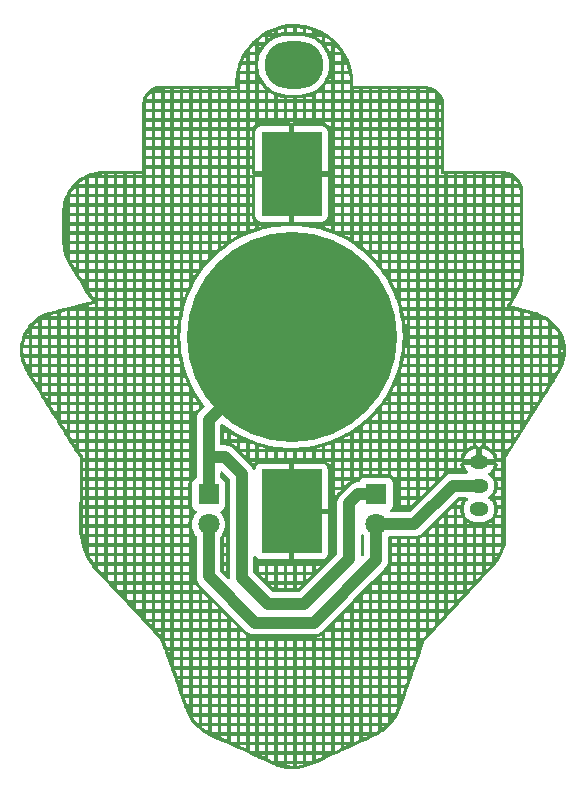
<source format=gbr>
%TF.GenerationSoftware,KiCad,Pcbnew,8.0.1*%
%TF.CreationDate,2024-05-14T10:47:47-06:00*%
%TF.ProjectId,Badge Balam,42616467-6520-4426-916c-616d2e6b6963,rev?*%
%TF.SameCoordinates,Original*%
%TF.FileFunction,Copper,L2,Bot*%
%TF.FilePolarity,Positive*%
%FSLAX46Y46*%
G04 Gerber Fmt 4.6, Leading zero omitted, Abs format (unit mm)*
G04 Created by KiCad (PCBNEW 8.0.1) date 2024-05-14 10:47:47*
%MOMM*%
%LPD*%
G01*
G04 APERTURE LIST*
%TA.AperFunction,ComponentPad*%
%ADD10R,1.800000X1.800000*%
%TD*%
%TA.AperFunction,ComponentPad*%
%ADD11C,1.800000*%
%TD*%
%TA.AperFunction,ComponentPad*%
%ADD12O,5.000000X4.000000*%
%TD*%
%TA.AperFunction,ComponentPad*%
%ADD13O,1.608000X1.208000*%
%TD*%
%TA.AperFunction,SMDPad,CuDef*%
%ADD14R,5.100000X7.100000*%
%TD*%
%TA.AperFunction,SMDPad,CuDef*%
%ADD15C,17.800000*%
%TD*%
%TA.AperFunction,Conductor*%
%ADD16C,1.000000*%
%TD*%
G04 APERTURE END LIST*
D10*
%TO.P,D1,1,K*%
%TO.N,GNDREF*%
X143200000Y-85360000D03*
D11*
%TO.P,D1,2,A*%
%TO.N,/diode_flag*%
X143200000Y-87900000D03*
%TD*%
D10*
%TO.P,D2,1,K*%
%TO.N,GNDREF*%
X157400000Y-85325000D03*
D11*
%TO.P,D2,2,A*%
%TO.N,/diode_flag*%
X157400000Y-87865000D03*
%TD*%
D12*
%TO.P,,1*%
%TO.N,N/C*%
X150400000Y-49000000D03*
%TD*%
D13*
%TO.P,REF\u002A\u002A,1*%
%TO.N,+3V0*%
X166100000Y-82600000D03*
%TO.P,REF\u002A\u002A,2*%
%TO.N,/diode_flag*%
X166100000Y-84600000D03*
%TO.P,REF\u002A\u002A,3*%
%TO.N,N/C*%
X166100000Y-86600000D03*
%TD*%
D14*
%TO.P,REF\u002A\u002A,1*%
%TO.N,+3V0*%
X150223756Y-58200000D03*
X150223756Y-86800000D03*
D15*
%TO.P,REF\u002A\u002A,2*%
%TO.N,GNDREF*%
X150223756Y-72000000D03*
%TD*%
D16*
%TO.N,/diode_flag*%
X157400000Y-90900000D02*
X157400000Y-87865000D01*
X152100000Y-96200000D02*
X157400000Y-90900000D01*
X163900000Y-84600000D02*
X166100000Y-84600000D01*
X143200000Y-87900000D02*
X143200000Y-92300000D01*
X157400000Y-87865000D02*
X160635000Y-87865000D01*
X147100000Y-96200000D02*
X152100000Y-96200000D01*
X160635000Y-87865000D02*
X163900000Y-84600000D01*
X143200000Y-92300000D02*
X147100000Y-96200000D01*
%TO.N,GNDREF*%
X146000000Y-83600000D02*
X146000000Y-92400000D01*
X148200000Y-94600000D02*
X151300000Y-94600000D01*
X155100000Y-86100000D02*
X155875000Y-85325000D01*
X143200000Y-79023756D02*
X150223756Y-72000000D01*
X143200000Y-82200000D02*
X143200000Y-79023756D01*
X143200000Y-82200000D02*
X144600000Y-82200000D01*
X143200000Y-85360000D02*
X143200000Y-82200000D01*
X155100000Y-90800000D02*
X155100000Y-86100000D01*
X144600000Y-82200000D02*
X146000000Y-83600000D01*
X151300000Y-94600000D02*
X155100000Y-90800000D01*
X155875000Y-85325000D02*
X157400000Y-85325000D01*
X146000000Y-92400000D02*
X148200000Y-94600000D01*
%TD*%
%TA.AperFunction,Conductor*%
%TO.N,+3V0*%
G36*
X150467255Y-45538544D02*
G01*
X151456278Y-45638246D01*
X151474699Y-45641524D01*
X151938842Y-45760868D01*
X151950555Y-45764508D01*
X152398458Y-45928444D01*
X152409623Y-45933163D01*
X152835798Y-46138465D01*
X152846365Y-46144202D01*
X153248375Y-46388432D01*
X153258252Y-46395103D01*
X153633635Y-46675813D01*
X153642776Y-46683356D01*
X153989069Y-46998093D01*
X153997432Y-47006456D01*
X154312164Y-47352754D01*
X154319706Y-47361895D01*
X154600415Y-47737288D01*
X154607086Y-47747165D01*
X154851309Y-48149174D01*
X154857044Y-48159737D01*
X155062338Y-48585908D01*
X155067068Y-48597099D01*
X155230994Y-49044988D01*
X155234642Y-49056728D01*
X155354767Y-49523920D01*
X155357254Y-49536091D01*
X155431138Y-50020210D01*
X155432399Y-50032665D01*
X155457581Y-50531380D01*
X155457582Y-50543867D01*
X155447216Y-50749798D01*
X155447216Y-50749799D01*
X155447217Y-50749799D01*
X161471823Y-50749799D01*
X161493372Y-50751685D01*
X162041122Y-50848351D01*
X162076029Y-50860063D01*
X162407201Y-51029448D01*
X162431913Y-51046111D01*
X162713085Y-51289615D01*
X162732987Y-51311523D01*
X162948884Y-51615344D01*
X162963196Y-51641774D01*
X163101597Y-51993564D01*
X163109234Y-52023464D01*
X163159125Y-52419542D01*
X163160097Y-52435039D01*
X163160097Y-57962085D01*
X166213141Y-57962085D01*
X166783993Y-57962085D01*
X168053519Y-57962085D01*
X168078058Y-57964537D01*
X168737868Y-58097745D01*
X168775086Y-58111766D01*
X168893102Y-58179547D01*
X169116176Y-58307668D01*
X169139972Y-58325436D01*
X169426372Y-58598461D01*
X169445225Y-58621328D01*
X169659528Y-58955889D01*
X169672602Y-58983122D01*
X169802394Y-59367715D01*
X169808279Y-59394927D01*
X169842354Y-59732929D01*
X169842979Y-59745367D01*
X169842979Y-62347451D01*
X169881167Y-66589333D01*
X169880726Y-66600952D01*
X169829062Y-67208737D01*
X169826036Y-67227370D01*
X169736783Y-67596582D01*
X169732502Y-67610604D01*
X169599425Y-67969047D01*
X169593498Y-67982507D01*
X169416442Y-68327498D01*
X169412864Y-68333984D01*
X168802560Y-69366319D01*
X168802560Y-69366320D01*
X169015962Y-69420422D01*
X169016141Y-69420528D01*
X169016156Y-69420472D01*
X170587754Y-69821628D01*
X170591983Y-69822789D01*
X170818430Y-69889372D01*
X170822913Y-69890784D01*
X170974279Y-69941685D01*
X170978524Y-69943201D01*
X171213865Y-70032250D01*
X171223201Y-70036230D01*
X171885503Y-70351373D01*
X171903426Y-70361823D01*
X172029016Y-70449915D01*
X172193177Y-70565062D01*
X172203946Y-70573541D01*
X172471405Y-70809230D01*
X172481148Y-70818822D01*
X172721032Y-71082592D01*
X172729674Y-71093220D01*
X172764311Y-71140990D01*
X172939594Y-71382734D01*
X172947052Y-71394325D01*
X173124612Y-71707229D01*
X173130778Y-71719671D01*
X173272211Y-72050401D01*
X173278809Y-72070360D01*
X173450106Y-72787790D01*
X173453237Y-72808569D01*
X173476407Y-73166152D01*
X173476527Y-73180038D01*
X173459451Y-73540463D01*
X173458022Y-73554250D01*
X173400827Y-73910522D01*
X173397862Y-73924088D01*
X173300907Y-74272756D01*
X173296417Y-74285972D01*
X173160059Y-74623592D01*
X173154061Y-74636313D01*
X172976937Y-74962607D01*
X172973402Y-74968699D01*
X172544851Y-75661237D01*
X172544475Y-75661840D01*
X172514157Y-75710212D01*
X172513724Y-75710899D01*
X172100322Y-76360981D01*
X171898726Y-76684709D01*
X171699061Y-77011054D01*
X171698723Y-77011604D01*
X168423255Y-82303060D01*
X168423255Y-88738797D01*
X168422694Y-88750579D01*
X168350397Y-89508029D01*
X168347500Y-89525326D01*
X168260562Y-89885708D01*
X168257318Y-89896842D01*
X168136617Y-90248915D01*
X168132337Y-90259722D01*
X167979726Y-90597783D01*
X167974399Y-90608233D01*
X167791073Y-90929409D01*
X167784680Y-90939457D01*
X167571833Y-91240934D01*
X167564342Y-91250510D01*
X167320658Y-91532395D01*
X167317477Y-91535935D01*
X162438648Y-96760178D01*
X162438435Y-96760406D01*
X162402111Y-96799106D01*
X162401004Y-96800270D01*
X162380673Y-96821375D01*
X162365400Y-96837231D01*
X162250257Y-96957271D01*
X162054439Y-97161418D01*
X161796540Y-97432632D01*
X161544434Y-97702292D01*
X161544432Y-97702296D01*
X161296858Y-98389813D01*
X161296859Y-98389814D01*
X161171530Y-98738700D01*
X161171520Y-98738730D01*
X161064004Y-99038496D01*
X161045400Y-99090367D01*
X160918696Y-99444171D01*
X160918697Y-99444172D01*
X160791513Y-99799849D01*
X160791512Y-99799848D01*
X160664102Y-100156689D01*
X160664093Y-100156717D01*
X160536570Y-100514396D01*
X160478176Y-100678419D01*
X160409137Y-100872343D01*
X160409128Y-100872370D01*
X160281940Y-101230149D01*
X160235070Y-101362187D01*
X160155170Y-101587272D01*
X160029030Y-101943140D01*
X160029021Y-101943169D01*
X159903638Y-102297431D01*
X159801688Y-102585920D01*
X159779194Y-102649571D01*
X159655882Y-102999045D01*
X159534097Y-103344731D01*
X159533703Y-103345833D01*
X159519119Y-103386015D01*
X159514290Y-103397489D01*
X159128300Y-104199417D01*
X159119061Y-104215433D01*
X158879187Y-104567679D01*
X158871552Y-104577747D01*
X158597604Y-104903130D01*
X158588909Y-104912441D01*
X158283488Y-105207547D01*
X158273908Y-105215898D01*
X157937877Y-105479767D01*
X157927630Y-105487007D01*
X157561768Y-105718662D01*
X157551095Y-105724702D01*
X157153598Y-105924383D01*
X157148143Y-105926959D01*
X156530460Y-106200479D01*
X156204579Y-106346650D01*
X155866464Y-106499491D01*
X155676619Y-106585920D01*
X155525735Y-106654612D01*
X155513579Y-106660146D01*
X155145333Y-106828871D01*
X155145211Y-106828928D01*
X154759137Y-107006839D01*
X154759027Y-107006889D01*
X154354334Y-107194331D01*
X154353273Y-107194817D01*
X154286316Y-107225067D01*
X154285646Y-107225367D01*
X153606361Y-107527429D01*
X153269259Y-107680048D01*
X152933072Y-107832941D01*
X152933073Y-107832942D01*
X152440710Y-108056868D01*
X152440399Y-108057009D01*
X152106497Y-108207757D01*
X152101804Y-108209760D01*
X151477294Y-108461318D01*
X151459534Y-108466963D01*
X151094207Y-108553465D01*
X151081480Y-108555785D01*
X150716271Y-108602836D01*
X150704600Y-108603782D01*
X150347800Y-108615795D01*
X150334855Y-108615554D01*
X149759650Y-108574762D01*
X149744902Y-108572822D01*
X149396232Y-108505464D01*
X149384686Y-108502653D01*
X149045525Y-108402659D01*
X149034177Y-108398707D01*
X148703271Y-108265137D01*
X148698980Y-108263310D01*
X148526266Y-108185920D01*
X149364160Y-108185920D01*
X149460948Y-108214456D01*
X149575080Y-108236504D01*
X149575080Y-108185920D01*
X149873080Y-108185920D01*
X149873080Y-108284057D01*
X150346856Y-108317657D01*
X150375080Y-108316706D01*
X150375080Y-108185920D01*
X150673080Y-108185920D01*
X150673080Y-108306673D01*
X150686353Y-108306226D01*
X151034384Y-108261388D01*
X151175080Y-108228074D01*
X151175080Y-108185920D01*
X150673080Y-108185920D01*
X150375080Y-108185920D01*
X149873080Y-108185920D01*
X149575080Y-108185920D01*
X149364160Y-108185920D01*
X148526266Y-108185920D01*
X148315782Y-108091606D01*
X148169595Y-108026103D01*
X148169107Y-108025883D01*
X147832756Y-107873149D01*
X147832488Y-107873027D01*
X147497073Y-107719758D01*
X147496951Y-107719702D01*
X147258640Y-107610491D01*
X147162193Y-107566292D01*
X147162179Y-107566285D01*
X146768327Y-107385920D01*
X147483902Y-107385920D01*
X147620927Y-107448714D01*
X147620928Y-107448715D01*
X147956236Y-107601935D01*
X147975080Y-107610491D01*
X147975080Y-107385920D01*
X148273080Y-107385920D01*
X148273080Y-107745810D01*
X148291964Y-107754386D01*
X148589978Y-107887920D01*
X148775080Y-107887920D01*
X148775080Y-107385920D01*
X149073080Y-107385920D01*
X149073080Y-107887920D01*
X149575080Y-107887920D01*
X149575080Y-107385920D01*
X149873080Y-107385920D01*
X149873080Y-107887920D01*
X150375080Y-107887920D01*
X150375080Y-107385920D01*
X150673080Y-107385920D01*
X150673080Y-107887920D01*
X151175080Y-107887920D01*
X151175080Y-107385920D01*
X151473080Y-107385920D01*
X151473080Y-107887920D01*
X151975080Y-107887920D01*
X151975080Y-107385920D01*
X152273080Y-107385920D01*
X152273080Y-107805585D01*
X152317416Y-107785568D01*
X152775080Y-107577424D01*
X152775080Y-107385920D01*
X152273080Y-107385920D01*
X151975080Y-107385920D01*
X151473080Y-107385920D01*
X151175080Y-107385920D01*
X150673080Y-107385920D01*
X150375080Y-107385920D01*
X149873080Y-107385920D01*
X149575080Y-107385920D01*
X149073080Y-107385920D01*
X148775080Y-107385920D01*
X148273080Y-107385920D01*
X147975080Y-107385920D01*
X147483902Y-107385920D01*
X146768327Y-107385920D01*
X146505581Y-107265595D01*
X146162082Y-107109817D01*
X146162037Y-107109796D01*
X145487900Y-106804716D01*
X145487900Y-106804717D01*
X145487790Y-106804667D01*
X145154488Y-106654612D01*
X145148531Y-106651933D01*
X145001754Y-106585920D01*
X145873080Y-106585920D01*
X145873080Y-106651933D01*
X146285009Y-106838353D01*
X146285098Y-106838393D01*
X146375080Y-106879200D01*
X146375080Y-106585920D01*
X146673080Y-106585920D01*
X146673080Y-107014539D01*
X146833315Y-107087920D01*
X147175080Y-107087920D01*
X147175080Y-106585920D01*
X147473080Y-106585920D01*
X147473080Y-107087920D01*
X147975080Y-107087920D01*
X147975080Y-106585920D01*
X148273080Y-106585920D01*
X148273080Y-107087920D01*
X148775080Y-107087920D01*
X148775080Y-106585920D01*
X149073080Y-106585920D01*
X149073080Y-107087920D01*
X149575080Y-107087920D01*
X149575080Y-106585920D01*
X149873080Y-106585920D01*
X149873080Y-107087920D01*
X150375080Y-107087920D01*
X150375080Y-106585920D01*
X150673080Y-106585920D01*
X150673080Y-107087920D01*
X151175080Y-107087920D01*
X151175080Y-106585920D01*
X151473080Y-106585920D01*
X151473080Y-107087920D01*
X151975080Y-107087920D01*
X151975080Y-106585920D01*
X152273080Y-106585920D01*
X152273080Y-107087920D01*
X152775080Y-107087920D01*
X152775080Y-106585920D01*
X153073080Y-106585920D01*
X153073080Y-107087920D01*
X153575080Y-107087920D01*
X153575080Y-106585920D01*
X153873080Y-106585920D01*
X153873080Y-107082690D01*
X154164045Y-106953303D01*
X154229907Y-106923548D01*
X154375080Y-106856309D01*
X154375080Y-106585920D01*
X154673080Y-106585920D01*
X154673080Y-106718376D01*
X154960516Y-106585920D01*
X154673080Y-106585920D01*
X154375080Y-106585920D01*
X153873080Y-106585920D01*
X153575080Y-106585920D01*
X153073080Y-106585920D01*
X152775080Y-106585920D01*
X152273080Y-106585920D01*
X151975080Y-106585920D01*
X151473080Y-106585920D01*
X151175080Y-106585920D01*
X150673080Y-106585920D01*
X150375080Y-106585920D01*
X149873080Y-106585920D01*
X149575080Y-106585920D01*
X149073080Y-106585920D01*
X148775080Y-106585920D01*
X148273080Y-106585920D01*
X147975080Y-106585920D01*
X147473080Y-106585920D01*
X147175080Y-106585920D01*
X146673080Y-106585920D01*
X146375080Y-106585920D01*
X145873080Y-106585920D01*
X145001754Y-106585920D01*
X144822284Y-106505203D01*
X144822285Y-106505199D01*
X144822267Y-106505195D01*
X144206421Y-106228110D01*
X144130996Y-106194174D01*
X144130872Y-106194067D01*
X144130853Y-106194110D01*
X143784340Y-106037672D01*
X143784169Y-106037595D01*
X143438224Y-105880780D01*
X143434444Y-105878989D01*
X143251178Y-105788345D01*
X143246911Y-105785920D01*
X144273080Y-105785920D01*
X144273080Y-105931329D01*
X144775080Y-106157192D01*
X144775080Y-105785920D01*
X145073080Y-105785920D01*
X145073080Y-106287920D01*
X145575080Y-106287920D01*
X145575080Y-105785920D01*
X145873080Y-105785920D01*
X145873080Y-106287920D01*
X146375080Y-106287920D01*
X146375080Y-105785920D01*
X146673080Y-105785920D01*
X146673080Y-106287920D01*
X147175080Y-106287920D01*
X147175080Y-105785920D01*
X147473080Y-105785920D01*
X147473080Y-106287920D01*
X147975080Y-106287920D01*
X147975080Y-105785920D01*
X148273080Y-105785920D01*
X148273080Y-106287920D01*
X148775080Y-106287920D01*
X148775080Y-105785920D01*
X149073080Y-105785920D01*
X149073080Y-106287920D01*
X149575080Y-106287920D01*
X149575080Y-105785920D01*
X149873080Y-105785920D01*
X149873080Y-106287920D01*
X150375080Y-106287920D01*
X150375080Y-105785920D01*
X150673080Y-105785920D01*
X150673080Y-106287920D01*
X151175080Y-106287920D01*
X151175080Y-105785920D01*
X151473080Y-105785920D01*
X151473080Y-106287920D01*
X151975080Y-106287920D01*
X151975080Y-105785920D01*
X152273080Y-105785920D01*
X152273080Y-106287920D01*
X152775080Y-106287920D01*
X152775080Y-105785920D01*
X153073080Y-105785920D01*
X153073080Y-106287920D01*
X153575080Y-106287920D01*
X153575080Y-105785920D01*
X153873080Y-105785920D01*
X153873080Y-106287920D01*
X154375080Y-106287920D01*
X154375080Y-105785920D01*
X154673080Y-105785920D01*
X154673080Y-106287920D01*
X155175080Y-106287920D01*
X155175080Y-105785920D01*
X155473080Y-105785920D01*
X155473080Y-106287920D01*
X155611976Y-106287920D01*
X155743050Y-106228247D01*
X155743353Y-106228110D01*
X155975080Y-106123361D01*
X155975080Y-105785920D01*
X156273080Y-105785920D01*
X156273080Y-105989320D01*
X156408861Y-105928417D01*
X156409402Y-105928176D01*
X156730653Y-105785920D01*
X156273080Y-105785920D01*
X155975080Y-105785920D01*
X155473080Y-105785920D01*
X155175080Y-105785920D01*
X154673080Y-105785920D01*
X154375080Y-105785920D01*
X153873080Y-105785920D01*
X153575080Y-105785920D01*
X153073080Y-105785920D01*
X152775080Y-105785920D01*
X152273080Y-105785920D01*
X151975080Y-105785920D01*
X151473080Y-105785920D01*
X151175080Y-105785920D01*
X150673080Y-105785920D01*
X150375080Y-105785920D01*
X149873080Y-105785920D01*
X149575080Y-105785920D01*
X149073080Y-105785920D01*
X148775080Y-105785920D01*
X148273080Y-105785920D01*
X147975080Y-105785920D01*
X147473080Y-105785920D01*
X147175080Y-105785920D01*
X146673080Y-105785920D01*
X146375080Y-105785920D01*
X145873080Y-105785920D01*
X145575080Y-105785920D01*
X145073080Y-105785920D01*
X144775080Y-105785920D01*
X144273080Y-105785920D01*
X143246911Y-105785920D01*
X143238781Y-105781299D01*
X142569827Y-105348374D01*
X142556583Y-105338491D01*
X142267676Y-105091299D01*
X142259336Y-105083469D01*
X142164601Y-104985920D01*
X142673080Y-104985920D01*
X142673080Y-105045974D01*
X142741491Y-105104508D01*
X143175080Y-105385112D01*
X143175080Y-104985920D01*
X143473080Y-104985920D01*
X143473080Y-105487920D01*
X143975080Y-105487920D01*
X143975080Y-104985920D01*
X144273080Y-104985920D01*
X144273080Y-105487920D01*
X144775080Y-105487920D01*
X144775080Y-104985920D01*
X145073080Y-104985920D01*
X145073080Y-105487920D01*
X145575080Y-105487920D01*
X145575080Y-104985920D01*
X145873080Y-104985920D01*
X145873080Y-105487920D01*
X146375080Y-105487920D01*
X146375080Y-104985920D01*
X146673080Y-104985920D01*
X146673080Y-105487920D01*
X147175080Y-105487920D01*
X147175080Y-104985920D01*
X147473080Y-104985920D01*
X147473080Y-105487920D01*
X147975080Y-105487920D01*
X147975080Y-104985920D01*
X148273080Y-104985920D01*
X148273080Y-105487920D01*
X148775080Y-105487920D01*
X148775080Y-104985920D01*
X149073080Y-104985920D01*
X149073080Y-105487920D01*
X149575080Y-105487920D01*
X149575080Y-104985920D01*
X149873080Y-104985920D01*
X149873080Y-105487920D01*
X150375080Y-105487920D01*
X150375080Y-104985920D01*
X150673080Y-104985920D01*
X150673080Y-105487920D01*
X151175080Y-105487920D01*
X151175080Y-104985920D01*
X151473080Y-104985920D01*
X151473080Y-105487920D01*
X151975080Y-105487920D01*
X151975080Y-104985920D01*
X152273080Y-104985920D01*
X152273080Y-105487920D01*
X152775080Y-105487920D01*
X152775080Y-104985920D01*
X153073080Y-104985920D01*
X153073080Y-105487920D01*
X153575080Y-105487920D01*
X153575080Y-104985920D01*
X153873080Y-104985920D01*
X153873080Y-105487920D01*
X154375080Y-105487920D01*
X154375080Y-104985920D01*
X154673080Y-104985920D01*
X154673080Y-105487920D01*
X155175080Y-105487920D01*
X155175080Y-104985920D01*
X155473080Y-104985920D01*
X155473080Y-105487920D01*
X155975080Y-105487920D01*
X155975080Y-104985920D01*
X156273080Y-104985920D01*
X156273080Y-105487920D01*
X156775080Y-105487920D01*
X156775080Y-104985920D01*
X157073080Y-104985920D01*
X157073080Y-105487920D01*
X157358587Y-105487920D01*
X157409624Y-105462281D01*
X157575080Y-105357518D01*
X157575080Y-104985920D01*
X157873080Y-104985920D01*
X157873080Y-105151751D01*
X158082845Y-104987032D01*
X158083997Y-104985920D01*
X157873080Y-104985920D01*
X157575080Y-104985920D01*
X157073080Y-104985920D01*
X156775080Y-104985920D01*
X156273080Y-104985920D01*
X155975080Y-104985920D01*
X155473080Y-104985920D01*
X155175080Y-104985920D01*
X154673080Y-104985920D01*
X154375080Y-104985920D01*
X153873080Y-104985920D01*
X153575080Y-104985920D01*
X153073080Y-104985920D01*
X152775080Y-104985920D01*
X152273080Y-104985920D01*
X151975080Y-104985920D01*
X151473080Y-104985920D01*
X151175080Y-104985920D01*
X150673080Y-104985920D01*
X150375080Y-104985920D01*
X149873080Y-104985920D01*
X149575080Y-104985920D01*
X149073080Y-104985920D01*
X148775080Y-104985920D01*
X148273080Y-104985920D01*
X147975080Y-104985920D01*
X147473080Y-104985920D01*
X147175080Y-104985920D01*
X146673080Y-104985920D01*
X146375080Y-104985920D01*
X145873080Y-104985920D01*
X145575080Y-104985920D01*
X145073080Y-104985920D01*
X144775080Y-104985920D01*
X144273080Y-104985920D01*
X143975080Y-104985920D01*
X143473080Y-104985920D01*
X143175080Y-104985920D01*
X142673080Y-104985920D01*
X142164601Y-104985920D01*
X141995707Y-104812010D01*
X141988025Y-104803321D01*
X141751756Y-104509467D01*
X141744925Y-104500108D01*
X141537402Y-104185920D01*
X141894540Y-104185920D01*
X141989097Y-104329080D01*
X142215163Y-104610245D01*
X142290599Y-104687920D01*
X142375080Y-104687920D01*
X142375080Y-104185920D01*
X142673080Y-104185920D01*
X142673080Y-104687920D01*
X143175080Y-104687920D01*
X143175080Y-104185920D01*
X143473080Y-104185920D01*
X143473080Y-104687920D01*
X143975080Y-104687920D01*
X143975080Y-104185920D01*
X144273080Y-104185920D01*
X144273080Y-104687920D01*
X144775080Y-104687920D01*
X144775080Y-104185920D01*
X145073080Y-104185920D01*
X145073080Y-104687920D01*
X145575080Y-104687920D01*
X145575080Y-104185920D01*
X145873080Y-104185920D01*
X145873080Y-104687920D01*
X146375080Y-104687920D01*
X146375080Y-104185920D01*
X146673080Y-104185920D01*
X146673080Y-104687920D01*
X147175080Y-104687920D01*
X147175080Y-104185920D01*
X147473080Y-104185920D01*
X147473080Y-104687920D01*
X147975080Y-104687920D01*
X147975080Y-104185920D01*
X148273080Y-104185920D01*
X148273080Y-104687920D01*
X148775080Y-104687920D01*
X148775080Y-104185920D01*
X149073080Y-104185920D01*
X149073080Y-104687920D01*
X149575080Y-104687920D01*
X149575080Y-104185920D01*
X149873080Y-104185920D01*
X149873080Y-104687920D01*
X150375080Y-104687920D01*
X150375080Y-104185920D01*
X150673080Y-104185920D01*
X150673080Y-104687920D01*
X151175080Y-104687920D01*
X151175080Y-104185920D01*
X151473080Y-104185920D01*
X151473080Y-104687920D01*
X151975080Y-104687920D01*
X151975080Y-104185920D01*
X152273080Y-104185920D01*
X152273080Y-104687920D01*
X152775080Y-104687920D01*
X152775080Y-104185920D01*
X153073080Y-104185920D01*
X153073080Y-104687920D01*
X153575080Y-104687920D01*
X153575080Y-104185920D01*
X153873080Y-104185920D01*
X153873080Y-104687920D01*
X154375080Y-104687920D01*
X154375080Y-104185920D01*
X154673080Y-104185920D01*
X154673080Y-104687920D01*
X155175080Y-104687920D01*
X155175080Y-104185920D01*
X155473080Y-104185920D01*
X155473080Y-104687920D01*
X155975080Y-104687920D01*
X155975080Y-104185920D01*
X156273080Y-104185920D01*
X156273080Y-104687920D01*
X156775080Y-104687920D01*
X156775080Y-104185920D01*
X157073080Y-104185920D01*
X157073080Y-104687920D01*
X157575080Y-104687920D01*
X157575080Y-104185920D01*
X157873080Y-104185920D01*
X157873080Y-104687920D01*
X158375080Y-104687920D01*
X158375080Y-104185920D01*
X157873080Y-104185920D01*
X157575080Y-104185920D01*
X157073080Y-104185920D01*
X156775080Y-104185920D01*
X156273080Y-104185920D01*
X155975080Y-104185920D01*
X155473080Y-104185920D01*
X155175080Y-104185920D01*
X154673080Y-104185920D01*
X154375080Y-104185920D01*
X153873080Y-104185920D01*
X153575080Y-104185920D01*
X153073080Y-104185920D01*
X152775080Y-104185920D01*
X152273080Y-104185920D01*
X151975080Y-104185920D01*
X151473080Y-104185920D01*
X151175080Y-104185920D01*
X150673080Y-104185920D01*
X150375080Y-104185920D01*
X149873080Y-104185920D01*
X149575080Y-104185920D01*
X149073080Y-104185920D01*
X148775080Y-104185920D01*
X148273080Y-104185920D01*
X147975080Y-104185920D01*
X147473080Y-104185920D01*
X147175080Y-104185920D01*
X146673080Y-104185920D01*
X146375080Y-104185920D01*
X145873080Y-104185920D01*
X145575080Y-104185920D01*
X145073080Y-104185920D01*
X144775080Y-104185920D01*
X144273080Y-104185920D01*
X143975080Y-104185920D01*
X143473080Y-104185920D01*
X143175080Y-104185920D01*
X142673080Y-104185920D01*
X142375080Y-104185920D01*
X141894540Y-104185920D01*
X141537402Y-104185920D01*
X141536054Y-104183879D01*
X141530213Y-104174083D01*
X141348881Y-103835521D01*
X141344095Y-103825539D01*
X141189957Y-103463401D01*
X141187077Y-103455981D01*
X141162444Y-103385920D01*
X141480850Y-103385920D01*
X141575080Y-103607308D01*
X141575080Y-103385920D01*
X141873080Y-103385920D01*
X141873080Y-103887920D01*
X142375080Y-103887920D01*
X142375080Y-103385920D01*
X142673080Y-103385920D01*
X142673080Y-103887920D01*
X143175080Y-103887920D01*
X143175080Y-103385920D01*
X143473080Y-103385920D01*
X143473080Y-103887920D01*
X143975080Y-103887920D01*
X143975080Y-103385920D01*
X144273080Y-103385920D01*
X144273080Y-103887920D01*
X144775080Y-103887920D01*
X144775080Y-103385920D01*
X145073080Y-103385920D01*
X145073080Y-103887920D01*
X145575080Y-103887920D01*
X145575080Y-103385920D01*
X145873080Y-103385920D01*
X145873080Y-103887920D01*
X146375080Y-103887920D01*
X146375080Y-103385920D01*
X146673080Y-103385920D01*
X146673080Y-103887920D01*
X147175080Y-103887920D01*
X147175080Y-103385920D01*
X147473080Y-103385920D01*
X147473080Y-103887920D01*
X147975080Y-103887920D01*
X147975080Y-103385920D01*
X148273080Y-103385920D01*
X148273080Y-103887920D01*
X148775080Y-103887920D01*
X148775080Y-103385920D01*
X149073080Y-103385920D01*
X149073080Y-103887920D01*
X149575080Y-103887920D01*
X149575080Y-103385920D01*
X149873080Y-103385920D01*
X149873080Y-103887920D01*
X150375080Y-103887920D01*
X150375080Y-103385920D01*
X150673080Y-103385920D01*
X150673080Y-103887920D01*
X151175080Y-103887920D01*
X151175080Y-103385920D01*
X151473080Y-103385920D01*
X151473080Y-103887920D01*
X151975080Y-103887920D01*
X151975080Y-103385920D01*
X152273080Y-103385920D01*
X152273080Y-103887920D01*
X152775080Y-103887920D01*
X152775080Y-103385920D01*
X153073080Y-103385920D01*
X153073080Y-103887920D01*
X153575080Y-103887920D01*
X153575080Y-103385920D01*
X153873080Y-103385920D01*
X153873080Y-103887920D01*
X154375080Y-103887920D01*
X154375080Y-103385920D01*
X154673080Y-103385920D01*
X154673080Y-103887920D01*
X155175080Y-103887920D01*
X155175080Y-103385920D01*
X155473080Y-103385920D01*
X155473080Y-103887920D01*
X155975080Y-103887920D01*
X155975080Y-103385920D01*
X156273080Y-103385920D01*
X156273080Y-103887920D01*
X156775080Y-103887920D01*
X156775080Y-103385920D01*
X157073080Y-103385920D01*
X157073080Y-103887920D01*
X157575080Y-103887920D01*
X157575080Y-103385920D01*
X157873080Y-103385920D01*
X157873080Y-103887920D01*
X158375080Y-103887920D01*
X158375080Y-103385920D01*
X158673080Y-103385920D01*
X158673080Y-103887920D01*
X158947508Y-103887920D01*
X159175080Y-103415118D01*
X159175080Y-103385920D01*
X158673080Y-103385920D01*
X158375080Y-103385920D01*
X157873080Y-103385920D01*
X157575080Y-103385920D01*
X157073080Y-103385920D01*
X156775080Y-103385920D01*
X156273080Y-103385920D01*
X155975080Y-103385920D01*
X155473080Y-103385920D01*
X155175080Y-103385920D01*
X154673080Y-103385920D01*
X154375080Y-103385920D01*
X153873080Y-103385920D01*
X153575080Y-103385920D01*
X153073080Y-103385920D01*
X152775080Y-103385920D01*
X152273080Y-103385920D01*
X151975080Y-103385920D01*
X151473080Y-103385920D01*
X151175080Y-103385920D01*
X150673080Y-103385920D01*
X150375080Y-103385920D01*
X149873080Y-103385920D01*
X149575080Y-103385920D01*
X149073080Y-103385920D01*
X148775080Y-103385920D01*
X148273080Y-103385920D01*
X147975080Y-103385920D01*
X147473080Y-103385920D01*
X147175080Y-103385920D01*
X146673080Y-103385920D01*
X146375080Y-103385920D01*
X145873080Y-103385920D01*
X145575080Y-103385920D01*
X145073080Y-103385920D01*
X144775080Y-103385920D01*
X144273080Y-103385920D01*
X143975080Y-103385920D01*
X143473080Y-103385920D01*
X143175080Y-103385920D01*
X142673080Y-103385920D01*
X142375080Y-103385920D01*
X141873080Y-103385920D01*
X141575080Y-103385920D01*
X141480850Y-103385920D01*
X141162444Y-103385920D01*
X141146695Y-103341127D01*
X141146072Y-103339308D01*
X141087112Y-103162082D01*
X140886639Y-102585920D01*
X141202162Y-102585920D01*
X141368952Y-103065277D01*
X141369499Y-103066883D01*
X141376498Y-103087920D01*
X141575080Y-103087920D01*
X141575080Y-102585920D01*
X141873080Y-102585920D01*
X141873080Y-103087920D01*
X142375080Y-103087920D01*
X142375080Y-102585920D01*
X142673080Y-102585920D01*
X142673080Y-103087920D01*
X143175080Y-103087920D01*
X143175080Y-102585920D01*
X143473080Y-102585920D01*
X143473080Y-103087920D01*
X143975080Y-103087920D01*
X143975080Y-102585920D01*
X144273080Y-102585920D01*
X144273080Y-103087920D01*
X144775080Y-103087920D01*
X144775080Y-102585920D01*
X145073080Y-102585920D01*
X145073080Y-103087920D01*
X145575080Y-103087920D01*
X145575080Y-102585920D01*
X145873080Y-102585920D01*
X145873080Y-103087920D01*
X146375080Y-103087920D01*
X146375080Y-102585920D01*
X146673080Y-102585920D01*
X146673080Y-103087920D01*
X147175080Y-103087920D01*
X147175080Y-102585920D01*
X147473080Y-102585920D01*
X147473080Y-103087920D01*
X147975080Y-103087920D01*
X147975080Y-102585920D01*
X148273080Y-102585920D01*
X148273080Y-103087920D01*
X148775080Y-103087920D01*
X148775080Y-102585920D01*
X149073080Y-102585920D01*
X149073080Y-103087920D01*
X149575080Y-103087920D01*
X149575080Y-102585920D01*
X149873080Y-102585920D01*
X149873080Y-103087920D01*
X150375080Y-103087920D01*
X150375080Y-102585920D01*
X150673080Y-102585920D01*
X150673080Y-103087920D01*
X151175080Y-103087920D01*
X151175080Y-102585920D01*
X151473080Y-102585920D01*
X151473080Y-103087920D01*
X151975080Y-103087920D01*
X151975080Y-102585920D01*
X152273080Y-102585920D01*
X152273080Y-103087920D01*
X152775080Y-103087920D01*
X152775080Y-102585920D01*
X153073080Y-102585920D01*
X153073080Y-103087920D01*
X153575080Y-103087920D01*
X153575080Y-102585920D01*
X153873080Y-102585920D01*
X153873080Y-103087920D01*
X154375080Y-103087920D01*
X154375080Y-102585920D01*
X154673080Y-102585920D01*
X154673080Y-103087920D01*
X155175080Y-103087920D01*
X155175080Y-102585920D01*
X155473080Y-102585920D01*
X155473080Y-103087920D01*
X155975080Y-103087920D01*
X155975080Y-102585920D01*
X156273080Y-102585920D01*
X156273080Y-103087920D01*
X156775080Y-103087920D01*
X156775080Y-102585920D01*
X157073080Y-102585920D01*
X157073080Y-103087920D01*
X157575080Y-103087920D01*
X157575080Y-102585920D01*
X157873080Y-102585920D01*
X157873080Y-103087920D01*
X158375080Y-103087920D01*
X158375080Y-102585920D01*
X158673080Y-102585920D01*
X158673080Y-103087920D01*
X159175080Y-103087920D01*
X159175080Y-102585920D01*
X158673080Y-102585920D01*
X158375080Y-102585920D01*
X157873080Y-102585920D01*
X157575080Y-102585920D01*
X157073080Y-102585920D01*
X156775080Y-102585920D01*
X156273080Y-102585920D01*
X155975080Y-102585920D01*
X155473080Y-102585920D01*
X155175080Y-102585920D01*
X154673080Y-102585920D01*
X154375080Y-102585920D01*
X153873080Y-102585920D01*
X153575080Y-102585920D01*
X153073080Y-102585920D01*
X152775080Y-102585920D01*
X152273080Y-102585920D01*
X151975080Y-102585920D01*
X151473080Y-102585920D01*
X151175080Y-102585920D01*
X150673080Y-102585920D01*
X150375080Y-102585920D01*
X149873080Y-102585920D01*
X149575080Y-102585920D01*
X149073080Y-102585920D01*
X148775080Y-102585920D01*
X148273080Y-102585920D01*
X147975080Y-102585920D01*
X147473080Y-102585920D01*
X147175080Y-102585920D01*
X146673080Y-102585920D01*
X146375080Y-102585920D01*
X145873080Y-102585920D01*
X145575080Y-102585920D01*
X145073080Y-102585920D01*
X144775080Y-102585920D01*
X144273080Y-102585920D01*
X143975080Y-102585920D01*
X143473080Y-102585920D01*
X143175080Y-102585920D01*
X142673080Y-102585920D01*
X142375080Y-102585920D01*
X141873080Y-102585920D01*
X141575080Y-102585920D01*
X141202162Y-102585920D01*
X140886639Y-102585920D01*
X140853277Y-102490038D01*
X140735042Y-102150833D01*
X140615962Y-101809774D01*
X140607617Y-101785920D01*
X141073080Y-101785920D01*
X141073080Y-102215249D01*
X141098410Y-102287920D01*
X141575080Y-102287920D01*
X141575080Y-101785920D01*
X141873080Y-101785920D01*
X141873080Y-102287920D01*
X142375080Y-102287920D01*
X142375080Y-101785920D01*
X142673080Y-101785920D01*
X142673080Y-102287920D01*
X143175080Y-102287920D01*
X143175080Y-101785920D01*
X143473080Y-101785920D01*
X143473080Y-102287920D01*
X143975080Y-102287920D01*
X143975080Y-101785920D01*
X144273080Y-101785920D01*
X144273080Y-102287920D01*
X144775080Y-102287920D01*
X144775080Y-101785920D01*
X145073080Y-101785920D01*
X145073080Y-102287920D01*
X145575080Y-102287920D01*
X145575080Y-101785920D01*
X145873080Y-101785920D01*
X145873080Y-102287920D01*
X146375080Y-102287920D01*
X146375080Y-101785920D01*
X146673080Y-101785920D01*
X146673080Y-102287920D01*
X147175080Y-102287920D01*
X147175080Y-101785920D01*
X147473080Y-101785920D01*
X147473080Y-102287920D01*
X147975080Y-102287920D01*
X147975080Y-101785920D01*
X148273080Y-101785920D01*
X148273080Y-102287920D01*
X148775080Y-102287920D01*
X148775080Y-101785920D01*
X149073080Y-101785920D01*
X149073080Y-102287920D01*
X149575080Y-102287920D01*
X149575080Y-101785920D01*
X149873080Y-101785920D01*
X149873080Y-102287920D01*
X150375080Y-102287920D01*
X150375080Y-101785920D01*
X150673080Y-101785920D01*
X150673080Y-102287920D01*
X151175080Y-102287920D01*
X151175080Y-101785920D01*
X151473080Y-101785920D01*
X151473080Y-102287920D01*
X151975080Y-102287920D01*
X151975080Y-101785920D01*
X152273080Y-101785920D01*
X152273080Y-102287920D01*
X152775080Y-102287920D01*
X152775080Y-101785920D01*
X153073080Y-101785920D01*
X153073080Y-102287920D01*
X153575080Y-102287920D01*
X153575080Y-101785920D01*
X153873080Y-101785920D01*
X153873080Y-102287920D01*
X154375080Y-102287920D01*
X154375080Y-101785920D01*
X154673080Y-101785920D01*
X154673080Y-102287920D01*
X155175080Y-102287920D01*
X155175080Y-101785920D01*
X155473080Y-101785920D01*
X155473080Y-102287920D01*
X155975080Y-102287920D01*
X155975080Y-101785920D01*
X156273080Y-101785920D01*
X156273080Y-102287920D01*
X156775080Y-102287920D01*
X156775080Y-101785920D01*
X157073080Y-101785920D01*
X157073080Y-102287920D01*
X157575080Y-102287920D01*
X157575080Y-101785920D01*
X157873080Y-101785920D01*
X157873080Y-102287920D01*
X158375080Y-102287920D01*
X158375080Y-101785920D01*
X158673080Y-101785920D01*
X158673080Y-102287920D01*
X159175080Y-102287920D01*
X159175080Y-101785920D01*
X159473080Y-101785920D01*
X159473080Y-102287920D01*
X159590939Y-102287920D01*
X159622681Y-102198099D01*
X159622700Y-102198044D01*
X159748110Y-101843704D01*
X159748130Y-101843649D01*
X159768592Y-101785920D01*
X159473080Y-101785920D01*
X159175080Y-101785920D01*
X158673080Y-101785920D01*
X158375080Y-101785920D01*
X157873080Y-101785920D01*
X157575080Y-101785920D01*
X157073080Y-101785920D01*
X156775080Y-101785920D01*
X156273080Y-101785920D01*
X155975080Y-101785920D01*
X155473080Y-101785920D01*
X155175080Y-101785920D01*
X154673080Y-101785920D01*
X154375080Y-101785920D01*
X153873080Y-101785920D01*
X153575080Y-101785920D01*
X153073080Y-101785920D01*
X152775080Y-101785920D01*
X152273080Y-101785920D01*
X151975080Y-101785920D01*
X151473080Y-101785920D01*
X151175080Y-101785920D01*
X150673080Y-101785920D01*
X150375080Y-101785920D01*
X149873080Y-101785920D01*
X149575080Y-101785920D01*
X149073080Y-101785920D01*
X148775080Y-101785920D01*
X148273080Y-101785920D01*
X147975080Y-101785920D01*
X147473080Y-101785920D01*
X147175080Y-101785920D01*
X146673080Y-101785920D01*
X146375080Y-101785920D01*
X145873080Y-101785920D01*
X145575080Y-101785920D01*
X145073080Y-101785920D01*
X144775080Y-101785920D01*
X144273080Y-101785920D01*
X143975080Y-101785920D01*
X143473080Y-101785920D01*
X143175080Y-101785920D01*
X142673080Y-101785920D01*
X142375080Y-101785920D01*
X141873080Y-101785920D01*
X141575080Y-101785920D01*
X141073080Y-101785920D01*
X140607617Y-101785920D01*
X140496063Y-101467059D01*
X140375369Y-101122889D01*
X140327207Y-100985920D01*
X140643093Y-100985920D01*
X140656520Y-101024106D01*
X140656555Y-101024204D01*
X140775080Y-101362187D01*
X140775080Y-100985920D01*
X141073080Y-100985920D01*
X141073080Y-101487920D01*
X141575080Y-101487920D01*
X141575080Y-100985920D01*
X141873080Y-100985920D01*
X141873080Y-101487920D01*
X142375080Y-101487920D01*
X142375080Y-100985920D01*
X142673080Y-100985920D01*
X142673080Y-101487920D01*
X143175080Y-101487920D01*
X143175080Y-100985920D01*
X143473080Y-100985920D01*
X143473080Y-101487920D01*
X143975080Y-101487920D01*
X143975080Y-100985920D01*
X144273080Y-100985920D01*
X144273080Y-101487920D01*
X144775080Y-101487920D01*
X144775080Y-100985920D01*
X145073080Y-100985920D01*
X145073080Y-101487920D01*
X145575080Y-101487920D01*
X145575080Y-100985920D01*
X145873080Y-100985920D01*
X145873080Y-101487920D01*
X146375080Y-101487920D01*
X146375080Y-100985920D01*
X146673080Y-100985920D01*
X146673080Y-101487920D01*
X147175080Y-101487920D01*
X147175080Y-100985920D01*
X147473080Y-100985920D01*
X147473080Y-101487920D01*
X147975080Y-101487920D01*
X147975080Y-100985920D01*
X148273080Y-100985920D01*
X148273080Y-101487920D01*
X148775080Y-101487920D01*
X148775080Y-100985920D01*
X149073080Y-100985920D01*
X149073080Y-101487920D01*
X149575080Y-101487920D01*
X149575080Y-100985920D01*
X149873080Y-100985920D01*
X149873080Y-101487920D01*
X150375080Y-101487920D01*
X150375080Y-100985920D01*
X150673080Y-100985920D01*
X150673080Y-101487920D01*
X151175080Y-101487920D01*
X151175080Y-100985920D01*
X151473080Y-100985920D01*
X151473080Y-101487920D01*
X151975080Y-101487920D01*
X151975080Y-100985920D01*
X152273080Y-100985920D01*
X152273080Y-101487920D01*
X152775080Y-101487920D01*
X152775080Y-100985920D01*
X153073080Y-100985920D01*
X153073080Y-101487920D01*
X153575080Y-101487920D01*
X153575080Y-100985920D01*
X153873080Y-100985920D01*
X153873080Y-101487920D01*
X154375080Y-101487920D01*
X154375080Y-100985920D01*
X154673080Y-100985920D01*
X154673080Y-101487920D01*
X155175080Y-101487920D01*
X155175080Y-100985920D01*
X155473080Y-100985920D01*
X155473080Y-101487920D01*
X155975080Y-101487920D01*
X155975080Y-100985920D01*
X156273080Y-100985920D01*
X156273080Y-101487920D01*
X156775080Y-101487920D01*
X156775080Y-100985920D01*
X157073080Y-100985920D01*
X157073080Y-101487920D01*
X157575080Y-101487920D01*
X157575080Y-100985920D01*
X157873080Y-100985920D01*
X157873080Y-101487920D01*
X158375080Y-101487920D01*
X158375080Y-100985920D01*
X158673080Y-100985920D01*
X158673080Y-101487920D01*
X159175080Y-101487920D01*
X159175080Y-100985920D01*
X159473080Y-100985920D01*
X159473080Y-101487920D01*
X159874220Y-101487920D01*
X159874316Y-101487650D01*
X159874335Y-101487595D01*
X159975080Y-101203788D01*
X159975080Y-100985920D01*
X159473080Y-100985920D01*
X159175080Y-100985920D01*
X158673080Y-100985920D01*
X158375080Y-100985920D01*
X157873080Y-100985920D01*
X157575080Y-100985920D01*
X157073080Y-100985920D01*
X156775080Y-100985920D01*
X156273080Y-100985920D01*
X155975080Y-100985920D01*
X155473080Y-100985920D01*
X155175080Y-100985920D01*
X154673080Y-100985920D01*
X154375080Y-100985920D01*
X153873080Y-100985920D01*
X153575080Y-100985920D01*
X153073080Y-100985920D01*
X152775080Y-100985920D01*
X152273080Y-100985920D01*
X151975080Y-100985920D01*
X151473080Y-100985920D01*
X151175080Y-100985920D01*
X150673080Y-100985920D01*
X150375080Y-100985920D01*
X149873080Y-100985920D01*
X149575080Y-100985920D01*
X149073080Y-100985920D01*
X148775080Y-100985920D01*
X148273080Y-100985920D01*
X147975080Y-100985920D01*
X147473080Y-100985920D01*
X147175080Y-100985920D01*
X146673080Y-100985920D01*
X146375080Y-100985920D01*
X145873080Y-100985920D01*
X145575080Y-100985920D01*
X145073080Y-100985920D01*
X144775080Y-100985920D01*
X144273080Y-100985920D01*
X143975080Y-100985920D01*
X143473080Y-100985920D01*
X143175080Y-100985920D01*
X142673080Y-100985920D01*
X142375080Y-100985920D01*
X141873080Y-100985920D01*
X141575080Y-100985920D01*
X141073080Y-100985920D01*
X140775080Y-100985920D01*
X140643093Y-100985920D01*
X140327207Y-100985920D01*
X140253907Y-100777463D01*
X140131700Y-100430982D01*
X140108726Y-100366068D01*
X140044971Y-100185920D01*
X140361082Y-100185920D01*
X140412656Y-100331648D01*
X140412700Y-100331772D01*
X140534966Y-100678419D01*
X140535006Y-100678531D01*
X140538307Y-100687920D01*
X140775080Y-100687920D01*
X140775080Y-100185920D01*
X141073080Y-100185920D01*
X141073080Y-100687920D01*
X141575080Y-100687920D01*
X141575080Y-100185920D01*
X141873080Y-100185920D01*
X141873080Y-100687920D01*
X142375080Y-100687920D01*
X142375080Y-100185920D01*
X142673080Y-100185920D01*
X142673080Y-100687920D01*
X143175080Y-100687920D01*
X143175080Y-100185920D01*
X143473080Y-100185920D01*
X143473080Y-100687920D01*
X143975080Y-100687920D01*
X143975080Y-100185920D01*
X144273080Y-100185920D01*
X144273080Y-100687920D01*
X144775080Y-100687920D01*
X144775080Y-100185920D01*
X145073080Y-100185920D01*
X145073080Y-100687920D01*
X145575080Y-100687920D01*
X145575080Y-100185920D01*
X145873080Y-100185920D01*
X145873080Y-100687920D01*
X146375080Y-100687920D01*
X146375080Y-100185920D01*
X146673080Y-100185920D01*
X146673080Y-100687920D01*
X147175080Y-100687920D01*
X147175080Y-100185920D01*
X147473080Y-100185920D01*
X147473080Y-100687920D01*
X147975080Y-100687920D01*
X147975080Y-100185920D01*
X148273080Y-100185920D01*
X148273080Y-100687920D01*
X148775080Y-100687920D01*
X148775080Y-100185920D01*
X149073080Y-100185920D01*
X149073080Y-100687920D01*
X149575080Y-100687920D01*
X149575080Y-100185920D01*
X149873080Y-100185920D01*
X149873080Y-100687920D01*
X150375080Y-100687920D01*
X150375080Y-100185920D01*
X150673080Y-100185920D01*
X150673080Y-100687920D01*
X151175080Y-100687920D01*
X151175080Y-100185920D01*
X151473080Y-100185920D01*
X151473080Y-100687920D01*
X151975080Y-100687920D01*
X151975080Y-100185920D01*
X152273080Y-100185920D01*
X152273080Y-100687920D01*
X152775080Y-100687920D01*
X152775080Y-100185920D01*
X153073080Y-100185920D01*
X153073080Y-100687920D01*
X153575080Y-100687920D01*
X153575080Y-100185920D01*
X153873080Y-100185920D01*
X153873080Y-100687920D01*
X154375080Y-100687920D01*
X154375080Y-100185920D01*
X154673080Y-100185920D01*
X154673080Y-100687920D01*
X155175080Y-100687920D01*
X155175080Y-100185920D01*
X155473080Y-100185920D01*
X155473080Y-100687920D01*
X155975080Y-100687920D01*
X155975080Y-100185920D01*
X156273080Y-100185920D01*
X156273080Y-100687920D01*
X156775080Y-100687920D01*
X156775080Y-100185920D01*
X157073080Y-100185920D01*
X157073080Y-100687920D01*
X157575080Y-100687920D01*
X157575080Y-100185920D01*
X157873080Y-100185920D01*
X157873080Y-100687920D01*
X158375080Y-100687920D01*
X158375080Y-100185920D01*
X158673080Y-100185920D01*
X158673080Y-100687920D01*
X159175080Y-100687920D01*
X159175080Y-100185920D01*
X159473080Y-100185920D01*
X159473080Y-100687920D01*
X159975080Y-100687920D01*
X159975080Y-100185920D01*
X160273080Y-100185920D01*
X160273080Y-100366068D01*
X160337308Y-100185920D01*
X160273080Y-100185920D01*
X159975080Y-100185920D01*
X159473080Y-100185920D01*
X159175080Y-100185920D01*
X158673080Y-100185920D01*
X158375080Y-100185920D01*
X157873080Y-100185920D01*
X157575080Y-100185920D01*
X157073080Y-100185920D01*
X156775080Y-100185920D01*
X156273080Y-100185920D01*
X155975080Y-100185920D01*
X155473080Y-100185920D01*
X155175080Y-100185920D01*
X154673080Y-100185920D01*
X154375080Y-100185920D01*
X153873080Y-100185920D01*
X153575080Y-100185920D01*
X153073080Y-100185920D01*
X152775080Y-100185920D01*
X152273080Y-100185920D01*
X151975080Y-100185920D01*
X151473080Y-100185920D01*
X151175080Y-100185920D01*
X150673080Y-100185920D01*
X150375080Y-100185920D01*
X149873080Y-100185920D01*
X149575080Y-100185920D01*
X149073080Y-100185920D01*
X148775080Y-100185920D01*
X148273080Y-100185920D01*
X147975080Y-100185920D01*
X147473080Y-100185920D01*
X147175080Y-100185920D01*
X146673080Y-100185920D01*
X146375080Y-100185920D01*
X145873080Y-100185920D01*
X145575080Y-100185920D01*
X145073080Y-100185920D01*
X144775080Y-100185920D01*
X144273080Y-100185920D01*
X143975080Y-100185920D01*
X143473080Y-100185920D01*
X143175080Y-100185920D01*
X142673080Y-100185920D01*
X142375080Y-100185920D01*
X141873080Y-100185920D01*
X141575080Y-100185920D01*
X141073080Y-100185920D01*
X140775080Y-100185920D01*
X140361082Y-100185920D01*
X140044971Y-100185920D01*
X140008799Y-100083713D01*
X139939247Y-99887920D01*
X139885157Y-99735651D01*
X139872290Y-99699578D01*
X139760841Y-99387120D01*
X139760841Y-99387119D01*
X139760411Y-99385920D01*
X140273080Y-99385920D01*
X140273080Y-99887920D01*
X140775080Y-99887920D01*
X140775080Y-99385920D01*
X141073080Y-99385920D01*
X141073080Y-99887920D01*
X141575080Y-99887920D01*
X141575080Y-99385920D01*
X141873080Y-99385920D01*
X141873080Y-99887920D01*
X142375080Y-99887920D01*
X142375080Y-99385920D01*
X142673080Y-99385920D01*
X142673080Y-99887920D01*
X143175080Y-99887920D01*
X143175080Y-99385920D01*
X143473080Y-99385920D01*
X143473080Y-99887920D01*
X143975080Y-99887920D01*
X143975080Y-99385920D01*
X144273080Y-99385920D01*
X144273080Y-99887920D01*
X144775080Y-99887920D01*
X144775080Y-99385920D01*
X145073080Y-99385920D01*
X145073080Y-99887920D01*
X145575080Y-99887920D01*
X145575080Y-99385920D01*
X145873080Y-99385920D01*
X145873080Y-99887920D01*
X146375080Y-99887920D01*
X146375080Y-99385920D01*
X146673080Y-99385920D01*
X146673080Y-99887920D01*
X147175080Y-99887920D01*
X147175080Y-99385920D01*
X147473080Y-99385920D01*
X147473080Y-99887920D01*
X147975080Y-99887920D01*
X147975080Y-99385920D01*
X148273080Y-99385920D01*
X148273080Y-99887920D01*
X148775080Y-99887920D01*
X148775080Y-99385920D01*
X149073080Y-99385920D01*
X149073080Y-99887920D01*
X149575080Y-99887920D01*
X149575080Y-99385920D01*
X149873080Y-99385920D01*
X149873080Y-99887920D01*
X150375080Y-99887920D01*
X150375080Y-99385920D01*
X150673080Y-99385920D01*
X150673080Y-99887920D01*
X151175080Y-99887920D01*
X151175080Y-99385920D01*
X151473080Y-99385920D01*
X151473080Y-99887920D01*
X151975080Y-99887920D01*
X151975080Y-99385920D01*
X152273080Y-99385920D01*
X152273080Y-99887920D01*
X152775080Y-99887920D01*
X152775080Y-99385920D01*
X153073080Y-99385920D01*
X153073080Y-99887920D01*
X153575080Y-99887920D01*
X153575080Y-99385920D01*
X153873080Y-99385920D01*
X153873080Y-99887920D01*
X154375080Y-99887920D01*
X154375080Y-99385920D01*
X154673080Y-99385920D01*
X154673080Y-99887920D01*
X155175080Y-99887920D01*
X155175080Y-99385920D01*
X155473080Y-99385920D01*
X155473080Y-99887920D01*
X155975080Y-99887920D01*
X155975080Y-99385920D01*
X156273080Y-99385920D01*
X156273080Y-99887920D01*
X156775080Y-99887920D01*
X156775080Y-99385920D01*
X157073080Y-99385920D01*
X157073080Y-99887920D01*
X157575080Y-99887920D01*
X157575080Y-99385920D01*
X157873080Y-99385920D01*
X157873080Y-99887920D01*
X158375080Y-99887920D01*
X158375080Y-99385920D01*
X158673080Y-99385920D01*
X158673080Y-99887920D01*
X159175080Y-99887920D01*
X159175080Y-99385920D01*
X159473080Y-99385920D01*
X159473080Y-99887920D01*
X159975080Y-99887920D01*
X159975080Y-99385920D01*
X160273080Y-99385920D01*
X160273080Y-99887920D01*
X160443642Y-99887920D01*
X160510889Y-99699578D01*
X160510908Y-99699523D01*
X160623047Y-99385920D01*
X160273080Y-99385920D01*
X159975080Y-99385920D01*
X159473080Y-99385920D01*
X159175080Y-99385920D01*
X158673080Y-99385920D01*
X158375080Y-99385920D01*
X157873080Y-99385920D01*
X157575080Y-99385920D01*
X157073080Y-99385920D01*
X156775080Y-99385920D01*
X156273080Y-99385920D01*
X155975080Y-99385920D01*
X155473080Y-99385920D01*
X155175080Y-99385920D01*
X154673080Y-99385920D01*
X154375080Y-99385920D01*
X153873080Y-99385920D01*
X153575080Y-99385920D01*
X153073080Y-99385920D01*
X152775080Y-99385920D01*
X152273080Y-99385920D01*
X151975080Y-99385920D01*
X151473080Y-99385920D01*
X151175080Y-99385920D01*
X150673080Y-99385920D01*
X150375080Y-99385920D01*
X149873080Y-99385920D01*
X149575080Y-99385920D01*
X149073080Y-99385920D01*
X148775080Y-99385920D01*
X148273080Y-99385920D01*
X147975080Y-99385920D01*
X147473080Y-99385920D01*
X147175080Y-99385920D01*
X146673080Y-99385920D01*
X146375080Y-99385920D01*
X145873080Y-99385920D01*
X145575080Y-99385920D01*
X145073080Y-99385920D01*
X144775080Y-99385920D01*
X144273080Y-99385920D01*
X143975080Y-99385920D01*
X143473080Y-99385920D01*
X143175080Y-99385920D01*
X142673080Y-99385920D01*
X142375080Y-99385920D01*
X141873080Y-99385920D01*
X141575080Y-99385920D01*
X141073080Y-99385920D01*
X140775080Y-99385920D01*
X140273080Y-99385920D01*
X139760411Y-99385920D01*
X139635972Y-99038584D01*
X139590033Y-98910970D01*
X139510393Y-98689733D01*
X139472831Y-98585920D01*
X139789738Y-98585920D01*
X139790662Y-98588475D01*
X139790731Y-98588666D01*
X139916372Y-98937687D01*
X139916435Y-98937864D01*
X139970195Y-99087920D01*
X139975080Y-99087920D01*
X139975080Y-98585920D01*
X140273080Y-98585920D01*
X140273080Y-99087920D01*
X140775080Y-99087920D01*
X140775080Y-98585920D01*
X141073080Y-98585920D01*
X141073080Y-99087920D01*
X141575080Y-99087920D01*
X141575080Y-98585920D01*
X141873080Y-98585920D01*
X141873080Y-99087920D01*
X142375080Y-99087920D01*
X142375080Y-98585920D01*
X142673080Y-98585920D01*
X142673080Y-99087920D01*
X143175080Y-99087920D01*
X143175080Y-98585920D01*
X143473080Y-98585920D01*
X143473080Y-99087920D01*
X143975080Y-99087920D01*
X143975080Y-98585920D01*
X144273080Y-98585920D01*
X144273080Y-99087920D01*
X144775080Y-99087920D01*
X144775080Y-98585920D01*
X145073080Y-98585920D01*
X145073080Y-99087920D01*
X145575080Y-99087920D01*
X145575080Y-98585920D01*
X145873080Y-98585920D01*
X145873080Y-99087920D01*
X146375080Y-99087920D01*
X146375080Y-98585920D01*
X146673080Y-98585920D01*
X146673080Y-99087920D01*
X147175080Y-99087920D01*
X147175080Y-98585920D01*
X147473080Y-98585920D01*
X147473080Y-99087920D01*
X147975080Y-99087920D01*
X147975080Y-98585920D01*
X148273080Y-98585920D01*
X148273080Y-99087920D01*
X148775080Y-99087920D01*
X148775080Y-98585920D01*
X149073080Y-98585920D01*
X149073080Y-99087920D01*
X149575080Y-99087920D01*
X149575080Y-98585920D01*
X149873080Y-98585920D01*
X149873080Y-99087920D01*
X150375080Y-99087920D01*
X150375080Y-98585920D01*
X150673080Y-98585920D01*
X150673080Y-99087920D01*
X151175080Y-99087920D01*
X151175080Y-98585920D01*
X151473080Y-98585920D01*
X151473080Y-99087920D01*
X151975080Y-99087920D01*
X151975080Y-98585920D01*
X152273080Y-98585920D01*
X152273080Y-99087920D01*
X152775080Y-99087920D01*
X152775080Y-98585920D01*
X153073080Y-98585920D01*
X153073080Y-99087920D01*
X153575080Y-99087920D01*
X153575080Y-98585920D01*
X153873080Y-98585920D01*
X153873080Y-99087920D01*
X154375080Y-99087920D01*
X154375080Y-98585920D01*
X154673080Y-98585920D01*
X154673080Y-99087920D01*
X155175080Y-99087920D01*
X155175080Y-98585920D01*
X155473080Y-98585920D01*
X155473080Y-99087920D01*
X155975080Y-99087920D01*
X155975080Y-98585920D01*
X156273080Y-98585920D01*
X156273080Y-99087920D01*
X156775080Y-99087920D01*
X156775080Y-98585920D01*
X157073080Y-98585920D01*
X157073080Y-99087920D01*
X157575080Y-99087920D01*
X157575080Y-98585920D01*
X157873080Y-98585920D01*
X157873080Y-99087920D01*
X158375080Y-99087920D01*
X158375080Y-98585920D01*
X158673080Y-98585920D01*
X158673080Y-99087920D01*
X159175080Y-99087920D01*
X159175080Y-98585920D01*
X159473080Y-98585920D01*
X159473080Y-99087920D01*
X159975080Y-99087920D01*
X159975080Y-98585920D01*
X160273080Y-98585920D01*
X160273080Y-99087920D01*
X160729744Y-99087920D01*
X160764872Y-98989829D01*
X160764892Y-98989772D01*
X160775080Y-98961366D01*
X160775080Y-98585920D01*
X160273080Y-98585920D01*
X159975080Y-98585920D01*
X159473080Y-98585920D01*
X159175080Y-98585920D01*
X158673080Y-98585920D01*
X158375080Y-98585920D01*
X157873080Y-98585920D01*
X157575080Y-98585920D01*
X157073080Y-98585920D01*
X156775080Y-98585920D01*
X156273080Y-98585920D01*
X155975080Y-98585920D01*
X155473080Y-98585920D01*
X155175080Y-98585920D01*
X154673080Y-98585920D01*
X154375080Y-98585920D01*
X153873080Y-98585920D01*
X153575080Y-98585920D01*
X153073080Y-98585920D01*
X152775080Y-98585920D01*
X152273080Y-98585920D01*
X151975080Y-98585920D01*
X151473080Y-98585920D01*
X151175080Y-98585920D01*
X150673080Y-98585920D01*
X150375080Y-98585920D01*
X149873080Y-98585920D01*
X149575080Y-98585920D01*
X149073080Y-98585920D01*
X148775080Y-98585920D01*
X148273080Y-98585920D01*
X147975080Y-98585920D01*
X147473080Y-98585920D01*
X147175080Y-98585920D01*
X146673080Y-98585920D01*
X146375080Y-98585920D01*
X145873080Y-98585920D01*
X145575080Y-98585920D01*
X145073080Y-98585920D01*
X144775080Y-98585920D01*
X144273080Y-98585920D01*
X143975080Y-98585920D01*
X143473080Y-98585920D01*
X143175080Y-98585920D01*
X142673080Y-98585920D01*
X142375080Y-98585920D01*
X141873080Y-98585920D01*
X141575080Y-98585920D01*
X141073080Y-98585920D01*
X140775080Y-98585920D01*
X140273080Y-98585920D01*
X139975080Y-98585920D01*
X139789738Y-98585920D01*
X139472831Y-98585920D01*
X139384253Y-98341114D01*
X139257546Y-97992838D01*
X139181827Y-97785920D01*
X139499153Y-97785920D01*
X139537453Y-97890583D01*
X139537533Y-97890802D01*
X139664348Y-98239375D01*
X139664422Y-98239579D01*
X139681913Y-98287920D01*
X139975080Y-98287920D01*
X139975080Y-97785920D01*
X140273080Y-97785920D01*
X140273080Y-98287920D01*
X140775080Y-98287920D01*
X140775080Y-97785920D01*
X141073080Y-97785920D01*
X141073080Y-98287920D01*
X141575080Y-98287920D01*
X141575080Y-97785920D01*
X141873080Y-97785920D01*
X141873080Y-98287920D01*
X142375080Y-98287920D01*
X142375080Y-97785920D01*
X142673080Y-97785920D01*
X142673080Y-98287920D01*
X143175080Y-98287920D01*
X143175080Y-97785920D01*
X143473080Y-97785920D01*
X143473080Y-98287920D01*
X143975080Y-98287920D01*
X143975080Y-97785920D01*
X144273080Y-97785920D01*
X144273080Y-98287920D01*
X144775080Y-98287920D01*
X144775080Y-97785920D01*
X145073080Y-97785920D01*
X145073080Y-98287920D01*
X145575080Y-98287920D01*
X145575080Y-97785920D01*
X145873080Y-97785920D01*
X145873080Y-98287920D01*
X146375080Y-98287920D01*
X146375080Y-97785920D01*
X146673080Y-97785920D01*
X146673080Y-98287920D01*
X147175080Y-98287920D01*
X147175080Y-97785920D01*
X147473080Y-97785920D01*
X147473080Y-98287920D01*
X147975080Y-98287920D01*
X147975080Y-97785920D01*
X148273080Y-97785920D01*
X148273080Y-98287920D01*
X148775080Y-98287920D01*
X148775080Y-97785920D01*
X149073080Y-97785920D01*
X149073080Y-98287920D01*
X149575080Y-98287920D01*
X149575080Y-97785920D01*
X149873080Y-97785920D01*
X149873080Y-98287920D01*
X150375080Y-98287920D01*
X150375080Y-97785920D01*
X150673080Y-97785920D01*
X150673080Y-98287920D01*
X151175080Y-98287920D01*
X151175080Y-97785920D01*
X151473080Y-97785920D01*
X151473080Y-98287920D01*
X151975080Y-98287920D01*
X151975080Y-97785920D01*
X152273080Y-97785920D01*
X152273080Y-98287920D01*
X152775080Y-98287920D01*
X152775080Y-97785920D01*
X153073080Y-97785920D01*
X153073080Y-98287920D01*
X153575080Y-98287920D01*
X153575080Y-97785920D01*
X153873080Y-97785920D01*
X153873080Y-98287920D01*
X154375080Y-98287920D01*
X154375080Y-97785920D01*
X154673080Y-97785920D01*
X154673080Y-98287920D01*
X155175080Y-98287920D01*
X155175080Y-97785920D01*
X155473080Y-97785920D01*
X155473080Y-98287920D01*
X155975080Y-98287920D01*
X155975080Y-97785920D01*
X156273080Y-97785920D01*
X156273080Y-98287920D01*
X156775080Y-98287920D01*
X156775080Y-97785920D01*
X157073080Y-97785920D01*
X157073080Y-98287920D01*
X157575080Y-98287920D01*
X157575080Y-97785920D01*
X157873080Y-97785920D01*
X157873080Y-98287920D01*
X158375080Y-98287920D01*
X158375080Y-97785920D01*
X158673080Y-97785920D01*
X158673080Y-98287920D01*
X159175080Y-98287920D01*
X159175080Y-97785920D01*
X159473080Y-97785920D01*
X159473080Y-98287920D01*
X159975080Y-98287920D01*
X159975080Y-97785920D01*
X160273080Y-97785920D01*
X160273080Y-98287920D01*
X160775080Y-98287920D01*
X160775080Y-97785920D01*
X161073080Y-97785920D01*
X161073080Y-98131683D01*
X161197589Y-97785920D01*
X161073080Y-97785920D01*
X160775080Y-97785920D01*
X160273080Y-97785920D01*
X159975080Y-97785920D01*
X159473080Y-97785920D01*
X159175080Y-97785920D01*
X158673080Y-97785920D01*
X158375080Y-97785920D01*
X157873080Y-97785920D01*
X157575080Y-97785920D01*
X157073080Y-97785920D01*
X156775080Y-97785920D01*
X156273080Y-97785920D01*
X155975080Y-97785920D01*
X155473080Y-97785920D01*
X155175080Y-97785920D01*
X154673080Y-97785920D01*
X154375080Y-97785920D01*
X153873080Y-97785920D01*
X153575080Y-97785920D01*
X153073080Y-97785920D01*
X152775080Y-97785920D01*
X152273080Y-97785920D01*
X151975080Y-97785920D01*
X151473080Y-97785920D01*
X151175080Y-97785920D01*
X150673080Y-97785920D01*
X150375080Y-97785920D01*
X149873080Y-97785920D01*
X149575080Y-97785920D01*
X149073080Y-97785920D01*
X148775080Y-97785920D01*
X148273080Y-97785920D01*
X147975080Y-97785920D01*
X147473080Y-97785920D01*
X147175080Y-97785920D01*
X146673080Y-97785920D01*
X146375080Y-97785920D01*
X145873080Y-97785920D01*
X145575080Y-97785920D01*
X145073080Y-97785920D01*
X144775080Y-97785920D01*
X144273080Y-97785920D01*
X143975080Y-97785920D01*
X143473080Y-97785920D01*
X143175080Y-97785920D01*
X142673080Y-97785920D01*
X142375080Y-97785920D01*
X141873080Y-97785920D01*
X141575080Y-97785920D01*
X141073080Y-97785920D01*
X140775080Y-97785920D01*
X140273080Y-97785920D01*
X139975080Y-97785920D01*
X139499153Y-97785920D01*
X139181827Y-97785920D01*
X139130298Y-97645106D01*
X138681235Y-97165394D01*
X138680914Y-97165049D01*
X138515258Y-96985920D01*
X138921422Y-96985920D01*
X139175080Y-97256890D01*
X139175080Y-96985920D01*
X139473080Y-96985920D01*
X139473080Y-97487920D01*
X139975080Y-97487920D01*
X139975080Y-96985920D01*
X140273080Y-96985920D01*
X140273080Y-97487920D01*
X140775080Y-97487920D01*
X140775080Y-96985920D01*
X141073080Y-96985920D01*
X141073080Y-97487920D01*
X141575080Y-97487920D01*
X141575080Y-96985920D01*
X141873080Y-96985920D01*
X141873080Y-97487920D01*
X142375080Y-97487920D01*
X142375080Y-96985920D01*
X142673080Y-96985920D01*
X142673080Y-97487920D01*
X143175080Y-97487920D01*
X143175080Y-96985920D01*
X143473080Y-96985920D01*
X143473080Y-97487920D01*
X143975080Y-97487920D01*
X143975080Y-96985920D01*
X144273080Y-96985920D01*
X144273080Y-97487920D01*
X144775080Y-97487920D01*
X144775080Y-96985920D01*
X145073080Y-96985920D01*
X145073080Y-97487920D01*
X145575080Y-97487920D01*
X145575080Y-96985920D01*
X145873080Y-96985920D01*
X145873080Y-97487920D01*
X146375080Y-97487920D01*
X146375080Y-97428650D01*
X146673080Y-97428650D01*
X146673080Y-97487920D01*
X146918918Y-97487920D01*
X152281081Y-97487920D01*
X152775080Y-97487920D01*
X153073080Y-97487920D01*
X153575080Y-97487920D01*
X153575080Y-96985920D01*
X153873080Y-96985920D01*
X153873080Y-97487920D01*
X154375080Y-97487920D01*
X154375080Y-96985920D01*
X154673080Y-96985920D01*
X154673080Y-97487920D01*
X155175080Y-97487920D01*
X155175080Y-96985920D01*
X155473080Y-96985920D01*
X155473080Y-97487920D01*
X155975080Y-97487920D01*
X155975080Y-96985920D01*
X156273080Y-96985920D01*
X156273080Y-97487920D01*
X156775080Y-97487920D01*
X156775080Y-96985920D01*
X157073080Y-96985920D01*
X157073080Y-97487920D01*
X157575080Y-97487920D01*
X157575080Y-96985920D01*
X157873080Y-96985920D01*
X157873080Y-97487920D01*
X158375080Y-97487920D01*
X158375080Y-96985920D01*
X158673080Y-96985920D01*
X158673080Y-97487920D01*
X159175080Y-97487920D01*
X159175080Y-96985920D01*
X159473080Y-96985920D01*
X159473080Y-97487920D01*
X159975080Y-97487920D01*
X159975080Y-96985920D01*
X160273080Y-96985920D01*
X160273080Y-97487920D01*
X160775080Y-97487920D01*
X160775080Y-96985920D01*
X161073080Y-96985920D01*
X161073080Y-97487920D01*
X161336904Y-97487920D01*
X161575080Y-97233159D01*
X161575080Y-96985920D01*
X161073080Y-96985920D01*
X160775080Y-96985920D01*
X160273080Y-96985920D01*
X159975080Y-96985920D01*
X159473080Y-96985920D01*
X159175080Y-96985920D01*
X158673080Y-96985920D01*
X158375080Y-96985920D01*
X157873080Y-96985920D01*
X157575080Y-96985920D01*
X157073080Y-96985920D01*
X156775080Y-96985920D01*
X156273080Y-96985920D01*
X155975080Y-96985920D01*
X155473080Y-96985920D01*
X155175080Y-96985920D01*
X154673080Y-96985920D01*
X154375080Y-96985920D01*
X153873080Y-96985920D01*
X153575080Y-96985920D01*
X153150431Y-96985920D01*
X153096955Y-97039395D01*
X153096931Y-97039424D01*
X153073080Y-97063275D01*
X153073080Y-97487920D01*
X152775080Y-97487920D01*
X152775080Y-97310619D01*
X152733388Y-97338477D01*
X152728235Y-97341740D01*
X152726129Y-97343002D01*
X152720837Y-97345999D01*
X152707926Y-97352899D01*
X152702537Y-97355613D01*
X152700319Y-97356663D01*
X152694712Y-97359149D01*
X152583948Y-97405026D01*
X152583898Y-97405048D01*
X152499117Y-97440167D01*
X152493397Y-97442373D01*
X152491086Y-97443199D01*
X152485350Y-97445093D01*
X152471341Y-97449343D01*
X152465488Y-97450963D01*
X152463106Y-97451560D01*
X152457147Y-97452898D01*
X152382730Y-97467697D01*
X152382721Y-97467701D01*
X152281081Y-97487920D01*
X146918918Y-97487920D01*
X146829126Y-97470058D01*
X146829120Y-97470055D01*
X146742853Y-97452898D01*
X146736883Y-97451557D01*
X146734502Y-97450960D01*
X146728672Y-97449346D01*
X146714662Y-97445097D01*
X146708871Y-97443184D01*
X146706560Y-97442357D01*
X146700886Y-97440168D01*
X146673080Y-97428650D01*
X146375080Y-97428650D01*
X146375080Y-97277317D01*
X146290572Y-97220851D01*
X146285581Y-97217335D01*
X146283609Y-97215872D01*
X146278826Y-97212139D01*
X146267511Y-97202853D01*
X146262893Y-97198869D01*
X146261074Y-97197220D01*
X146256676Y-97193033D01*
X146108443Y-97044801D01*
X146108323Y-97044677D01*
X146049566Y-96985920D01*
X145873080Y-96985920D01*
X145575080Y-96985920D01*
X145073080Y-96985920D01*
X144775080Y-96985920D01*
X144273080Y-96985920D01*
X143975080Y-96985920D01*
X143473080Y-96985920D01*
X143175080Y-96985920D01*
X142673080Y-96985920D01*
X142375080Y-96985920D01*
X141873080Y-96985920D01*
X141575080Y-96985920D01*
X141073080Y-96985920D01*
X140775080Y-96985920D01*
X140273080Y-96985920D01*
X139975080Y-96985920D01*
X139473080Y-96985920D01*
X139175080Y-96985920D01*
X138921422Y-96985920D01*
X138515258Y-96985920D01*
X138098525Y-96535293D01*
X137804797Y-96218969D01*
X137804740Y-96218907D01*
X137774027Y-96185920D01*
X138180770Y-96185920D01*
X138317018Y-96332650D01*
X138317189Y-96332834D01*
X138375080Y-96395433D01*
X138375080Y-96185920D01*
X138673080Y-96185920D01*
X138673080Y-96687920D01*
X139175080Y-96687920D01*
X139175080Y-96185920D01*
X139473080Y-96185920D01*
X139473080Y-96687920D01*
X139975080Y-96687920D01*
X139975080Y-96185920D01*
X140273080Y-96185920D01*
X140273080Y-96687920D01*
X140775080Y-96687920D01*
X140775080Y-96185920D01*
X141073080Y-96185920D01*
X141073080Y-96687920D01*
X141575080Y-96687920D01*
X141575080Y-96185920D01*
X141873080Y-96185920D01*
X141873080Y-96687920D01*
X142375080Y-96687920D01*
X142375080Y-96185920D01*
X142673080Y-96185920D01*
X142673080Y-96687920D01*
X143175080Y-96687920D01*
X143175080Y-96185920D01*
X143473080Y-96185920D01*
X143473080Y-96687920D01*
X143975080Y-96687920D01*
X143975080Y-96185920D01*
X144273080Y-96185920D01*
X144273080Y-96687920D01*
X144775080Y-96687920D01*
X144775080Y-96185920D01*
X145073080Y-96185920D01*
X145073080Y-96687920D01*
X145575080Y-96687920D01*
X145575080Y-96511434D01*
X145249566Y-96185920D01*
X145073080Y-96185920D01*
X144775080Y-96185920D01*
X144273080Y-96185920D01*
X143975080Y-96185920D01*
X143473080Y-96185920D01*
X143175080Y-96185920D01*
X142673080Y-96185920D01*
X142375080Y-96185920D01*
X141873080Y-96185920D01*
X141575080Y-96185920D01*
X141073080Y-96185920D01*
X140775080Y-96185920D01*
X140273080Y-96185920D01*
X139975080Y-96185920D01*
X139473080Y-96185920D01*
X139175080Y-96185920D01*
X138673080Y-96185920D01*
X138375080Y-96185920D01*
X138180770Y-96185920D01*
X137774027Y-96185920D01*
X137509538Y-95901850D01*
X137212679Y-95583860D01*
X137027406Y-95385920D01*
X137873080Y-95385920D01*
X137873080Y-95854992D01*
X137903738Y-95887920D01*
X138375080Y-95887920D01*
X138375080Y-95385920D01*
X138673080Y-95385920D01*
X138673080Y-95887920D01*
X139175080Y-95887920D01*
X139175080Y-95385920D01*
X139473080Y-95385920D01*
X139473080Y-95887920D01*
X139975080Y-95887920D01*
X139975080Y-95385920D01*
X140273080Y-95385920D01*
X140273080Y-95887920D01*
X140775080Y-95887920D01*
X140775080Y-95385920D01*
X141073080Y-95385920D01*
X141073080Y-95887920D01*
X141575080Y-95887920D01*
X141575080Y-95385920D01*
X141873080Y-95385920D01*
X141873080Y-95887920D01*
X142375080Y-95887920D01*
X142375080Y-95385920D01*
X142673080Y-95385920D01*
X142673080Y-95887920D01*
X143175080Y-95887920D01*
X143175080Y-95385920D01*
X143473080Y-95385920D01*
X143473080Y-95887920D01*
X143975080Y-95887920D01*
X143975080Y-95385920D01*
X144273080Y-95385920D01*
X144273080Y-95887920D01*
X144775080Y-95887920D01*
X144775080Y-95711434D01*
X144449566Y-95385920D01*
X144273080Y-95385920D01*
X143975080Y-95385920D01*
X143473080Y-95385920D01*
X143175080Y-95385920D01*
X142673080Y-95385920D01*
X142375080Y-95385920D01*
X141873080Y-95385920D01*
X141575080Y-95385920D01*
X141073080Y-95385920D01*
X140775080Y-95385920D01*
X140273080Y-95385920D01*
X139975080Y-95385920D01*
X139473080Y-95385920D01*
X139175080Y-95385920D01*
X138673080Y-95385920D01*
X138375080Y-95385920D01*
X137873080Y-95385920D01*
X137027406Y-95385920D01*
X136914207Y-95264982D01*
X136914207Y-95264981D01*
X136614494Y-94945616D01*
X136614440Y-94945558D01*
X136455606Y-94776746D01*
X136313144Y-94625334D01*
X136313144Y-94625333D01*
X136275965Y-94585920D01*
X137073080Y-94585920D01*
X137073080Y-94998800D01*
X137131638Y-95061198D01*
X137131749Y-95061316D01*
X137156651Y-95087920D01*
X137575080Y-95087920D01*
X137575080Y-94585920D01*
X137873080Y-94585920D01*
X137873080Y-95087920D01*
X138375080Y-95087920D01*
X138375080Y-94585920D01*
X138673080Y-94585920D01*
X138673080Y-95087920D01*
X139175080Y-95087920D01*
X139175080Y-94585920D01*
X139473080Y-94585920D01*
X139473080Y-95087920D01*
X139975080Y-95087920D01*
X139975080Y-94585920D01*
X140273080Y-94585920D01*
X140273080Y-95087920D01*
X140775080Y-95087920D01*
X140775080Y-94585920D01*
X141073080Y-94585920D01*
X141073080Y-95087920D01*
X141575080Y-95087920D01*
X141575080Y-94585920D01*
X141873080Y-94585920D01*
X141873080Y-95087920D01*
X142375080Y-95087920D01*
X142375080Y-94585920D01*
X142673080Y-94585920D01*
X142673080Y-95087920D01*
X143175080Y-95087920D01*
X143175080Y-94585920D01*
X143473080Y-94585920D01*
X143473080Y-95087920D01*
X143975080Y-95087920D01*
X143975080Y-94911434D01*
X143649566Y-94585920D01*
X143473080Y-94585920D01*
X143175080Y-94585920D01*
X142673080Y-94585920D01*
X142375080Y-94585920D01*
X141873080Y-94585920D01*
X141575080Y-94585920D01*
X141073080Y-94585920D01*
X140775080Y-94585920D01*
X140273080Y-94585920D01*
X139975080Y-94585920D01*
X139473080Y-94585920D01*
X139175080Y-94585920D01*
X138673080Y-94585920D01*
X138375080Y-94585920D01*
X137873080Y-94585920D01*
X137575080Y-94585920D01*
X137073080Y-94585920D01*
X136275965Y-94585920D01*
X136010636Y-94304648D01*
X135706684Y-93983251D01*
X135519591Y-93785920D01*
X136273080Y-93785920D01*
X136273080Y-94148580D01*
X136404521Y-94287920D01*
X136775080Y-94287920D01*
X136775080Y-93785920D01*
X137073080Y-93785920D01*
X137073080Y-94287920D01*
X137575080Y-94287920D01*
X137575080Y-93785920D01*
X137873080Y-93785920D01*
X137873080Y-94287920D01*
X138375080Y-94287920D01*
X138375080Y-93785920D01*
X138673080Y-93785920D01*
X138673080Y-94287920D01*
X139175080Y-94287920D01*
X139175080Y-93785920D01*
X139473080Y-93785920D01*
X139473080Y-94287920D01*
X139975080Y-94287920D01*
X139975080Y-93785920D01*
X140273080Y-93785920D01*
X140273080Y-94287920D01*
X140775080Y-94287920D01*
X140775080Y-93785920D01*
X141073080Y-93785920D01*
X141073080Y-94287920D01*
X141575080Y-94287920D01*
X141575080Y-93785920D01*
X141873080Y-93785920D01*
X141873080Y-94287920D01*
X142375080Y-94287920D01*
X142375080Y-93785920D01*
X142673080Y-93785920D01*
X142673080Y-94287920D01*
X143175080Y-94287920D01*
X143175080Y-94111434D01*
X142849566Y-93785920D01*
X142673080Y-93785920D01*
X142375080Y-93785920D01*
X141873080Y-93785920D01*
X141575080Y-93785920D01*
X141073080Y-93785920D01*
X140775080Y-93785920D01*
X140273080Y-93785920D01*
X139975080Y-93785920D01*
X139473080Y-93785920D01*
X139175080Y-93785920D01*
X138673080Y-93785920D01*
X138375080Y-93785920D01*
X137873080Y-93785920D01*
X137575080Y-93785920D01*
X137073080Y-93785920D01*
X136775080Y-93785920D01*
X136273080Y-93785920D01*
X135519591Y-93785920D01*
X135401439Y-93661303D01*
X135340001Y-93596666D01*
X135094890Y-93338790D01*
X135094837Y-93338734D01*
X135094837Y-93338733D01*
X134787237Y-93015925D01*
X134758575Y-92985920D01*
X135473080Y-92985920D01*
X135473080Y-93304126D01*
X135617456Y-93456022D01*
X135617562Y-93456134D01*
X135647699Y-93487920D01*
X135975080Y-93487920D01*
X135975080Y-92985920D01*
X136273080Y-92985920D01*
X136273080Y-93487920D01*
X136775080Y-93487920D01*
X136775080Y-92985920D01*
X137073080Y-92985920D01*
X137073080Y-93487920D01*
X137575080Y-93487920D01*
X137575080Y-92985920D01*
X137873080Y-92985920D01*
X137873080Y-93487920D01*
X138375080Y-93487920D01*
X138375080Y-92985920D01*
X138673080Y-92985920D01*
X138673080Y-93487920D01*
X139175080Y-93487920D01*
X139175080Y-92985920D01*
X139473080Y-92985920D01*
X139473080Y-93487920D01*
X139975080Y-93487920D01*
X139975080Y-92985920D01*
X140273080Y-92985920D01*
X140273080Y-93487920D01*
X140775080Y-93487920D01*
X140775080Y-92985920D01*
X141073080Y-92985920D01*
X141073080Y-93487920D01*
X141575080Y-93487920D01*
X141575080Y-92985920D01*
X141873080Y-92985920D01*
X141873080Y-93487920D01*
X142375080Y-93487920D01*
X142375080Y-93311434D01*
X142356752Y-93293106D01*
X142356712Y-93293068D01*
X142206968Y-93143324D01*
X142202780Y-93138926D01*
X142201131Y-93137107D01*
X142197147Y-93132489D01*
X142187861Y-93121174D01*
X142184128Y-93116391D01*
X142182665Y-93114419D01*
X142179149Y-93109428D01*
X142096623Y-92985920D01*
X141873080Y-92985920D01*
X141575080Y-92985920D01*
X141073080Y-92985920D01*
X140775080Y-92985920D01*
X140273080Y-92985920D01*
X139975080Y-92985920D01*
X139473080Y-92985920D01*
X139175080Y-92985920D01*
X138673080Y-92985920D01*
X138375080Y-92985920D01*
X137873080Y-92985920D01*
X137575080Y-92985920D01*
X137073080Y-92985920D01*
X136775080Y-92985920D01*
X136273080Y-92985920D01*
X135975080Y-92985920D01*
X135473080Y-92985920D01*
X134758575Y-92985920D01*
X134478365Y-92692584D01*
X134478365Y-92692585D01*
X134478312Y-92692529D01*
X134168315Y-92368811D01*
X134168262Y-92368755D01*
X133992745Y-92185920D01*
X134673080Y-92185920D01*
X134673080Y-92465054D01*
X134693617Y-92486501D01*
X134693722Y-92486611D01*
X134886023Y-92687920D01*
X135175080Y-92687920D01*
X135175080Y-92185920D01*
X135473080Y-92185920D01*
X135473080Y-92687920D01*
X135975080Y-92687920D01*
X135975080Y-92185920D01*
X136273080Y-92185920D01*
X136273080Y-92687920D01*
X136775080Y-92687920D01*
X136775080Y-92185920D01*
X137073080Y-92185920D01*
X137073080Y-92687920D01*
X137575080Y-92687920D01*
X137575080Y-92185920D01*
X137873080Y-92185920D01*
X137873080Y-92687920D01*
X138375080Y-92687920D01*
X138375080Y-92185920D01*
X138673080Y-92185920D01*
X138673080Y-92687920D01*
X139175080Y-92687920D01*
X139175080Y-92185920D01*
X139473080Y-92185920D01*
X139473080Y-92687920D01*
X139975080Y-92687920D01*
X139975080Y-92185920D01*
X140273080Y-92185920D01*
X140273080Y-92687920D01*
X140775080Y-92687920D01*
X140775080Y-92185920D01*
X141073080Y-92185920D01*
X141073080Y-92687920D01*
X141575080Y-92687920D01*
X141575080Y-92185920D01*
X141873080Y-92185920D01*
X141873080Y-92687920D01*
X141955756Y-92687920D01*
X141954907Y-92685349D01*
X141950657Y-92671340D01*
X141949040Y-92665499D01*
X141948443Y-92663118D01*
X141947103Y-92657152D01*
X141905798Y-92449501D01*
X141904755Y-92443488D01*
X141904395Y-92441059D01*
X141903652Y-92435036D01*
X141902217Y-92420468D01*
X141901768Y-92414373D01*
X141901648Y-92411921D01*
X141901500Y-92405860D01*
X141901500Y-92185920D01*
X141873080Y-92185920D01*
X141575080Y-92185920D01*
X141073080Y-92185920D01*
X140775080Y-92185920D01*
X140273080Y-92185920D01*
X139975080Y-92185920D01*
X139473080Y-92185920D01*
X139175080Y-92185920D01*
X138673080Y-92185920D01*
X138375080Y-92185920D01*
X137873080Y-92185920D01*
X137575080Y-92185920D01*
X137073080Y-92185920D01*
X136775080Y-92185920D01*
X136273080Y-92185920D01*
X135975080Y-92185920D01*
X135473080Y-92185920D01*
X135175080Y-92185920D01*
X134673080Y-92185920D01*
X133992745Y-92185920D01*
X133857234Y-92044759D01*
X133857178Y-92044700D01*
X133827964Y-92014228D01*
X133822606Y-92008265D01*
X133374438Y-91475818D01*
X133367733Y-91467094D01*
X133310890Y-91385920D01*
X133873080Y-91385920D01*
X133873080Y-91605470D01*
X134046962Y-91812051D01*
X134072210Y-91838387D01*
X134119760Y-91887920D01*
X134375080Y-91887920D01*
X134375080Y-91385920D01*
X134673080Y-91385920D01*
X134673080Y-91887920D01*
X135175080Y-91887920D01*
X135175080Y-91385920D01*
X135473080Y-91385920D01*
X135473080Y-91887920D01*
X135975080Y-91887920D01*
X135975080Y-91385920D01*
X136273080Y-91385920D01*
X136273080Y-91887920D01*
X136775080Y-91887920D01*
X136775080Y-91385920D01*
X137073080Y-91385920D01*
X137073080Y-91887920D01*
X137575080Y-91887920D01*
X137575080Y-91385920D01*
X137873080Y-91385920D01*
X137873080Y-91887920D01*
X138375080Y-91887920D01*
X138375080Y-91385920D01*
X138673080Y-91385920D01*
X138673080Y-91887920D01*
X139175080Y-91887920D01*
X139175080Y-91385920D01*
X139473080Y-91385920D01*
X139473080Y-91887920D01*
X139975080Y-91887920D01*
X139975080Y-91385920D01*
X140273080Y-91385920D01*
X140273080Y-91887920D01*
X140775080Y-91887920D01*
X140775080Y-91385920D01*
X141073080Y-91385920D01*
X141073080Y-91887920D01*
X141575080Y-91887920D01*
X141575080Y-91385920D01*
X141873080Y-91385920D01*
X141873080Y-91887920D01*
X141901500Y-91887920D01*
X141901500Y-91385920D01*
X141873080Y-91385920D01*
X141575080Y-91385920D01*
X141073080Y-91385920D01*
X140775080Y-91385920D01*
X140273080Y-91385920D01*
X139975080Y-91385920D01*
X139473080Y-91385920D01*
X139175080Y-91385920D01*
X138673080Y-91385920D01*
X138375080Y-91385920D01*
X137873080Y-91385920D01*
X137575080Y-91385920D01*
X137073080Y-91385920D01*
X136775080Y-91385920D01*
X136273080Y-91385920D01*
X135975080Y-91385920D01*
X135473080Y-91385920D01*
X135175080Y-91385920D01*
X134673080Y-91385920D01*
X134375080Y-91385920D01*
X133873080Y-91385920D01*
X133310890Y-91385920D01*
X133209362Y-91240934D01*
X133138593Y-91139873D01*
X133133846Y-91132560D01*
X133084002Y-91049501D01*
X132931761Y-90795807D01*
X132927403Y-90787903D01*
X132861241Y-90656880D01*
X132825409Y-90585920D01*
X133159246Y-90585920D01*
X133190551Y-90647915D01*
X133386213Y-90973965D01*
X133466011Y-91087920D01*
X133575080Y-91087920D01*
X133575080Y-90585920D01*
X133873080Y-90585920D01*
X133873080Y-91087920D01*
X134375080Y-91087920D01*
X134375080Y-90585920D01*
X134673080Y-90585920D01*
X134673080Y-91087920D01*
X135175080Y-91087920D01*
X135175080Y-90585920D01*
X135473080Y-90585920D01*
X135473080Y-91087920D01*
X135975080Y-91087920D01*
X135975080Y-90585920D01*
X136273080Y-90585920D01*
X136273080Y-91087920D01*
X136775080Y-91087920D01*
X136775080Y-90585920D01*
X137073080Y-90585920D01*
X137073080Y-91087920D01*
X137575080Y-91087920D01*
X137575080Y-90585920D01*
X137873080Y-90585920D01*
X137873080Y-91087920D01*
X138375080Y-91087920D01*
X138375080Y-90585920D01*
X138673080Y-90585920D01*
X138673080Y-91087920D01*
X139175080Y-91087920D01*
X139175080Y-90585920D01*
X139473080Y-90585920D01*
X139473080Y-91087920D01*
X139975080Y-91087920D01*
X139975080Y-90585920D01*
X140273080Y-90585920D01*
X140273080Y-91087920D01*
X140775080Y-91087920D01*
X140775080Y-90585920D01*
X141073080Y-90585920D01*
X141073080Y-91087920D01*
X141575080Y-91087920D01*
X141575080Y-90585920D01*
X141873080Y-90585920D01*
X141873080Y-91087920D01*
X141901500Y-91087920D01*
X141901500Y-90585920D01*
X141873080Y-90585920D01*
X141575080Y-90585920D01*
X141073080Y-90585920D01*
X140775080Y-90585920D01*
X140273080Y-90585920D01*
X139975080Y-90585920D01*
X139473080Y-90585920D01*
X139175080Y-90585920D01*
X138673080Y-90585920D01*
X138375080Y-90585920D01*
X137873080Y-90585920D01*
X137575080Y-90585920D01*
X137073080Y-90585920D01*
X136775080Y-90585920D01*
X136273080Y-90585920D01*
X135975080Y-90585920D01*
X135473080Y-90585920D01*
X135175080Y-90585920D01*
X134673080Y-90585920D01*
X134375080Y-90585920D01*
X133873080Y-90585920D01*
X133575080Y-90585920D01*
X133159246Y-90585920D01*
X132825409Y-90585920D01*
X132752904Y-90442334D01*
X132749052Y-90433944D01*
X132734073Y-90397827D01*
X132601850Y-90079008D01*
X132598613Y-90070292D01*
X132539690Y-89891349D01*
X132504974Y-89785920D01*
X133073080Y-89785920D01*
X133073080Y-90287920D01*
X133575080Y-90287920D01*
X133575080Y-89785920D01*
X133873080Y-89785920D01*
X133873080Y-90287920D01*
X134375080Y-90287920D01*
X134375080Y-89785920D01*
X134673080Y-89785920D01*
X134673080Y-90287920D01*
X135175080Y-90287920D01*
X135175080Y-89785920D01*
X135473080Y-89785920D01*
X135473080Y-90287920D01*
X135975080Y-90287920D01*
X135975080Y-89785920D01*
X136273080Y-89785920D01*
X136273080Y-90287920D01*
X136775080Y-90287920D01*
X136775080Y-89785920D01*
X137073080Y-89785920D01*
X137073080Y-90287920D01*
X137575080Y-90287920D01*
X137575080Y-89785920D01*
X137873080Y-89785920D01*
X137873080Y-90287920D01*
X138375080Y-90287920D01*
X138375080Y-89785920D01*
X138673080Y-89785920D01*
X138673080Y-90287920D01*
X139175080Y-90287920D01*
X139175080Y-89785920D01*
X139473080Y-89785920D01*
X139473080Y-90287920D01*
X139975080Y-90287920D01*
X139975080Y-89785920D01*
X140273080Y-89785920D01*
X140273080Y-90287920D01*
X140775080Y-90287920D01*
X140775080Y-89785920D01*
X141073080Y-89785920D01*
X141073080Y-90287920D01*
X141575080Y-90287920D01*
X141575080Y-89785920D01*
X141873080Y-89785920D01*
X141873080Y-90287920D01*
X141901500Y-90287920D01*
X141901500Y-89785920D01*
X141873080Y-89785920D01*
X141575080Y-89785920D01*
X141073080Y-89785920D01*
X140775080Y-89785920D01*
X140273080Y-89785920D01*
X139975080Y-89785920D01*
X139473080Y-89785920D01*
X139175080Y-89785920D01*
X138673080Y-89785920D01*
X138375080Y-89785920D01*
X137873080Y-89785920D01*
X137575080Y-89785920D01*
X137073080Y-89785920D01*
X136775080Y-89785920D01*
X136273080Y-89785920D01*
X135975080Y-89785920D01*
X135473080Y-89785920D01*
X135175080Y-89785920D01*
X134673080Y-89785920D01*
X134375080Y-89785920D01*
X133873080Y-89785920D01*
X133575080Y-89785920D01*
X133073080Y-89785920D01*
X132504974Y-89785920D01*
X132478488Y-89705484D01*
X132475934Y-89696631D01*
X132382697Y-89321402D01*
X132380843Y-89312570D01*
X132324603Y-88985920D01*
X132626987Y-88985920D01*
X132673440Y-89255728D01*
X132731135Y-89487920D01*
X132775080Y-89487920D01*
X132775080Y-88985920D01*
X133073080Y-88985920D01*
X133073080Y-89487920D01*
X133575080Y-89487920D01*
X133575080Y-88985920D01*
X133873080Y-88985920D01*
X133873080Y-89487920D01*
X134375080Y-89487920D01*
X134375080Y-88985920D01*
X134673080Y-88985920D01*
X134673080Y-89487920D01*
X135175080Y-89487920D01*
X135175080Y-88985920D01*
X135473080Y-88985920D01*
X135473080Y-89487920D01*
X135975080Y-89487920D01*
X135975080Y-88985920D01*
X136273080Y-88985920D01*
X136273080Y-89487920D01*
X136775080Y-89487920D01*
X136775080Y-88985920D01*
X137073080Y-88985920D01*
X137073080Y-89487920D01*
X137575080Y-89487920D01*
X137575080Y-88985920D01*
X137873080Y-88985920D01*
X137873080Y-89487920D01*
X138375080Y-89487920D01*
X138375080Y-88985920D01*
X138673080Y-88985920D01*
X138673080Y-89487920D01*
X139175080Y-89487920D01*
X139175080Y-88985920D01*
X139473080Y-88985920D01*
X139473080Y-89487920D01*
X139975080Y-89487920D01*
X139975080Y-88985920D01*
X140273080Y-88985920D01*
X140273080Y-89487920D01*
X140775080Y-89487920D01*
X140775080Y-88985920D01*
X141073080Y-88985920D01*
X141073080Y-89487920D01*
X141575080Y-89487920D01*
X141575080Y-88985920D01*
X141873080Y-88985920D01*
X141873080Y-89487920D01*
X141901500Y-89487920D01*
X141901500Y-88997271D01*
X141891051Y-88985920D01*
X141873080Y-88985920D01*
X141575080Y-88985920D01*
X141073080Y-88985920D01*
X140775080Y-88985920D01*
X140273080Y-88985920D01*
X139975080Y-88985920D01*
X139473080Y-88985920D01*
X139175080Y-88985920D01*
X138673080Y-88985920D01*
X138375080Y-88985920D01*
X137873080Y-88985920D01*
X137575080Y-88985920D01*
X137073080Y-88985920D01*
X136775080Y-88985920D01*
X136273080Y-88985920D01*
X135975080Y-88985920D01*
X135473080Y-88985920D01*
X135175080Y-88985920D01*
X134673080Y-88985920D01*
X134375080Y-88985920D01*
X133873080Y-88985920D01*
X133575080Y-88985920D01*
X133073080Y-88985920D01*
X132775080Y-88985920D01*
X132626987Y-88985920D01*
X132324603Y-88985920D01*
X132314357Y-88926409D01*
X132313184Y-88917780D01*
X132273346Y-88520185D01*
X132272795Y-88511866D01*
X132262234Y-88185920D01*
X132560390Y-88185920D01*
X132570447Y-88496337D01*
X132589643Y-88687920D01*
X132775080Y-88687920D01*
X132775080Y-88185920D01*
X133073080Y-88185920D01*
X133073080Y-88687920D01*
X133575080Y-88687920D01*
X133575080Y-88185920D01*
X133873080Y-88185920D01*
X133873080Y-88687920D01*
X134375080Y-88687920D01*
X134375080Y-88185920D01*
X134673080Y-88185920D01*
X134673080Y-88687920D01*
X135175080Y-88687920D01*
X135175080Y-88185920D01*
X135473080Y-88185920D01*
X135473080Y-88687920D01*
X135975080Y-88687920D01*
X135975080Y-88185920D01*
X136273080Y-88185920D01*
X136273080Y-88687920D01*
X136775080Y-88687920D01*
X136775080Y-88185920D01*
X137073080Y-88185920D01*
X137073080Y-88687920D01*
X137575080Y-88687920D01*
X137575080Y-88185920D01*
X137873080Y-88185920D01*
X137873080Y-88687920D01*
X138375080Y-88687920D01*
X138375080Y-88185920D01*
X138673080Y-88185920D01*
X138673080Y-88687920D01*
X139175080Y-88687920D01*
X139175080Y-88185920D01*
X139473080Y-88185920D01*
X139473080Y-88687920D01*
X139975080Y-88687920D01*
X139975080Y-88185920D01*
X140273080Y-88185920D01*
X140273080Y-88687920D01*
X140775080Y-88687920D01*
X140775080Y-88185920D01*
X141073080Y-88185920D01*
X141073080Y-88687920D01*
X141575080Y-88687920D01*
X141575080Y-88402283D01*
X141523471Y-88198487D01*
X141522311Y-88193470D01*
X141521887Y-88191446D01*
X141520943Y-88186425D01*
X141520859Y-88185920D01*
X141073080Y-88185920D01*
X140775080Y-88185920D01*
X140273080Y-88185920D01*
X139975080Y-88185920D01*
X139473080Y-88185920D01*
X139175080Y-88185920D01*
X138673080Y-88185920D01*
X138375080Y-88185920D01*
X137873080Y-88185920D01*
X137575080Y-88185920D01*
X137073080Y-88185920D01*
X136775080Y-88185920D01*
X136273080Y-88185920D01*
X135975080Y-88185920D01*
X135473080Y-88185920D01*
X135175080Y-88185920D01*
X134673080Y-88185920D01*
X134375080Y-88185920D01*
X133873080Y-88185920D01*
X133575080Y-88185920D01*
X133073080Y-88185920D01*
X132775080Y-88185920D01*
X132560390Y-88185920D01*
X132262234Y-88185920D01*
X132259480Y-88100925D01*
X132259420Y-88095876D01*
X132259744Y-88057748D01*
X132259768Y-88057748D01*
X132259746Y-88057527D01*
X132261488Y-87887920D01*
X132559502Y-87887920D01*
X132775080Y-87887920D01*
X132775080Y-87385920D01*
X133073080Y-87385920D01*
X133073080Y-87887920D01*
X133575080Y-87887920D01*
X133575080Y-87385920D01*
X133873080Y-87385920D01*
X133873080Y-87887920D01*
X134375080Y-87887920D01*
X134375080Y-87385920D01*
X134673080Y-87385920D01*
X134673080Y-87887920D01*
X135175080Y-87887920D01*
X135175080Y-87385920D01*
X135473080Y-87385920D01*
X135473080Y-87887920D01*
X135975080Y-87887920D01*
X135975080Y-87385920D01*
X136273080Y-87385920D01*
X136273080Y-87887920D01*
X136775080Y-87887920D01*
X136775080Y-87385920D01*
X137073080Y-87385920D01*
X137073080Y-87887920D01*
X137575080Y-87887920D01*
X137575080Y-87385920D01*
X137873080Y-87385920D01*
X137873080Y-87887920D01*
X138375080Y-87887920D01*
X138375080Y-87385920D01*
X138673080Y-87385920D01*
X138673080Y-87887920D01*
X139175080Y-87887920D01*
X139175080Y-87385920D01*
X139473080Y-87385920D01*
X139473080Y-87887920D01*
X139975080Y-87887920D01*
X139975080Y-87385920D01*
X140273080Y-87385920D01*
X140273080Y-87887920D01*
X140775080Y-87887920D01*
X140775080Y-87385920D01*
X141073080Y-87385920D01*
X141073080Y-87887920D01*
X141496839Y-87887920D01*
X141496890Y-87886672D01*
X141497209Y-87881532D01*
X141517393Y-87637946D01*
X141517924Y-87632828D01*
X141518180Y-87630777D01*
X141518915Y-87625732D01*
X141520943Y-87613575D01*
X141521887Y-87608554D01*
X141522311Y-87606530D01*
X141523471Y-87601513D01*
X141575080Y-87397715D01*
X141575080Y-87385920D01*
X141073080Y-87385920D01*
X140775080Y-87385920D01*
X140273080Y-87385920D01*
X139975080Y-87385920D01*
X139473080Y-87385920D01*
X139175080Y-87385920D01*
X138673080Y-87385920D01*
X138375080Y-87385920D01*
X137873080Y-87385920D01*
X137575080Y-87385920D01*
X137073080Y-87385920D01*
X136775080Y-87385920D01*
X136273080Y-87385920D01*
X135975080Y-87385920D01*
X135473080Y-87385920D01*
X135175080Y-87385920D01*
X134673080Y-87385920D01*
X134375080Y-87385920D01*
X133873080Y-87385920D01*
X133575080Y-87385920D01*
X133073080Y-87385920D01*
X132775080Y-87385920D01*
X132564540Y-87385920D01*
X132564198Y-87430770D01*
X132564195Y-87431097D01*
X132559502Y-87887920D01*
X132261488Y-87887920D01*
X132266209Y-87428291D01*
X132268808Y-87087920D01*
X132566816Y-87087920D01*
X132775080Y-87087920D01*
X132775080Y-86585920D01*
X133073080Y-86585920D01*
X133073080Y-87087920D01*
X133575080Y-87087920D01*
X133575080Y-86585920D01*
X133873080Y-86585920D01*
X133873080Y-87087920D01*
X134375080Y-87087920D01*
X134375080Y-86585920D01*
X134673080Y-86585920D01*
X134673080Y-87087920D01*
X135175080Y-87087920D01*
X135175080Y-86585920D01*
X135473080Y-86585920D01*
X135473080Y-87087920D01*
X135975080Y-87087920D01*
X135975080Y-86585920D01*
X136273080Y-86585920D01*
X136273080Y-87087920D01*
X136775080Y-87087920D01*
X136775080Y-86585920D01*
X137073080Y-86585920D01*
X137073080Y-87087920D01*
X137575080Y-87087920D01*
X137575080Y-86585920D01*
X137873080Y-86585920D01*
X137873080Y-87087920D01*
X138375080Y-87087920D01*
X138375080Y-86585920D01*
X138673080Y-86585920D01*
X138673080Y-87087920D01*
X139175080Y-87087920D01*
X139175080Y-86585920D01*
X139473080Y-86585920D01*
X139473080Y-87087920D01*
X139975080Y-87087920D01*
X139975080Y-86585920D01*
X140273080Y-86585920D01*
X140273080Y-87087920D01*
X140775080Y-87087920D01*
X140775080Y-86585920D01*
X141073080Y-86585920D01*
X141073080Y-87087920D01*
X141575080Y-87087920D01*
X141575080Y-86601342D01*
X141569328Y-86585920D01*
X141073080Y-86585920D01*
X140775080Y-86585920D01*
X140273080Y-86585920D01*
X139975080Y-86585920D01*
X139473080Y-86585920D01*
X139175080Y-86585920D01*
X138673080Y-86585920D01*
X138375080Y-86585920D01*
X137873080Y-86585920D01*
X137575080Y-86585920D01*
X137073080Y-86585920D01*
X136775080Y-86585920D01*
X136273080Y-86585920D01*
X135975080Y-86585920D01*
X135473080Y-86585920D01*
X135175080Y-86585920D01*
X134673080Y-86585920D01*
X134375080Y-86585920D01*
X133873080Y-86585920D01*
X133575080Y-86585920D01*
X133073080Y-86585920D01*
X132775080Y-86585920D01*
X132569732Y-86585920D01*
X132569355Y-86670522D01*
X132569354Y-86670704D01*
X132567099Y-87050930D01*
X132567097Y-87051142D01*
X132566816Y-87087920D01*
X132268808Y-87087920D01*
X132269105Y-87049015D01*
X132271359Y-86669065D01*
X132273054Y-86288800D01*
X132273057Y-86287920D01*
X132571058Y-86287920D01*
X132775080Y-86287920D01*
X132775080Y-85785920D01*
X133073080Y-85785920D01*
X133073080Y-86287920D01*
X133575080Y-86287920D01*
X133575080Y-85785920D01*
X133873080Y-85785920D01*
X133873080Y-86287920D01*
X134375080Y-86287920D01*
X134375080Y-85785920D01*
X134673080Y-85785920D01*
X134673080Y-86287920D01*
X135175080Y-86287920D01*
X135175080Y-85785920D01*
X135473080Y-85785920D01*
X135473080Y-86287920D01*
X135975080Y-86287920D01*
X135975080Y-85785920D01*
X136273080Y-85785920D01*
X136273080Y-86287920D01*
X136775080Y-86287920D01*
X136775080Y-85785920D01*
X137073080Y-85785920D01*
X137073080Y-86287920D01*
X137575080Y-86287920D01*
X137575080Y-85785920D01*
X137873080Y-85785920D01*
X137873080Y-86287920D01*
X138375080Y-86287920D01*
X138375080Y-85785920D01*
X138673080Y-85785920D01*
X138673080Y-86287920D01*
X139175080Y-86287920D01*
X139175080Y-85785920D01*
X139473080Y-85785920D01*
X139473080Y-86287920D01*
X139975080Y-86287920D01*
X139975080Y-85785920D01*
X140273080Y-85785920D01*
X140273080Y-86287920D01*
X140775080Y-86287920D01*
X140775080Y-85785920D01*
X141073080Y-85785920D01*
X141073080Y-86287920D01*
X141501501Y-86287920D01*
X141501501Y-85785920D01*
X141073080Y-85785920D01*
X140775080Y-85785920D01*
X140273080Y-85785920D01*
X139975080Y-85785920D01*
X139473080Y-85785920D01*
X139175080Y-85785920D01*
X138673080Y-85785920D01*
X138375080Y-85785920D01*
X137873080Y-85785920D01*
X137575080Y-85785920D01*
X137073080Y-85785920D01*
X136775080Y-85785920D01*
X136273080Y-85785920D01*
X135975080Y-85785920D01*
X135473080Y-85785920D01*
X135175080Y-85785920D01*
X134673080Y-85785920D01*
X134375080Y-85785920D01*
X133873080Y-85785920D01*
X133575080Y-85785920D01*
X133073080Y-85785920D01*
X132775080Y-85785920D01*
X132572533Y-85785920D01*
X132572268Y-85909336D01*
X132572267Y-85909466D01*
X132571058Y-86287920D01*
X132273057Y-86287920D01*
X132273810Y-86052108D01*
X132274268Y-85908671D01*
X132275082Y-85528815D01*
X132275136Y-85487920D01*
X132573136Y-85487920D01*
X132775080Y-85487920D01*
X132775080Y-84985920D01*
X133073080Y-84985920D01*
X133073080Y-85487920D01*
X133575080Y-85487920D01*
X133575080Y-84985920D01*
X133873080Y-84985920D01*
X133873080Y-85487920D01*
X134375080Y-85487920D01*
X134375080Y-84985920D01*
X134673080Y-84985920D01*
X134673080Y-85487920D01*
X135175080Y-85487920D01*
X135175080Y-84985920D01*
X135473080Y-84985920D01*
X135473080Y-85487920D01*
X135975080Y-85487920D01*
X135975080Y-84985920D01*
X136273080Y-84985920D01*
X136273080Y-85487920D01*
X136775080Y-85487920D01*
X136775080Y-84985920D01*
X137073080Y-84985920D01*
X137073080Y-85487920D01*
X137575080Y-85487920D01*
X137575080Y-84985920D01*
X137873080Y-84985920D01*
X137873080Y-85487920D01*
X138375080Y-85487920D01*
X138375080Y-84985920D01*
X138673080Y-84985920D01*
X138673080Y-85487920D01*
X139175080Y-85487920D01*
X139175080Y-84985920D01*
X139473080Y-84985920D01*
X139473080Y-85487920D01*
X139975080Y-85487920D01*
X139975080Y-84985920D01*
X140273080Y-84985920D01*
X140273080Y-85487920D01*
X140775080Y-85487920D01*
X140775080Y-84985920D01*
X141073080Y-84985920D01*
X141073080Y-85487920D01*
X141501501Y-85487920D01*
X141501500Y-84985920D01*
X141073080Y-84985920D01*
X140775080Y-84985920D01*
X140273080Y-84985920D01*
X139975080Y-84985920D01*
X139473080Y-84985920D01*
X139175080Y-84985920D01*
X138673080Y-84985920D01*
X138375080Y-84985920D01*
X137873080Y-84985920D01*
X137575080Y-84985920D01*
X137073080Y-84985920D01*
X136775080Y-84985920D01*
X136273080Y-84985920D01*
X135975080Y-84985920D01*
X135473080Y-84985920D01*
X135175080Y-84985920D01*
X134673080Y-84985920D01*
X134375080Y-84985920D01*
X133873080Y-84985920D01*
X133575080Y-84985920D01*
X133073080Y-84985920D01*
X132775080Y-84985920D01*
X132573686Y-84985920D01*
X132573575Y-85150223D01*
X132573575Y-85150301D01*
X132573136Y-85487920D01*
X132275136Y-85487920D01*
X132275154Y-85473871D01*
X132275575Y-85149969D01*
X132275829Y-84772296D01*
X132275850Y-84687920D01*
X132573850Y-84687920D01*
X132775080Y-84687920D01*
X132775080Y-84185920D01*
X133073080Y-84185920D01*
X133073080Y-84687920D01*
X133575080Y-84687920D01*
X133575080Y-84185920D01*
X133873080Y-84185920D01*
X133873080Y-84687920D01*
X134375080Y-84687920D01*
X134375080Y-84185920D01*
X134673080Y-84185920D01*
X134673080Y-84687920D01*
X135175080Y-84687920D01*
X135175080Y-84185920D01*
X135473080Y-84185920D01*
X135473080Y-84687920D01*
X135975080Y-84687920D01*
X135975080Y-84185920D01*
X136273080Y-84185920D01*
X136273080Y-84687920D01*
X136775080Y-84687920D01*
X136775080Y-84185920D01*
X137073080Y-84185920D01*
X137073080Y-84687920D01*
X137575080Y-84687920D01*
X137575080Y-84185920D01*
X137873080Y-84185920D01*
X137873080Y-84687920D01*
X138375080Y-84687920D01*
X138375080Y-84185920D01*
X138673080Y-84185920D01*
X138673080Y-84687920D01*
X139175080Y-84687920D01*
X139175080Y-84185920D01*
X139473080Y-84185920D01*
X139473080Y-84687920D01*
X139975080Y-84687920D01*
X139975080Y-84185920D01*
X140273080Y-84185920D01*
X140273080Y-84687920D01*
X140775080Y-84687920D01*
X140775080Y-84185920D01*
X141073080Y-84185920D01*
X141073080Y-84687920D01*
X141501500Y-84687920D01*
X141501500Y-84408136D01*
X141501545Y-84404806D01*
X141501581Y-84403466D01*
X141501714Y-84400147D01*
X141502142Y-84392177D01*
X141502362Y-84388904D01*
X141502469Y-84387571D01*
X141502781Y-84384239D01*
X141510612Y-84311397D01*
X141511686Y-84303693D01*
X141512214Y-84300614D01*
X141513752Y-84293062D01*
X141518037Y-84274924D01*
X141520051Y-84267450D01*
X141520958Y-84264459D01*
X141523440Y-84257109D01*
X141549992Y-84185920D01*
X141073080Y-84185920D01*
X140775080Y-84185920D01*
X140273080Y-84185920D01*
X139975080Y-84185920D01*
X139473080Y-84185920D01*
X139175080Y-84185920D01*
X138673080Y-84185920D01*
X138375080Y-84185920D01*
X137873080Y-84185920D01*
X137575080Y-84185920D01*
X137073080Y-84185920D01*
X136775080Y-84185920D01*
X136273080Y-84185920D01*
X135975080Y-84185920D01*
X135473080Y-84185920D01*
X135175080Y-84185920D01*
X134673080Y-84185920D01*
X134375080Y-84185920D01*
X133873080Y-84185920D01*
X133575080Y-84185920D01*
X133073080Y-84185920D01*
X132775080Y-84185920D01*
X132573930Y-84185920D01*
X132573922Y-84396263D01*
X132573922Y-84396289D01*
X132573850Y-84687920D01*
X132275850Y-84687920D01*
X132275922Y-84396233D01*
X132275936Y-84022165D01*
X132275936Y-83385920D01*
X132573936Y-83385920D01*
X132573936Y-83887920D01*
X132775080Y-83887920D01*
X132775080Y-83385920D01*
X133073080Y-83385920D01*
X133073080Y-83887920D01*
X133575080Y-83887920D01*
X133575080Y-83385920D01*
X133873080Y-83385920D01*
X133873080Y-83887920D01*
X134375080Y-83887920D01*
X134375080Y-83385920D01*
X134673080Y-83385920D01*
X134673080Y-83887920D01*
X135175080Y-83887920D01*
X135175080Y-83385920D01*
X135473080Y-83385920D01*
X135473080Y-83887920D01*
X135975080Y-83887920D01*
X135975080Y-83385920D01*
X136273080Y-83385920D01*
X136273080Y-83887920D01*
X136775080Y-83887920D01*
X136775080Y-83385920D01*
X137073080Y-83385920D01*
X137073080Y-83887920D01*
X137575080Y-83887920D01*
X137575080Y-83385920D01*
X137873080Y-83385920D01*
X137873080Y-83887920D01*
X138375080Y-83887920D01*
X138375080Y-83385920D01*
X138673080Y-83385920D01*
X138673080Y-83887920D01*
X139175080Y-83887920D01*
X139175080Y-83385920D01*
X139473080Y-83385920D01*
X139473080Y-83887920D01*
X139975080Y-83887920D01*
X139975080Y-83385920D01*
X140273080Y-83385920D01*
X140273080Y-83887920D01*
X140775080Y-83887920D01*
X140775080Y-83385920D01*
X141073080Y-83385920D01*
X141073080Y-83887920D01*
X141575080Y-83887920D01*
X141575080Y-83385920D01*
X141873080Y-83385920D01*
X141873080Y-83782136D01*
X141887612Y-83771258D01*
X141894888Y-83766206D01*
X141897893Y-83764275D01*
X141901500Y-83762135D01*
X141901500Y-83385920D01*
X141873080Y-83385920D01*
X141575080Y-83385920D01*
X141073080Y-83385920D01*
X140775080Y-83385920D01*
X140273080Y-83385920D01*
X139975080Y-83385920D01*
X139473080Y-83385920D01*
X139175080Y-83385920D01*
X138673080Y-83385920D01*
X138375080Y-83385920D01*
X137873080Y-83385920D01*
X137575080Y-83385920D01*
X137073080Y-83385920D01*
X136775080Y-83385920D01*
X136273080Y-83385920D01*
X135975080Y-83385920D01*
X135473080Y-83385920D01*
X135175080Y-83385920D01*
X134673080Y-83385920D01*
X134375080Y-83385920D01*
X133873080Y-83385920D01*
X133575080Y-83385920D01*
X133073080Y-83385920D01*
X132775080Y-83385920D01*
X132573936Y-83385920D01*
X132275936Y-83385920D01*
X132275936Y-82585920D01*
X132573936Y-82585920D01*
X132573936Y-83087920D01*
X132775080Y-83087920D01*
X132775080Y-82585920D01*
X133073080Y-82585920D01*
X133073080Y-83087920D01*
X133575080Y-83087920D01*
X133575080Y-82585920D01*
X133873080Y-82585920D01*
X133873080Y-83087920D01*
X134375080Y-83087920D01*
X134375080Y-82585920D01*
X134673080Y-82585920D01*
X134673080Y-83087920D01*
X135175080Y-83087920D01*
X135175080Y-82585920D01*
X135473080Y-82585920D01*
X135473080Y-83087920D01*
X135975080Y-83087920D01*
X135975080Y-82585920D01*
X136273080Y-82585920D01*
X136273080Y-83087920D01*
X136775080Y-83087920D01*
X136775080Y-82585920D01*
X137073080Y-82585920D01*
X137073080Y-83087920D01*
X137575080Y-83087920D01*
X137575080Y-82585920D01*
X137873080Y-82585920D01*
X137873080Y-83087920D01*
X138375080Y-83087920D01*
X138375080Y-82585920D01*
X138673080Y-82585920D01*
X138673080Y-83087920D01*
X139175080Y-83087920D01*
X139175080Y-82585920D01*
X139473080Y-82585920D01*
X139473080Y-83087920D01*
X139975080Y-83087920D01*
X139975080Y-82585920D01*
X140273080Y-82585920D01*
X140273080Y-83087920D01*
X140775080Y-83087920D01*
X140775080Y-82585920D01*
X141073080Y-82585920D01*
X141073080Y-83087920D01*
X141575080Y-83087920D01*
X141575080Y-82585920D01*
X141873080Y-82585920D01*
X141873080Y-83087920D01*
X141901500Y-83087920D01*
X141901500Y-82585920D01*
X141873080Y-82585920D01*
X141575080Y-82585920D01*
X141073080Y-82585920D01*
X140775080Y-82585920D01*
X140273080Y-82585920D01*
X139975080Y-82585920D01*
X139473080Y-82585920D01*
X139175080Y-82585920D01*
X138673080Y-82585920D01*
X138375080Y-82585920D01*
X137873080Y-82585920D01*
X137575080Y-82585920D01*
X137073080Y-82585920D01*
X136775080Y-82585920D01*
X136273080Y-82585920D01*
X135975080Y-82585920D01*
X135473080Y-82585920D01*
X135175080Y-82585920D01*
X134673080Y-82585920D01*
X134375080Y-82585920D01*
X133873080Y-82585920D01*
X133575080Y-82585920D01*
X133073080Y-82585920D01*
X132775080Y-82585920D01*
X132573936Y-82585920D01*
X132275936Y-82585920D01*
X132275936Y-82272745D01*
X131971709Y-81785920D01*
X132323113Y-81785920D01*
X132539739Y-82132565D01*
X132547863Y-82147845D01*
X132550707Y-82154233D01*
X132556623Y-82170487D01*
X132568159Y-82210716D01*
X132571757Y-82227643D01*
X132572730Y-82234568D01*
X132573936Y-82251821D01*
X132573936Y-82287920D01*
X132775080Y-82287920D01*
X132775080Y-81785920D01*
X133073080Y-81785920D01*
X133073080Y-82287920D01*
X133575080Y-82287920D01*
X133575080Y-81785920D01*
X133873080Y-81785920D01*
X133873080Y-82287920D01*
X134375080Y-82287920D01*
X134375080Y-81785920D01*
X134673080Y-81785920D01*
X134673080Y-82287920D01*
X135175080Y-82287920D01*
X135175080Y-81785920D01*
X135473080Y-81785920D01*
X135473080Y-82287920D01*
X135975080Y-82287920D01*
X135975080Y-81785920D01*
X136273080Y-81785920D01*
X136273080Y-82287920D01*
X136775080Y-82287920D01*
X136775080Y-81785920D01*
X137073080Y-81785920D01*
X137073080Y-82287920D01*
X137575080Y-82287920D01*
X137575080Y-81785920D01*
X137873080Y-81785920D01*
X137873080Y-82287920D01*
X138375080Y-82287920D01*
X138375080Y-81785920D01*
X138673080Y-81785920D01*
X138673080Y-82287920D01*
X139175080Y-82287920D01*
X139175080Y-81785920D01*
X139473080Y-81785920D01*
X139473080Y-82287920D01*
X139975080Y-82287920D01*
X139975080Y-81785920D01*
X140273080Y-81785920D01*
X140273080Y-82287920D01*
X140775080Y-82287920D01*
X140775080Y-81785920D01*
X141073080Y-81785920D01*
X141073080Y-82287920D01*
X141575080Y-82287920D01*
X141575080Y-81785920D01*
X141873080Y-81785920D01*
X141873080Y-82287920D01*
X141901500Y-82287920D01*
X141901500Y-81785920D01*
X141873080Y-81785920D01*
X141575080Y-81785920D01*
X141073080Y-81785920D01*
X140775080Y-81785920D01*
X140273080Y-81785920D01*
X139975080Y-81785920D01*
X139473080Y-81785920D01*
X139175080Y-81785920D01*
X138673080Y-81785920D01*
X138375080Y-81785920D01*
X137873080Y-81785920D01*
X137575080Y-81785920D01*
X137073080Y-81785920D01*
X136775080Y-81785920D01*
X136273080Y-81785920D01*
X135975080Y-81785920D01*
X135473080Y-81785920D01*
X135175080Y-81785920D01*
X134673080Y-81785920D01*
X134375080Y-81785920D01*
X133873080Y-81785920D01*
X133575080Y-81785920D01*
X133073080Y-81785920D01*
X132775080Y-81785920D01*
X132323113Y-81785920D01*
X131971709Y-81785920D01*
X131843790Y-81581224D01*
X131781059Y-81480815D01*
X131627717Y-81235369D01*
X131627710Y-81235358D01*
X131623704Y-81228944D01*
X131471912Y-80985920D01*
X131823265Y-80985920D01*
X131880460Y-81077490D01*
X131880460Y-81077493D01*
X131975080Y-81228944D01*
X131975080Y-80985920D01*
X132273080Y-80985920D01*
X132273080Y-81487920D01*
X132775080Y-81487920D01*
X132775080Y-80985920D01*
X133073080Y-80985920D01*
X133073080Y-81487920D01*
X133575080Y-81487920D01*
X133575080Y-80985920D01*
X133873080Y-80985920D01*
X133873080Y-81487920D01*
X134375080Y-81487920D01*
X134375080Y-80985920D01*
X134673080Y-80985920D01*
X134673080Y-81487920D01*
X135175080Y-81487920D01*
X135175080Y-80985920D01*
X135473080Y-80985920D01*
X135473080Y-81487920D01*
X135975080Y-81487920D01*
X135975080Y-80985920D01*
X136273080Y-80985920D01*
X136273080Y-81487920D01*
X136775080Y-81487920D01*
X136775080Y-80985920D01*
X137073080Y-80985920D01*
X137073080Y-81487920D01*
X137575080Y-81487920D01*
X137575080Y-80985920D01*
X137873080Y-80985920D01*
X137873080Y-81487920D01*
X138375080Y-81487920D01*
X138375080Y-80985920D01*
X138673080Y-80985920D01*
X138673080Y-81487920D01*
X139175080Y-81487920D01*
X139175080Y-80985920D01*
X139473080Y-80985920D01*
X139473080Y-81487920D01*
X139975080Y-81487920D01*
X139975080Y-80985920D01*
X140273080Y-80985920D01*
X140273080Y-81487920D01*
X140775080Y-81487920D01*
X140775080Y-80985920D01*
X141073080Y-80985920D01*
X141073080Y-81487920D01*
X141575080Y-81487920D01*
X141575080Y-80985920D01*
X141873080Y-80985920D01*
X141873080Y-81487920D01*
X141901500Y-81487920D01*
X141901500Y-80985920D01*
X141873080Y-80985920D01*
X141575080Y-80985920D01*
X141073080Y-80985920D01*
X140775080Y-80985920D01*
X140273080Y-80985920D01*
X139975080Y-80985920D01*
X139473080Y-80985920D01*
X139175080Y-80985920D01*
X138673080Y-80985920D01*
X138375080Y-80985920D01*
X137873080Y-80985920D01*
X137575080Y-80985920D01*
X137073080Y-80985920D01*
X136775080Y-80985920D01*
X136273080Y-80985920D01*
X135975080Y-80985920D01*
X135473080Y-80985920D01*
X135175080Y-80985920D01*
X134673080Y-80985920D01*
X134375080Y-80985920D01*
X133873080Y-80985920D01*
X133575080Y-80985920D01*
X133073080Y-80985920D01*
X132775080Y-80985920D01*
X132273080Y-80985920D01*
X131975080Y-80985920D01*
X131823265Y-80985920D01*
X131471912Y-80985920D01*
X131411642Y-80889426D01*
X131195564Y-80543375D01*
X131195567Y-80543372D01*
X131195553Y-80543358D01*
X131128274Y-80435572D01*
X130979495Y-80197216D01*
X130979490Y-80197195D01*
X130979485Y-80197199D01*
X130972448Y-80185920D01*
X131473080Y-80185920D01*
X131473080Y-80425172D01*
X131637142Y-80687920D01*
X131975080Y-80687920D01*
X131975080Y-80185920D01*
X132273080Y-80185920D01*
X132273080Y-80687920D01*
X132775080Y-80687920D01*
X132775080Y-80185920D01*
X133073080Y-80185920D01*
X133073080Y-80687920D01*
X133575080Y-80687920D01*
X133575080Y-80185920D01*
X133873080Y-80185920D01*
X133873080Y-80687920D01*
X134375080Y-80687920D01*
X134375080Y-80185920D01*
X134673080Y-80185920D01*
X134673080Y-80687920D01*
X135175080Y-80687920D01*
X135175080Y-80185920D01*
X135473080Y-80185920D01*
X135473080Y-80687920D01*
X135975080Y-80687920D01*
X135975080Y-80185920D01*
X136273080Y-80185920D01*
X136273080Y-80687920D01*
X136775080Y-80687920D01*
X136775080Y-80185920D01*
X137073080Y-80185920D01*
X137073080Y-80687920D01*
X137575080Y-80687920D01*
X137575080Y-80185920D01*
X137873080Y-80185920D01*
X137873080Y-80687920D01*
X138375080Y-80687920D01*
X138375080Y-80185920D01*
X138673080Y-80185920D01*
X138673080Y-80687920D01*
X139175080Y-80687920D01*
X139175080Y-80185920D01*
X139473080Y-80185920D01*
X139473080Y-80687920D01*
X139975080Y-80687920D01*
X139975080Y-80185920D01*
X140273080Y-80185920D01*
X140273080Y-80687920D01*
X140775080Y-80687920D01*
X140775080Y-80185920D01*
X141073080Y-80185920D01*
X141073080Y-80687920D01*
X141575080Y-80687920D01*
X141575080Y-80185920D01*
X141873080Y-80185920D01*
X141873080Y-80687920D01*
X141901500Y-80687920D01*
X141901500Y-80185920D01*
X141873080Y-80185920D01*
X141575080Y-80185920D01*
X141073080Y-80185920D01*
X140775080Y-80185920D01*
X140273080Y-80185920D01*
X139975080Y-80185920D01*
X139473080Y-80185920D01*
X139175080Y-80185920D01*
X138673080Y-80185920D01*
X138375080Y-80185920D01*
X137873080Y-80185920D01*
X137575080Y-80185920D01*
X137073080Y-80185920D01*
X136775080Y-80185920D01*
X136273080Y-80185920D01*
X135975080Y-80185920D01*
X135473080Y-80185920D01*
X135175080Y-80185920D01*
X134673080Y-80185920D01*
X134375080Y-80185920D01*
X133873080Y-80185920D01*
X133575080Y-80185920D01*
X133073080Y-80185920D01*
X132775080Y-80185920D01*
X132273080Y-80185920D01*
X131975080Y-80185920D01*
X131473080Y-80185920D01*
X130972448Y-80185920D01*
X130763402Y-79850879D01*
X130763406Y-79850876D01*
X130763388Y-79850857D01*
X130744405Y-79820419D01*
X130547316Y-79504395D01*
X130473465Y-79385920D01*
X130824632Y-79385920D01*
X131015692Y-79692277D01*
X131015693Y-79692277D01*
X131137763Y-79887920D01*
X131175080Y-79887920D01*
X131175080Y-79385920D01*
X131473080Y-79385920D01*
X131473080Y-79887920D01*
X131975080Y-79887920D01*
X131975080Y-79385920D01*
X132273080Y-79385920D01*
X132273080Y-79887920D01*
X132775080Y-79887920D01*
X132775080Y-79385920D01*
X133073080Y-79385920D01*
X133073080Y-79887920D01*
X133575080Y-79887920D01*
X133575080Y-79385920D01*
X133873080Y-79385920D01*
X133873080Y-79887920D01*
X134375080Y-79887920D01*
X134375080Y-79385920D01*
X134673080Y-79385920D01*
X134673080Y-79887920D01*
X135175080Y-79887920D01*
X135175080Y-79385920D01*
X135473080Y-79385920D01*
X135473080Y-79887920D01*
X135975080Y-79887920D01*
X135975080Y-79385920D01*
X136273080Y-79385920D01*
X136273080Y-79887920D01*
X136775080Y-79887920D01*
X136775080Y-79385920D01*
X137073080Y-79385920D01*
X137073080Y-79887920D01*
X137575080Y-79887920D01*
X137575080Y-79385920D01*
X137873080Y-79385920D01*
X137873080Y-79887920D01*
X138375080Y-79887920D01*
X138375080Y-79385920D01*
X138673080Y-79385920D01*
X138673080Y-79887920D01*
X139175080Y-79887920D01*
X139175080Y-79385920D01*
X139473080Y-79385920D01*
X139473080Y-79887920D01*
X139975080Y-79887920D01*
X139975080Y-79385920D01*
X140273080Y-79385920D01*
X140273080Y-79887920D01*
X140775080Y-79887920D01*
X140775080Y-79385920D01*
X141073080Y-79385920D01*
X141073080Y-79887920D01*
X141575080Y-79887920D01*
X141575080Y-79385920D01*
X141873080Y-79385920D01*
X141873080Y-79887920D01*
X141901500Y-79887920D01*
X141901500Y-79385920D01*
X141873080Y-79385920D01*
X141575080Y-79385920D01*
X141073080Y-79385920D01*
X140775080Y-79385920D01*
X140273080Y-79385920D01*
X139975080Y-79385920D01*
X139473080Y-79385920D01*
X139175080Y-79385920D01*
X138673080Y-79385920D01*
X138375080Y-79385920D01*
X137873080Y-79385920D01*
X137575080Y-79385920D01*
X137073080Y-79385920D01*
X136775080Y-79385920D01*
X136273080Y-79385920D01*
X135975080Y-79385920D01*
X135473080Y-79385920D01*
X135175080Y-79385920D01*
X134673080Y-79385920D01*
X134375080Y-79385920D01*
X133873080Y-79385920D01*
X133575080Y-79385920D01*
X133073080Y-79385920D01*
X132775080Y-79385920D01*
X132273080Y-79385920D01*
X131975080Y-79385920D01*
X131473080Y-79385920D01*
X131175080Y-79385920D01*
X130824632Y-79385920D01*
X130473465Y-79385920D01*
X130331240Y-79157755D01*
X130331232Y-79157725D01*
X130331225Y-79157730D01*
X130115130Y-78810864D01*
X130115136Y-78810859D01*
X130115112Y-78810835D01*
X130015419Y-78650716D01*
X129975076Y-78585920D01*
X130673080Y-78585920D01*
X130673080Y-79087920D01*
X131175080Y-79087920D01*
X131175080Y-78585920D01*
X131473080Y-78585920D01*
X131473080Y-79087920D01*
X131975080Y-79087920D01*
X131975080Y-78585920D01*
X132273080Y-78585920D01*
X132273080Y-79087920D01*
X132775080Y-79087920D01*
X132775080Y-78585920D01*
X133073080Y-78585920D01*
X133073080Y-79087920D01*
X133575080Y-79087920D01*
X133575080Y-78585920D01*
X133873080Y-78585920D01*
X133873080Y-79087920D01*
X134375080Y-79087920D01*
X134375080Y-78585920D01*
X134673080Y-78585920D01*
X134673080Y-79087920D01*
X135175080Y-79087920D01*
X135175080Y-78585920D01*
X135473080Y-78585920D01*
X135473080Y-79087920D01*
X135975080Y-79087920D01*
X135975080Y-78585920D01*
X136273080Y-78585920D01*
X136273080Y-79087920D01*
X136775080Y-79087920D01*
X136775080Y-78585920D01*
X137073080Y-78585920D01*
X137073080Y-79087920D01*
X137575080Y-79087920D01*
X137575080Y-78585920D01*
X137873080Y-78585920D01*
X137873080Y-79087920D01*
X138375080Y-79087920D01*
X138375080Y-78585920D01*
X138673080Y-78585920D01*
X138673080Y-79087920D01*
X139175080Y-79087920D01*
X139175080Y-78585920D01*
X139473080Y-78585920D01*
X139473080Y-79087920D01*
X139975080Y-79087920D01*
X139975080Y-78585920D01*
X140273080Y-78585920D01*
X140273080Y-79087920D01*
X140775080Y-79087920D01*
X140775080Y-78585920D01*
X141073080Y-78585920D01*
X141073080Y-79087920D01*
X141575080Y-79087920D01*
X141575080Y-78585920D01*
X141873080Y-78585920D01*
X141873080Y-79087920D01*
X141901500Y-79087920D01*
X141901500Y-78917896D01*
X141901648Y-78911835D01*
X141901768Y-78909383D01*
X141902217Y-78903288D01*
X141903652Y-78888720D01*
X141904395Y-78882697D01*
X141904755Y-78880268D01*
X141905798Y-78874255D01*
X141947103Y-78666604D01*
X141948443Y-78660638D01*
X141949040Y-78658257D01*
X141950657Y-78652416D01*
X141954907Y-78638407D01*
X141956807Y-78632655D01*
X141957633Y-78630345D01*
X141959832Y-78624643D01*
X141975872Y-78585920D01*
X141873080Y-78585920D01*
X141575080Y-78585920D01*
X141073080Y-78585920D01*
X140775080Y-78585920D01*
X140273080Y-78585920D01*
X139975080Y-78585920D01*
X139473080Y-78585920D01*
X139175080Y-78585920D01*
X138673080Y-78585920D01*
X138375080Y-78585920D01*
X137873080Y-78585920D01*
X137575080Y-78585920D01*
X137073080Y-78585920D01*
X136775080Y-78585920D01*
X136273080Y-78585920D01*
X135975080Y-78585920D01*
X135473080Y-78585920D01*
X135175080Y-78585920D01*
X134673080Y-78585920D01*
X134375080Y-78585920D01*
X133873080Y-78585920D01*
X133575080Y-78585920D01*
X133073080Y-78585920D01*
X132775080Y-78585920D01*
X132273080Y-78585920D01*
X131975080Y-78585920D01*
X131473080Y-78585920D01*
X131175080Y-78585920D01*
X130673080Y-78585920D01*
X129975076Y-78585920D01*
X129899048Y-78463810D01*
X129899038Y-78463774D01*
X129899030Y-78463780D01*
X129682925Y-78116458D01*
X129682904Y-78116425D01*
X129674137Y-78102325D01*
X129477408Y-77785920D01*
X129873080Y-77785920D01*
X129873080Y-77857917D01*
X129935946Y-77959027D01*
X130140583Y-78287920D01*
X130375080Y-78287920D01*
X130375080Y-77785920D01*
X130673080Y-77785920D01*
X130673080Y-78287920D01*
X131175080Y-78287920D01*
X131175080Y-77785920D01*
X131473080Y-77785920D01*
X131473080Y-78287920D01*
X131975080Y-78287920D01*
X131975080Y-77785920D01*
X132273080Y-77785920D01*
X132273080Y-78287920D01*
X132775080Y-78287920D01*
X132775080Y-77785920D01*
X133073080Y-77785920D01*
X133073080Y-78287920D01*
X133575080Y-78287920D01*
X133575080Y-77785920D01*
X133873080Y-77785920D01*
X133873080Y-78287920D01*
X134375080Y-78287920D01*
X134375080Y-77785920D01*
X134673080Y-77785920D01*
X134673080Y-78287920D01*
X135175080Y-78287920D01*
X135175080Y-77785920D01*
X135473080Y-77785920D01*
X135473080Y-78287920D01*
X135975080Y-78287920D01*
X135975080Y-77785920D01*
X136273080Y-77785920D01*
X136273080Y-78287920D01*
X136775080Y-78287920D01*
X136775080Y-77785920D01*
X137073080Y-77785920D01*
X137073080Y-78287920D01*
X137575080Y-78287920D01*
X137575080Y-77785920D01*
X137873080Y-77785920D01*
X137873080Y-78287920D01*
X138375080Y-78287920D01*
X138375080Y-77785920D01*
X138673080Y-77785920D01*
X138673080Y-78287920D01*
X139175080Y-78287920D01*
X139175080Y-77785920D01*
X139473080Y-77785920D01*
X139473080Y-78287920D01*
X139975080Y-78287920D01*
X139975080Y-77785920D01*
X140273080Y-77785920D01*
X140273080Y-78287920D01*
X140775080Y-78287920D01*
X140775080Y-77785920D01*
X141073080Y-77785920D01*
X141073080Y-78287920D01*
X141575080Y-78287920D01*
X141575080Y-77785920D01*
X141873080Y-77785920D01*
X141873080Y-78287920D01*
X142129976Y-78287920D01*
X142179149Y-78214328D01*
X142182665Y-78209337D01*
X142184128Y-78207365D01*
X142187861Y-78202582D01*
X142197147Y-78191267D01*
X142201131Y-78186649D01*
X142202780Y-78184830D01*
X142206968Y-78180431D01*
X142351501Y-78035899D01*
X142351503Y-78035897D01*
X142375080Y-78012319D01*
X142375080Y-77785920D01*
X141873080Y-77785920D01*
X141575080Y-77785920D01*
X141073080Y-77785920D01*
X140775080Y-77785920D01*
X140273080Y-77785920D01*
X139975080Y-77785920D01*
X139473080Y-77785920D01*
X139175080Y-77785920D01*
X138673080Y-77785920D01*
X138375080Y-77785920D01*
X137873080Y-77785920D01*
X137575080Y-77785920D01*
X137073080Y-77785920D01*
X136775080Y-77785920D01*
X136273080Y-77785920D01*
X135975080Y-77785920D01*
X135473080Y-77785920D01*
X135175080Y-77785920D01*
X134673080Y-77785920D01*
X134375080Y-77785920D01*
X133873080Y-77785920D01*
X133575080Y-77785920D01*
X133073080Y-77785920D01*
X132775080Y-77785920D01*
X132273080Y-77785920D01*
X131975080Y-77785920D01*
X131473080Y-77785920D01*
X131175080Y-77785920D01*
X130673080Y-77785920D01*
X130375080Y-77785920D01*
X129873080Y-77785920D01*
X129477408Y-77785920D01*
X129466813Y-77768879D01*
X129250695Y-77421026D01*
X129034570Y-77072878D01*
X128980634Y-76985920D01*
X129331339Y-76985920D01*
X129503816Y-77263757D01*
X129503820Y-77263761D01*
X129575080Y-77378457D01*
X129575080Y-76985920D01*
X129873080Y-76985920D01*
X129873080Y-77487920D01*
X130375080Y-77487920D01*
X130375080Y-76985920D01*
X130673080Y-76985920D01*
X130673080Y-77487920D01*
X131175080Y-77487920D01*
X131175080Y-76985920D01*
X131473080Y-76985920D01*
X131473080Y-77487920D01*
X131975080Y-77487920D01*
X131975080Y-76985920D01*
X132273080Y-76985920D01*
X132273080Y-77487920D01*
X132775080Y-77487920D01*
X132775080Y-76985920D01*
X133073080Y-76985920D01*
X133073080Y-77487920D01*
X133575080Y-77487920D01*
X133575080Y-76985920D01*
X133873080Y-76985920D01*
X133873080Y-77487920D01*
X134375080Y-77487920D01*
X134375080Y-76985920D01*
X134673080Y-76985920D01*
X134673080Y-77487920D01*
X135175080Y-77487920D01*
X135175080Y-76985920D01*
X135473080Y-76985920D01*
X135473080Y-77487920D01*
X135975080Y-77487920D01*
X135975080Y-76985920D01*
X136273080Y-76985920D01*
X136273080Y-77487920D01*
X136775080Y-77487920D01*
X136775080Y-76985920D01*
X137073080Y-76985920D01*
X137073080Y-77487920D01*
X137575080Y-77487920D01*
X137575080Y-76985920D01*
X137873080Y-76985920D01*
X137873080Y-77487920D01*
X138375080Y-77487920D01*
X138375080Y-76985920D01*
X138673080Y-76985920D01*
X138673080Y-77487920D01*
X139175080Y-77487920D01*
X139175080Y-76985920D01*
X139473080Y-76985920D01*
X139473080Y-77487920D01*
X139975080Y-77487920D01*
X139975080Y-76985920D01*
X140273080Y-76985920D01*
X140273080Y-77487920D01*
X140775080Y-77487920D01*
X140775080Y-76985920D01*
X141073080Y-76985920D01*
X141073080Y-77487920D01*
X141575080Y-77487920D01*
X141575080Y-76985920D01*
X141873080Y-76985920D01*
X141873080Y-77487920D01*
X142224820Y-77487920D01*
X142159454Y-77396702D01*
X142157163Y-77393393D01*
X142153998Y-77388659D01*
X142151781Y-77385221D01*
X141903480Y-76985920D01*
X141873080Y-76985920D01*
X141575080Y-76985920D01*
X141073080Y-76985920D01*
X140775080Y-76985920D01*
X140273080Y-76985920D01*
X139975080Y-76985920D01*
X139473080Y-76985920D01*
X139175080Y-76985920D01*
X138673080Y-76985920D01*
X138375080Y-76985920D01*
X137873080Y-76985920D01*
X137575080Y-76985920D01*
X137073080Y-76985920D01*
X136775080Y-76985920D01*
X136273080Y-76985920D01*
X135975080Y-76985920D01*
X135473080Y-76985920D01*
X135175080Y-76985920D01*
X134673080Y-76985920D01*
X134375080Y-76985920D01*
X133873080Y-76985920D01*
X133575080Y-76985920D01*
X133073080Y-76985920D01*
X132775080Y-76985920D01*
X132273080Y-76985920D01*
X131975080Y-76985920D01*
X131473080Y-76985920D01*
X131175080Y-76985920D01*
X130673080Y-76985920D01*
X130375080Y-76985920D01*
X129873080Y-76985920D01*
X129575080Y-76985920D01*
X129331339Y-76985920D01*
X128980634Y-76985920D01*
X128818438Y-76724419D01*
X128486533Y-76185920D01*
X129073080Y-76185920D01*
X129073080Y-76569601D01*
X129146467Y-76687920D01*
X129575080Y-76687920D01*
X129575080Y-76185920D01*
X129873080Y-76185920D01*
X129873080Y-76687920D01*
X130375080Y-76687920D01*
X130375080Y-76185920D01*
X130673080Y-76185920D01*
X130673080Y-76687920D01*
X131175080Y-76687920D01*
X131175080Y-76185920D01*
X131473080Y-76185920D01*
X131473080Y-76687920D01*
X131975080Y-76687920D01*
X131975080Y-76185920D01*
X132273080Y-76185920D01*
X132273080Y-76687920D01*
X132775080Y-76687920D01*
X132775080Y-76185920D01*
X133073080Y-76185920D01*
X133073080Y-76687920D01*
X133575080Y-76687920D01*
X133575080Y-76185920D01*
X133873080Y-76185920D01*
X133873080Y-76687920D01*
X134375080Y-76687920D01*
X134375080Y-76185920D01*
X134673080Y-76185920D01*
X134673080Y-76687920D01*
X135175080Y-76687920D01*
X135175080Y-76185920D01*
X135473080Y-76185920D01*
X135473080Y-76687920D01*
X135975080Y-76687920D01*
X135975080Y-76185920D01*
X136273080Y-76185920D01*
X136273080Y-76687920D01*
X136775080Y-76687920D01*
X136775080Y-76185920D01*
X137073080Y-76185920D01*
X137073080Y-76687920D01*
X137575080Y-76687920D01*
X137575080Y-76185920D01*
X137873080Y-76185920D01*
X137873080Y-76687920D01*
X138375080Y-76687920D01*
X138375080Y-76185920D01*
X138673080Y-76185920D01*
X138673080Y-76687920D01*
X139175080Y-76687920D01*
X139175080Y-76185920D01*
X139473080Y-76185920D01*
X139473080Y-76687920D01*
X139975080Y-76687920D01*
X139975080Y-76185920D01*
X140273080Y-76185920D01*
X140273080Y-76687920D01*
X140775080Y-76687920D01*
X140775080Y-76185920D01*
X141073080Y-76185920D01*
X141073080Y-76687920D01*
X141575080Y-76687920D01*
X141575080Y-76393430D01*
X141524032Y-76297927D01*
X141522178Y-76294318D01*
X141519659Y-76289210D01*
X141517924Y-76285542D01*
X141472786Y-76185920D01*
X141073080Y-76185920D01*
X140775080Y-76185920D01*
X140273080Y-76185920D01*
X139975080Y-76185920D01*
X139473080Y-76185920D01*
X139175080Y-76185920D01*
X138673080Y-76185920D01*
X138375080Y-76185920D01*
X137873080Y-76185920D01*
X137575080Y-76185920D01*
X137073080Y-76185920D01*
X136775080Y-76185920D01*
X136273080Y-76185920D01*
X135975080Y-76185920D01*
X135473080Y-76185920D01*
X135175080Y-76185920D01*
X134673080Y-76185920D01*
X134375080Y-76185920D01*
X133873080Y-76185920D01*
X133575080Y-76185920D01*
X133073080Y-76185920D01*
X132775080Y-76185920D01*
X132273080Y-76185920D01*
X131975080Y-76185920D01*
X131473080Y-76185920D01*
X131175080Y-76185920D01*
X130673080Y-76185920D01*
X130375080Y-76185920D01*
X129873080Y-76185920D01*
X129575080Y-76185920D01*
X129073080Y-76185920D01*
X128486533Y-76185920D01*
X127993452Y-75385920D01*
X128343509Y-75385920D01*
X128652917Y-75887920D01*
X128775080Y-75887920D01*
X128775080Y-75385920D01*
X129073080Y-75385920D01*
X129073080Y-75887920D01*
X129575080Y-75887920D01*
X129575080Y-75385920D01*
X129873080Y-75385920D01*
X129873080Y-75887920D01*
X130375080Y-75887920D01*
X130375080Y-75385920D01*
X130673080Y-75385920D01*
X130673080Y-75887920D01*
X131175080Y-75887920D01*
X131175080Y-75385920D01*
X131473080Y-75385920D01*
X131473080Y-75887920D01*
X131975080Y-75887920D01*
X131975080Y-75385920D01*
X132273080Y-75385920D01*
X132273080Y-75887920D01*
X132775080Y-75887920D01*
X132775080Y-75385920D01*
X133073080Y-75385920D01*
X133073080Y-75887920D01*
X133575080Y-75887920D01*
X133575080Y-75385920D01*
X133873080Y-75385920D01*
X133873080Y-75887920D01*
X134375080Y-75887920D01*
X134375080Y-75385920D01*
X134673080Y-75385920D01*
X134673080Y-75887920D01*
X135175080Y-75887920D01*
X135175080Y-75385920D01*
X135473080Y-75385920D01*
X135473080Y-75887920D01*
X135975080Y-75887920D01*
X135975080Y-75385920D01*
X136273080Y-75385920D01*
X136273080Y-75887920D01*
X136775080Y-75887920D01*
X136775080Y-75385920D01*
X137073080Y-75385920D01*
X137073080Y-75887920D01*
X137575080Y-75887920D01*
X137575080Y-75385920D01*
X137873080Y-75385920D01*
X137873080Y-75887920D01*
X138375080Y-75887920D01*
X138375080Y-75385920D01*
X138673080Y-75385920D01*
X138673080Y-75887920D01*
X139175080Y-75887920D01*
X139175080Y-75385920D01*
X139473080Y-75385920D01*
X139473080Y-75887920D01*
X139975080Y-75887920D01*
X139975080Y-75385920D01*
X140273080Y-75385920D01*
X140273080Y-75887920D01*
X140775080Y-75887920D01*
X140775080Y-75385920D01*
X141073080Y-75385920D01*
X141073080Y-75887920D01*
X141337764Y-75887920D01*
X141261561Y-75719737D01*
X141259946Y-75716010D01*
X141257767Y-75710749D01*
X141256277Y-75706979D01*
X141135440Y-75385920D01*
X141073080Y-75385920D01*
X140775080Y-75385920D01*
X140273080Y-75385920D01*
X139975080Y-75385920D01*
X139473080Y-75385920D01*
X139175080Y-75385920D01*
X138673080Y-75385920D01*
X138375080Y-75385920D01*
X137873080Y-75385920D01*
X137575080Y-75385920D01*
X137073080Y-75385920D01*
X136775080Y-75385920D01*
X136273080Y-75385920D01*
X135975080Y-75385920D01*
X135473080Y-75385920D01*
X135175080Y-75385920D01*
X134673080Y-75385920D01*
X134375080Y-75385920D01*
X133873080Y-75385920D01*
X133575080Y-75385920D01*
X133073080Y-75385920D01*
X132775080Y-75385920D01*
X132273080Y-75385920D01*
X131975080Y-75385920D01*
X131473080Y-75385920D01*
X131175080Y-75385920D01*
X130673080Y-75385920D01*
X130375080Y-75385920D01*
X129873080Y-75385920D01*
X129575080Y-75385920D01*
X129073080Y-75385920D01*
X128775080Y-75385920D01*
X128343509Y-75385920D01*
X127993452Y-75385920D01*
X127957429Y-75327474D01*
X127954923Y-75323221D01*
X127718257Y-74902556D01*
X127717191Y-74900620D01*
X127671598Y-74816091D01*
X127626691Y-74732832D01*
X127620705Y-74720039D01*
X127616617Y-74709824D01*
X127567033Y-74585920D01*
X128273080Y-74585920D01*
X128273080Y-75087920D01*
X128775080Y-75087920D01*
X128775080Y-74585920D01*
X129073080Y-74585920D01*
X129073080Y-75087920D01*
X129575080Y-75087920D01*
X129575080Y-74585920D01*
X129873080Y-74585920D01*
X129873080Y-75087920D01*
X130375080Y-75087920D01*
X130375080Y-74585920D01*
X130673080Y-74585920D01*
X130673080Y-75087920D01*
X131175080Y-75087920D01*
X131175080Y-74585920D01*
X131473080Y-74585920D01*
X131473080Y-75087920D01*
X131975080Y-75087920D01*
X131975080Y-74585920D01*
X132273080Y-74585920D01*
X132273080Y-75087920D01*
X132775080Y-75087920D01*
X132775080Y-74585920D01*
X133073080Y-74585920D01*
X133073080Y-75087920D01*
X133575080Y-75087920D01*
X133575080Y-74585920D01*
X133873080Y-74585920D01*
X133873080Y-75087920D01*
X134375080Y-75087920D01*
X134375080Y-74585920D01*
X134673080Y-74585920D01*
X134673080Y-75087920D01*
X135175080Y-75087920D01*
X135175080Y-74585920D01*
X135473080Y-74585920D01*
X135473080Y-75087920D01*
X135975080Y-75087920D01*
X135975080Y-74585920D01*
X136273080Y-74585920D01*
X136273080Y-75087920D01*
X136775080Y-75087920D01*
X136775080Y-74585920D01*
X137073080Y-74585920D01*
X137073080Y-75087920D01*
X137575080Y-75087920D01*
X137575080Y-74585920D01*
X137873080Y-74585920D01*
X137873080Y-75087920D01*
X138375080Y-75087920D01*
X138375080Y-74585920D01*
X138673080Y-74585920D01*
X138673080Y-75087920D01*
X139175080Y-75087920D01*
X139175080Y-74585920D01*
X139473080Y-74585920D01*
X139473080Y-75087920D01*
X139975080Y-75087920D01*
X139975080Y-74585920D01*
X140273080Y-74585920D01*
X140273080Y-75087920D01*
X140775080Y-75087920D01*
X140775080Y-74585920D01*
X140273080Y-74585920D01*
X139975080Y-74585920D01*
X139473080Y-74585920D01*
X139175080Y-74585920D01*
X138673080Y-74585920D01*
X138375080Y-74585920D01*
X137873080Y-74585920D01*
X137575080Y-74585920D01*
X137073080Y-74585920D01*
X136775080Y-74585920D01*
X136273080Y-74585920D01*
X135975080Y-74585920D01*
X135473080Y-74585920D01*
X135175080Y-74585920D01*
X134673080Y-74585920D01*
X134375080Y-74585920D01*
X133873080Y-74585920D01*
X133575080Y-74585920D01*
X133073080Y-74585920D01*
X132775080Y-74585920D01*
X132273080Y-74585920D01*
X131975080Y-74585920D01*
X131473080Y-74585920D01*
X131175080Y-74585920D01*
X130673080Y-74585920D01*
X130375080Y-74585920D01*
X129873080Y-74585920D01*
X129575080Y-74585920D01*
X129073080Y-74585920D01*
X128775080Y-74585920D01*
X128273080Y-74585920D01*
X127567033Y-74585920D01*
X127344536Y-74029927D01*
X127338402Y-74009785D01*
X127290560Y-73785920D01*
X127595289Y-73785920D01*
X127626718Y-73932989D01*
X127768755Y-74287920D01*
X127975080Y-74287920D01*
X127975080Y-73785920D01*
X128273080Y-73785920D01*
X128273080Y-74287920D01*
X128775080Y-74287920D01*
X128775080Y-73785920D01*
X129073080Y-73785920D01*
X129073080Y-74287920D01*
X129575080Y-74287920D01*
X129575080Y-73785920D01*
X129873080Y-73785920D01*
X129873080Y-74287920D01*
X130375080Y-74287920D01*
X130375080Y-73785920D01*
X130673080Y-73785920D01*
X130673080Y-74287920D01*
X131175080Y-74287920D01*
X131175080Y-73785920D01*
X131473080Y-73785920D01*
X131473080Y-74287920D01*
X131975080Y-74287920D01*
X131975080Y-73785920D01*
X132273080Y-73785920D01*
X132273080Y-74287920D01*
X132775080Y-74287920D01*
X132775080Y-73785920D01*
X133073080Y-73785920D01*
X133073080Y-74287920D01*
X133575080Y-74287920D01*
X133575080Y-73785920D01*
X133873080Y-73785920D01*
X133873080Y-74287920D01*
X134375080Y-74287920D01*
X134375080Y-73785920D01*
X134673080Y-73785920D01*
X134673080Y-74287920D01*
X135175080Y-74287920D01*
X135175080Y-73785920D01*
X135473080Y-73785920D01*
X135473080Y-74287920D01*
X135975080Y-74287920D01*
X135975080Y-73785920D01*
X136273080Y-73785920D01*
X136273080Y-74287920D01*
X136775080Y-74287920D01*
X136775080Y-73785920D01*
X137073080Y-73785920D01*
X137073080Y-74287920D01*
X137575080Y-74287920D01*
X137575080Y-73785920D01*
X137873080Y-73785920D01*
X137873080Y-74287920D01*
X138375080Y-74287920D01*
X138375080Y-73785920D01*
X138673080Y-73785920D01*
X138673080Y-74287920D01*
X139175080Y-74287920D01*
X139175080Y-73785920D01*
X139473080Y-73785920D01*
X139473080Y-74287920D01*
X139975080Y-74287920D01*
X139975080Y-73785920D01*
X140273080Y-73785920D01*
X140273080Y-74287920D01*
X140775080Y-74287920D01*
X140775080Y-74187162D01*
X140708081Y-73899820D01*
X140707221Y-73895835D01*
X140706111Y-73890250D01*
X140705388Y-73886277D01*
X140688819Y-73785920D01*
X140273080Y-73785920D01*
X139975080Y-73785920D01*
X139473080Y-73785920D01*
X139175080Y-73785920D01*
X138673080Y-73785920D01*
X138375080Y-73785920D01*
X137873080Y-73785920D01*
X137575080Y-73785920D01*
X137073080Y-73785920D01*
X136775080Y-73785920D01*
X136273080Y-73785920D01*
X135975080Y-73785920D01*
X135473080Y-73785920D01*
X135175080Y-73785920D01*
X134673080Y-73785920D01*
X134375080Y-73785920D01*
X133873080Y-73785920D01*
X133575080Y-73785920D01*
X133073080Y-73785920D01*
X132775080Y-73785920D01*
X132273080Y-73785920D01*
X131975080Y-73785920D01*
X131473080Y-73785920D01*
X131175080Y-73785920D01*
X130673080Y-73785920D01*
X130375080Y-73785920D01*
X129873080Y-73785920D01*
X129575080Y-73785920D01*
X129073080Y-73785920D01*
X128775080Y-73785920D01*
X128273080Y-73785920D01*
X127975080Y-73785920D01*
X127595289Y-73785920D01*
X127290560Y-73785920D01*
X127263293Y-73658330D01*
X127261153Y-73644576D01*
X127252255Y-73554250D01*
X127225676Y-73284437D01*
X127225092Y-73270554D01*
X127225170Y-73264941D01*
X127523199Y-73264941D01*
X127545164Y-73487920D01*
X127975080Y-73487920D01*
X127975080Y-72985920D01*
X128273080Y-72985920D01*
X128273080Y-73487920D01*
X128775080Y-73487920D01*
X128775080Y-72985920D01*
X129073080Y-72985920D01*
X129073080Y-73487920D01*
X129575080Y-73487920D01*
X129575080Y-72985920D01*
X129873080Y-72985920D01*
X129873080Y-73487920D01*
X130375080Y-73487920D01*
X130375080Y-72985920D01*
X130673080Y-72985920D01*
X130673080Y-73487920D01*
X131175080Y-73487920D01*
X131175080Y-72985920D01*
X131473080Y-72985920D01*
X131473080Y-73487920D01*
X131975080Y-73487920D01*
X131975080Y-72985920D01*
X132273080Y-72985920D01*
X132273080Y-73487920D01*
X132775080Y-73487920D01*
X132775080Y-72985920D01*
X133073080Y-72985920D01*
X133073080Y-73487920D01*
X133575080Y-73487920D01*
X133575080Y-72985920D01*
X133873080Y-72985920D01*
X133873080Y-73487920D01*
X134375080Y-73487920D01*
X134375080Y-72985920D01*
X134673080Y-72985920D01*
X134673080Y-73487920D01*
X135175080Y-73487920D01*
X135175080Y-72985920D01*
X135473080Y-72985920D01*
X135473080Y-73487920D01*
X135975080Y-73487920D01*
X135975080Y-72985920D01*
X136273080Y-72985920D01*
X136273080Y-73487920D01*
X136775080Y-73487920D01*
X136775080Y-72985920D01*
X137073080Y-72985920D01*
X137073080Y-73487920D01*
X137575080Y-73487920D01*
X137575080Y-72985920D01*
X137873080Y-72985920D01*
X137873080Y-73487920D01*
X138375080Y-73487920D01*
X138375080Y-72985920D01*
X138673080Y-72985920D01*
X138673080Y-73487920D01*
X139175080Y-73487920D01*
X139175080Y-72985920D01*
X139473080Y-72985920D01*
X139473080Y-73487920D01*
X139975080Y-73487920D01*
X139975080Y-72985920D01*
X140273080Y-72985920D01*
X140273080Y-73487920D01*
X140639620Y-73487920D01*
X140604203Y-73273405D01*
X140603610Y-73269406D01*
X140602866Y-73263760D01*
X140602400Y-73259714D01*
X140575433Y-72985920D01*
X140273080Y-72985920D01*
X139975080Y-72985920D01*
X139473080Y-72985920D01*
X139175080Y-72985920D01*
X138673080Y-72985920D01*
X138375080Y-72985920D01*
X137873080Y-72985920D01*
X137575080Y-72985920D01*
X137073080Y-72985920D01*
X136775080Y-72985920D01*
X136273080Y-72985920D01*
X135975080Y-72985920D01*
X135473080Y-72985920D01*
X135175080Y-72985920D01*
X134673080Y-72985920D01*
X134375080Y-72985920D01*
X133873080Y-72985920D01*
X133575080Y-72985920D01*
X133073080Y-72985920D01*
X132775080Y-72985920D01*
X132273080Y-72985920D01*
X131975080Y-72985920D01*
X131473080Y-72985920D01*
X131175080Y-72985920D01*
X130673080Y-72985920D01*
X130375080Y-72985920D01*
X129873080Y-72985920D01*
X129575080Y-72985920D01*
X129073080Y-72985920D01*
X128775080Y-72985920D01*
X128273080Y-72985920D01*
X127975080Y-72985920D01*
X127527090Y-72985920D01*
X127523199Y-73264941D01*
X127225170Y-73264941D01*
X127225690Y-73227658D01*
X127230139Y-72908690D01*
X127231112Y-72894831D01*
X127257384Y-72687920D01*
X127557776Y-72687920D01*
X127975080Y-72687920D01*
X127975080Y-72185920D01*
X128273080Y-72185920D01*
X128273080Y-72687920D01*
X128775080Y-72687920D01*
X128775080Y-72185920D01*
X129073080Y-72185920D01*
X129073080Y-72687920D01*
X129575080Y-72687920D01*
X129575080Y-72185920D01*
X129873080Y-72185920D01*
X129873080Y-72687920D01*
X130375080Y-72687920D01*
X130375080Y-72185920D01*
X130673080Y-72185920D01*
X130673080Y-72687920D01*
X131175080Y-72687920D01*
X131175080Y-72185920D01*
X131473080Y-72185920D01*
X131473080Y-72687920D01*
X131975080Y-72687920D01*
X131975080Y-72185920D01*
X132273080Y-72185920D01*
X132273080Y-72687920D01*
X132775080Y-72687920D01*
X132775080Y-72185920D01*
X133073080Y-72185920D01*
X133073080Y-72687920D01*
X133575080Y-72687920D01*
X133575080Y-72185920D01*
X133873080Y-72185920D01*
X133873080Y-72687920D01*
X134375080Y-72687920D01*
X134375080Y-72185920D01*
X134673080Y-72185920D01*
X134673080Y-72687920D01*
X135175080Y-72687920D01*
X135175080Y-72185920D01*
X135473080Y-72185920D01*
X135473080Y-72687920D01*
X135975080Y-72687920D01*
X135975080Y-72185920D01*
X136273080Y-72185920D01*
X136273080Y-72687920D01*
X136775080Y-72687920D01*
X136775080Y-72185920D01*
X137073080Y-72185920D01*
X137073080Y-72687920D01*
X137575080Y-72687920D01*
X137575080Y-72185920D01*
X137873080Y-72185920D01*
X137873080Y-72687920D01*
X138375080Y-72687920D01*
X138375080Y-72185920D01*
X138673080Y-72185920D01*
X138673080Y-72687920D01*
X139175080Y-72687920D01*
X139175080Y-72185920D01*
X139473080Y-72185920D01*
X139473080Y-72687920D01*
X139975080Y-72687920D01*
X139975080Y-72185920D01*
X140273080Y-72185920D01*
X140273080Y-72687920D01*
X140546083Y-72687920D01*
X140541513Y-72641524D01*
X140541181Y-72637470D01*
X140540809Y-72631787D01*
X140540610Y-72627744D01*
X140526146Y-72185920D01*
X140273080Y-72185920D01*
X139975080Y-72185920D01*
X139473080Y-72185920D01*
X139175080Y-72185920D01*
X138673080Y-72185920D01*
X138375080Y-72185920D01*
X137873080Y-72185920D01*
X137575080Y-72185920D01*
X137073080Y-72185920D01*
X136775080Y-72185920D01*
X136273080Y-72185920D01*
X135975080Y-72185920D01*
X135473080Y-72185920D01*
X135175080Y-72185920D01*
X134673080Y-72185920D01*
X134375080Y-72185920D01*
X133873080Y-72185920D01*
X133575080Y-72185920D01*
X133073080Y-72185920D01*
X132775080Y-72185920D01*
X132273080Y-72185920D01*
X131975080Y-72185920D01*
X131473080Y-72185920D01*
X131175080Y-72185920D01*
X130673080Y-72185920D01*
X130375080Y-72185920D01*
X129873080Y-72185920D01*
X129575080Y-72185920D01*
X129073080Y-72185920D01*
X128775080Y-72185920D01*
X128273080Y-72185920D01*
X127975080Y-72185920D01*
X127675382Y-72185920D01*
X127653074Y-72246459D01*
X127571217Y-72582058D01*
X127557776Y-72687920D01*
X127257384Y-72687920D01*
X127276833Y-72534750D01*
X127279372Y-72521012D01*
X127365912Y-72166211D01*
X127370027Y-72152726D01*
X127426303Y-72000000D01*
X140818220Y-72000000D01*
X140838358Y-72615162D01*
X140898685Y-73227658D01*
X140898685Y-73227664D01*
X140905577Y-73269406D01*
X140969788Y-73658330D01*
X140998947Y-73834939D01*
X141138705Y-74434331D01*
X141138707Y-74434339D01*
X141317369Y-75023304D01*
X141317374Y-75023319D01*
X141534166Y-75599325D01*
X141534175Y-75599347D01*
X141788183Y-76159953D01*
X141788196Y-76159980D01*
X142078314Y-76702754D01*
X142078327Y-76702776D01*
X142403330Y-77225423D01*
X142403336Y-77225433D01*
X142761842Y-77725727D01*
X142835356Y-77815304D01*
X142862669Y-77879614D01*
X142850878Y-77948482D01*
X142827184Y-77981650D01*
X142692410Y-78116425D01*
X142562221Y-78246614D01*
X142562218Y-78246617D01*
X142520915Y-78287920D01*
X142422859Y-78385975D01*
X142313371Y-78549835D01*
X142313364Y-78549848D01*
X142237950Y-78731916D01*
X142237947Y-78731926D01*
X142199500Y-78925212D01*
X142199500Y-83877209D01*
X142179815Y-83944248D01*
X142127011Y-83990003D01*
X142118833Y-83993391D01*
X142057671Y-84016202D01*
X142057664Y-84016206D01*
X141942455Y-84102452D01*
X141942452Y-84102455D01*
X141856206Y-84217664D01*
X141856202Y-84217671D01*
X141805908Y-84352517D01*
X141800788Y-84400147D01*
X141799501Y-84412123D01*
X141799500Y-84412135D01*
X141799500Y-86307870D01*
X141799501Y-86307876D01*
X141805908Y-86367483D01*
X141856202Y-86502328D01*
X141856206Y-86502335D01*
X141942452Y-86617544D01*
X141942455Y-86617547D01*
X142057664Y-86703793D01*
X142057673Y-86703798D01*
X142137904Y-86733722D01*
X142193838Y-86775593D01*
X142218256Y-86841057D01*
X142203405Y-86909330D01*
X142185802Y-86933886D01*
X142091019Y-87036849D01*
X141964075Y-87231151D01*
X141870842Y-87443699D01*
X141813866Y-87668691D01*
X141813864Y-87668702D01*
X141794700Y-87899993D01*
X141794700Y-87900006D01*
X141813864Y-88131297D01*
X141813866Y-88131308D01*
X141870842Y-88356300D01*
X141964075Y-88568848D01*
X142091016Y-88763147D01*
X142091019Y-88763151D01*
X142091021Y-88763153D01*
X142166731Y-88845396D01*
X142197652Y-88908049D01*
X142199500Y-88929377D01*
X142199500Y-92398541D01*
X142199500Y-92398543D01*
X142199499Y-92398543D01*
X142237947Y-92591829D01*
X142237950Y-92591839D01*
X142313364Y-92773907D01*
X142313371Y-92773920D01*
X142422860Y-92937781D01*
X142422863Y-92937785D01*
X142566537Y-93081459D01*
X142566559Y-93081479D01*
X146319735Y-96834655D01*
X146319764Y-96834686D01*
X146462214Y-96977136D01*
X146462218Y-96977139D01*
X146626079Y-97086628D01*
X146626092Y-97086635D01*
X146754833Y-97139961D01*
X146797744Y-97157735D01*
X146808164Y-97162051D01*
X146904812Y-97181275D01*
X146953135Y-97190887D01*
X147001458Y-97200500D01*
X147001459Y-97200500D01*
X152198542Y-97200500D01*
X152217870Y-97196655D01*
X152295188Y-97181275D01*
X152391836Y-97162051D01*
X152445165Y-97139961D01*
X152573914Y-97086632D01*
X152737782Y-96977139D01*
X152877139Y-96837782D01*
X152877140Y-96837779D01*
X152884206Y-96830714D01*
X152884209Y-96830710D01*
X153026999Y-96687920D01*
X153873080Y-96687920D01*
X154375080Y-96687920D01*
X154375080Y-96185920D01*
X154673080Y-96185920D01*
X154673080Y-96687920D01*
X155175080Y-96687920D01*
X155175080Y-96185920D01*
X155473080Y-96185920D01*
X155473080Y-96687920D01*
X155975080Y-96687920D01*
X155975080Y-96185920D01*
X156273080Y-96185920D01*
X156273080Y-96687920D01*
X156775080Y-96687920D01*
X156775080Y-96185920D01*
X157073080Y-96185920D01*
X157073080Y-96687920D01*
X157575080Y-96687920D01*
X157575080Y-96185920D01*
X157873080Y-96185920D01*
X157873080Y-96687920D01*
X158375080Y-96687920D01*
X158375080Y-96185920D01*
X158673080Y-96185920D01*
X158673080Y-96687920D01*
X159175080Y-96687920D01*
X159175080Y-96185920D01*
X159473080Y-96185920D01*
X159473080Y-96687920D01*
X159975080Y-96687920D01*
X159975080Y-96185920D01*
X160273080Y-96185920D01*
X160273080Y-96687920D01*
X160775080Y-96687920D01*
X160775080Y-96185920D01*
X161073080Y-96185920D01*
X161073080Y-96687920D01*
X161575080Y-96687920D01*
X161575080Y-96185920D01*
X161873080Y-96185920D01*
X161873080Y-96687920D01*
X162095691Y-96687920D01*
X162150469Y-96630812D01*
X162150651Y-96630624D01*
X162185551Y-96594392D01*
X162221066Y-96556555D01*
X162375080Y-96391636D01*
X162375080Y-96185920D01*
X161873080Y-96185920D01*
X161575080Y-96185920D01*
X161073080Y-96185920D01*
X160775080Y-96185920D01*
X160273080Y-96185920D01*
X159975080Y-96185920D01*
X159473080Y-96185920D01*
X159175080Y-96185920D01*
X158673080Y-96185920D01*
X158375080Y-96185920D01*
X157873080Y-96185920D01*
X157575080Y-96185920D01*
X157073080Y-96185920D01*
X156775080Y-96185920D01*
X156273080Y-96185920D01*
X155975080Y-96185920D01*
X155473080Y-96185920D01*
X155175080Y-96185920D01*
X154673080Y-96185920D01*
X154375080Y-96185920D01*
X153950431Y-96185920D01*
X153873080Y-96263271D01*
X153873080Y-96687920D01*
X153026999Y-96687920D01*
X153826999Y-95887920D01*
X154673080Y-95887920D01*
X155175080Y-95887920D01*
X155175080Y-95385920D01*
X155473080Y-95385920D01*
X155473080Y-95887920D01*
X155975080Y-95887920D01*
X155975080Y-95385920D01*
X156273080Y-95385920D01*
X156273080Y-95887920D01*
X156775080Y-95887920D01*
X156775080Y-95385920D01*
X157073080Y-95385920D01*
X157073080Y-95887920D01*
X157575080Y-95887920D01*
X157575080Y-95385920D01*
X157873080Y-95385920D01*
X157873080Y-95887920D01*
X158375080Y-95887920D01*
X158375080Y-95385920D01*
X158673080Y-95385920D01*
X158673080Y-95887920D01*
X159175080Y-95887920D01*
X159175080Y-95385920D01*
X159473080Y-95385920D01*
X159473080Y-95887920D01*
X159975080Y-95887920D01*
X159975080Y-95385920D01*
X160273080Y-95385920D01*
X160273080Y-95887920D01*
X160775080Y-95887920D01*
X160775080Y-95385920D01*
X161073080Y-95385920D01*
X161073080Y-95887920D01*
X161575080Y-95887920D01*
X161575080Y-95385920D01*
X161873080Y-95385920D01*
X161873080Y-95887920D01*
X162375080Y-95887920D01*
X162375080Y-95385920D01*
X162673080Y-95385920D01*
X162673080Y-95887920D01*
X162845492Y-95887920D01*
X163175080Y-95534997D01*
X163175080Y-95385920D01*
X162673080Y-95385920D01*
X162375080Y-95385920D01*
X161873080Y-95385920D01*
X161575080Y-95385920D01*
X161073080Y-95385920D01*
X160775080Y-95385920D01*
X160273080Y-95385920D01*
X159975080Y-95385920D01*
X159473080Y-95385920D01*
X159175080Y-95385920D01*
X158673080Y-95385920D01*
X158375080Y-95385920D01*
X157873080Y-95385920D01*
X157575080Y-95385920D01*
X157073080Y-95385920D01*
X156775080Y-95385920D01*
X156273080Y-95385920D01*
X155975080Y-95385920D01*
X155473080Y-95385920D01*
X155175080Y-95385920D01*
X154750431Y-95385920D01*
X154673080Y-95463271D01*
X154673080Y-95887920D01*
X153826999Y-95887920D01*
X154626999Y-95087920D01*
X155473080Y-95087920D01*
X155975080Y-95087920D01*
X155975080Y-94585920D01*
X156273080Y-94585920D01*
X156273080Y-95087920D01*
X156775080Y-95087920D01*
X156775080Y-94585920D01*
X157073080Y-94585920D01*
X157073080Y-95087920D01*
X157575080Y-95087920D01*
X157575080Y-94585920D01*
X157873080Y-94585920D01*
X157873080Y-95087920D01*
X158375080Y-95087920D01*
X158375080Y-94585920D01*
X158673080Y-94585920D01*
X158673080Y-95087920D01*
X159175080Y-95087920D01*
X159175080Y-94585920D01*
X159473080Y-94585920D01*
X159473080Y-95087920D01*
X159975080Y-95087920D01*
X159975080Y-94585920D01*
X160273080Y-94585920D01*
X160273080Y-95087920D01*
X160775080Y-95087920D01*
X160775080Y-94585920D01*
X161073080Y-94585920D01*
X161073080Y-95087920D01*
X161575080Y-95087920D01*
X161575080Y-94585920D01*
X161873080Y-94585920D01*
X161873080Y-95087920D01*
X162375080Y-95087920D01*
X162375080Y-94585920D01*
X162673080Y-94585920D01*
X162673080Y-95087920D01*
X163175080Y-95087920D01*
X163175080Y-94585920D01*
X163473080Y-94585920D01*
X163473080Y-95087920D01*
X163592598Y-95087920D01*
X163975080Y-94678357D01*
X163975080Y-94585920D01*
X163473080Y-94585920D01*
X163175080Y-94585920D01*
X162673080Y-94585920D01*
X162375080Y-94585920D01*
X161873080Y-94585920D01*
X161575080Y-94585920D01*
X161073080Y-94585920D01*
X160775080Y-94585920D01*
X160273080Y-94585920D01*
X159975080Y-94585920D01*
X159473080Y-94585920D01*
X159175080Y-94585920D01*
X158673080Y-94585920D01*
X158375080Y-94585920D01*
X157873080Y-94585920D01*
X157575080Y-94585920D01*
X157073080Y-94585920D01*
X156775080Y-94585920D01*
X156273080Y-94585920D01*
X155975080Y-94585920D01*
X155550431Y-94585920D01*
X155473080Y-94663271D01*
X155473080Y-95087920D01*
X154626999Y-95087920D01*
X155426999Y-94287920D01*
X156273080Y-94287920D01*
X156775080Y-94287920D01*
X156775080Y-93785920D01*
X157073080Y-93785920D01*
X157073080Y-94287920D01*
X157575080Y-94287920D01*
X157575080Y-93785920D01*
X157873080Y-93785920D01*
X157873080Y-94287920D01*
X158375080Y-94287920D01*
X158375080Y-93785920D01*
X158673080Y-93785920D01*
X158673080Y-94287920D01*
X159175080Y-94287920D01*
X159175080Y-93785920D01*
X159473080Y-93785920D01*
X159473080Y-94287920D01*
X159975080Y-94287920D01*
X159975080Y-93785920D01*
X160273080Y-93785920D01*
X160273080Y-94287920D01*
X160775080Y-94287920D01*
X160775080Y-93785920D01*
X161073080Y-93785920D01*
X161073080Y-94287920D01*
X161575080Y-94287920D01*
X161575080Y-93785920D01*
X161873080Y-93785920D01*
X161873080Y-94287920D01*
X162375080Y-94287920D01*
X162375080Y-93785920D01*
X162673080Y-93785920D01*
X162673080Y-94287920D01*
X163175080Y-94287920D01*
X163175080Y-93785920D01*
X163473080Y-93785920D01*
X163473080Y-94287920D01*
X163975080Y-94287920D01*
X163975080Y-93785920D01*
X164273080Y-93785920D01*
X164273080Y-94287920D01*
X164339704Y-94287920D01*
X164775080Y-93821718D01*
X164775080Y-93785920D01*
X164273080Y-93785920D01*
X163975080Y-93785920D01*
X163473080Y-93785920D01*
X163175080Y-93785920D01*
X162673080Y-93785920D01*
X162375080Y-93785920D01*
X161873080Y-93785920D01*
X161575080Y-93785920D01*
X161073080Y-93785920D01*
X160775080Y-93785920D01*
X160273080Y-93785920D01*
X159975080Y-93785920D01*
X159473080Y-93785920D01*
X159175080Y-93785920D01*
X158673080Y-93785920D01*
X158375080Y-93785920D01*
X157873080Y-93785920D01*
X157575080Y-93785920D01*
X157073080Y-93785920D01*
X156775080Y-93785920D01*
X156350431Y-93785920D01*
X156273080Y-93863271D01*
X156273080Y-94287920D01*
X155426999Y-94287920D01*
X156226999Y-93487920D01*
X157073080Y-93487920D01*
X157575080Y-93487920D01*
X157575080Y-92985920D01*
X157873080Y-92985920D01*
X157873080Y-93487920D01*
X158375080Y-93487920D01*
X158375080Y-92985920D01*
X158673080Y-92985920D01*
X158673080Y-93487920D01*
X159175080Y-93487920D01*
X159175080Y-92985920D01*
X159473080Y-92985920D01*
X159473080Y-93487920D01*
X159975080Y-93487920D01*
X159975080Y-92985920D01*
X160273080Y-92985920D01*
X160273080Y-93487920D01*
X160775080Y-93487920D01*
X160775080Y-92985920D01*
X161073080Y-92985920D01*
X161073080Y-93487920D01*
X161575080Y-93487920D01*
X161575080Y-92985920D01*
X161873080Y-92985920D01*
X161873080Y-93487920D01*
X162375080Y-93487920D01*
X162375080Y-92985920D01*
X162673080Y-92985920D01*
X162673080Y-93487920D01*
X163175080Y-93487920D01*
X163175080Y-92985920D01*
X163473080Y-92985920D01*
X163473080Y-93487920D01*
X163975080Y-93487920D01*
X163975080Y-92985920D01*
X164273080Y-92985920D01*
X164273080Y-93487920D01*
X164775080Y-93487920D01*
X164775080Y-92985920D01*
X165073080Y-92985920D01*
X165073080Y-93487920D01*
X165086809Y-93487920D01*
X165555618Y-92985920D01*
X165073080Y-92985920D01*
X164775080Y-92985920D01*
X164273080Y-92985920D01*
X163975080Y-92985920D01*
X163473080Y-92985920D01*
X163175080Y-92985920D01*
X162673080Y-92985920D01*
X162375080Y-92985920D01*
X161873080Y-92985920D01*
X161575080Y-92985920D01*
X161073080Y-92985920D01*
X160775080Y-92985920D01*
X160273080Y-92985920D01*
X159975080Y-92985920D01*
X159473080Y-92985920D01*
X159175080Y-92985920D01*
X158673080Y-92985920D01*
X158375080Y-92985920D01*
X157873080Y-92985920D01*
X157575080Y-92985920D01*
X157150431Y-92985920D01*
X157073080Y-93063271D01*
X157073080Y-93487920D01*
X156226999Y-93487920D01*
X157026999Y-92687920D01*
X157873080Y-92687920D01*
X158375080Y-92687920D01*
X158375080Y-92185920D01*
X158673080Y-92185920D01*
X158673080Y-92687920D01*
X159175080Y-92687920D01*
X159175080Y-92185920D01*
X159473080Y-92185920D01*
X159473080Y-92687920D01*
X159975080Y-92687920D01*
X159975080Y-92185920D01*
X160273080Y-92185920D01*
X160273080Y-92687920D01*
X160775080Y-92687920D01*
X160775080Y-92185920D01*
X161073080Y-92185920D01*
X161073080Y-92687920D01*
X161575080Y-92687920D01*
X161575080Y-92185920D01*
X161873080Y-92185920D01*
X161873080Y-92687920D01*
X162375080Y-92687920D01*
X162375080Y-92185920D01*
X162673080Y-92185920D01*
X162673080Y-92687920D01*
X163175080Y-92687920D01*
X163175080Y-92185920D01*
X163473080Y-92185920D01*
X163473080Y-92687920D01*
X163975080Y-92687920D01*
X163975080Y-92185920D01*
X164273080Y-92185920D01*
X164273080Y-92687920D01*
X164775080Y-92687920D01*
X164775080Y-92185920D01*
X165073080Y-92185920D01*
X165073080Y-92687920D01*
X165575080Y-92687920D01*
X165575080Y-92185920D01*
X165873080Y-92185920D01*
X165873080Y-92645982D01*
X166302724Y-92185920D01*
X165873080Y-92185920D01*
X165575080Y-92185920D01*
X165073080Y-92185920D01*
X164775080Y-92185920D01*
X164273080Y-92185920D01*
X163975080Y-92185920D01*
X163473080Y-92185920D01*
X163175080Y-92185920D01*
X162673080Y-92185920D01*
X162375080Y-92185920D01*
X161873080Y-92185920D01*
X161575080Y-92185920D01*
X161073080Y-92185920D01*
X160775080Y-92185920D01*
X160273080Y-92185920D01*
X159975080Y-92185920D01*
X159473080Y-92185920D01*
X159175080Y-92185920D01*
X158673080Y-92185920D01*
X158375080Y-92185920D01*
X157950431Y-92185920D01*
X157873080Y-92263271D01*
X157873080Y-92687920D01*
X157026999Y-92687920D01*
X158037778Y-91677141D01*
X158037782Y-91677139D01*
X158177139Y-91537782D01*
X158278610Y-91385920D01*
X158673080Y-91385920D01*
X158673080Y-91887920D01*
X159175080Y-91887920D01*
X159175080Y-91385920D01*
X159473080Y-91385920D01*
X159473080Y-91887920D01*
X159975080Y-91887920D01*
X159975080Y-91385920D01*
X160273080Y-91385920D01*
X160273080Y-91887920D01*
X160775080Y-91887920D01*
X160775080Y-91385920D01*
X161073080Y-91385920D01*
X161073080Y-91887920D01*
X161575080Y-91887920D01*
X161575080Y-91385920D01*
X161873080Y-91385920D01*
X161873080Y-91887920D01*
X162375080Y-91887920D01*
X162375080Y-91385920D01*
X162673080Y-91385920D01*
X162673080Y-91887920D01*
X163175080Y-91887920D01*
X163175080Y-91385920D01*
X163473080Y-91385920D01*
X163473080Y-91887920D01*
X163975080Y-91887920D01*
X163975080Y-91385920D01*
X164273080Y-91385920D01*
X164273080Y-91887920D01*
X164775080Y-91887920D01*
X164775080Y-91385920D01*
X165073080Y-91385920D01*
X165073080Y-91887920D01*
X165575080Y-91887920D01*
X165575080Y-91385920D01*
X165873080Y-91385920D01*
X165873080Y-91887920D01*
X166375080Y-91887920D01*
X166375080Y-91385920D01*
X166673080Y-91385920D01*
X166673080Y-91789343D01*
X167049830Y-91385920D01*
X166673080Y-91385920D01*
X166375080Y-91385920D01*
X165873080Y-91385920D01*
X165575080Y-91385920D01*
X165073080Y-91385920D01*
X164775080Y-91385920D01*
X164273080Y-91385920D01*
X163975080Y-91385920D01*
X163473080Y-91385920D01*
X163175080Y-91385920D01*
X162673080Y-91385920D01*
X162375080Y-91385920D01*
X161873080Y-91385920D01*
X161575080Y-91385920D01*
X161073080Y-91385920D01*
X160775080Y-91385920D01*
X160273080Y-91385920D01*
X159975080Y-91385920D01*
X159473080Y-91385920D01*
X159175080Y-91385920D01*
X158673080Y-91385920D01*
X158278610Y-91385920D01*
X158286632Y-91373914D01*
X158362051Y-91191835D01*
X158382721Y-91087920D01*
X158686560Y-91087920D01*
X159175080Y-91087920D01*
X159175080Y-90585920D01*
X159473080Y-90585920D01*
X159473080Y-91087920D01*
X159975080Y-91087920D01*
X159975080Y-90585920D01*
X160273080Y-90585920D01*
X160273080Y-91087920D01*
X160775080Y-91087920D01*
X160775080Y-90585920D01*
X161073080Y-90585920D01*
X161073080Y-91087920D01*
X161575080Y-91087920D01*
X161575080Y-90585920D01*
X161873080Y-90585920D01*
X161873080Y-91087920D01*
X162375080Y-91087920D01*
X162375080Y-90585920D01*
X162673080Y-90585920D01*
X162673080Y-91087920D01*
X163175080Y-91087920D01*
X163175080Y-90585920D01*
X163473080Y-90585920D01*
X163473080Y-91087920D01*
X163975080Y-91087920D01*
X163975080Y-90585920D01*
X164273080Y-90585920D01*
X164273080Y-91087920D01*
X164775080Y-91087920D01*
X164775080Y-90585920D01*
X165073080Y-90585920D01*
X165073080Y-91087920D01*
X165575080Y-91087920D01*
X165575080Y-90585920D01*
X165873080Y-90585920D01*
X165873080Y-91087920D01*
X166375080Y-91087920D01*
X166375080Y-90585920D01*
X166673080Y-90585920D01*
X166673080Y-91087920D01*
X167175080Y-91087920D01*
X167175080Y-90585920D01*
X167473080Y-90585920D01*
X167473080Y-90864121D01*
X167536416Y-90774411D01*
X167644007Y-90585920D01*
X167473080Y-90585920D01*
X167175080Y-90585920D01*
X166673080Y-90585920D01*
X166375080Y-90585920D01*
X165873080Y-90585920D01*
X165575080Y-90585920D01*
X165073080Y-90585920D01*
X164775080Y-90585920D01*
X164273080Y-90585920D01*
X163975080Y-90585920D01*
X163473080Y-90585920D01*
X163175080Y-90585920D01*
X162673080Y-90585920D01*
X162375080Y-90585920D01*
X161873080Y-90585920D01*
X161575080Y-90585920D01*
X161073080Y-90585920D01*
X160775080Y-90585920D01*
X160273080Y-90585920D01*
X159975080Y-90585920D01*
X159473080Y-90585920D01*
X159175080Y-90585920D01*
X158698500Y-90585920D01*
X158698500Y-91005860D01*
X158698352Y-91011921D01*
X158698232Y-91014373D01*
X158697783Y-91020468D01*
X158696348Y-91035036D01*
X158695605Y-91041059D01*
X158695245Y-91043488D01*
X158694202Y-91049501D01*
X158686560Y-91087920D01*
X158382721Y-91087920D01*
X158400500Y-90998543D01*
X158400500Y-89785920D01*
X158698500Y-89785920D01*
X158698500Y-90287920D01*
X159175080Y-90287920D01*
X159175080Y-89785920D01*
X159473080Y-89785920D01*
X159473080Y-90287920D01*
X159975080Y-90287920D01*
X159975080Y-89785920D01*
X160273080Y-89785920D01*
X160273080Y-90287920D01*
X160775080Y-90287920D01*
X160775080Y-89785920D01*
X161073080Y-89785920D01*
X161073080Y-90287920D01*
X161575080Y-90287920D01*
X161575080Y-89785920D01*
X161873080Y-89785920D01*
X161873080Y-90287920D01*
X162375080Y-90287920D01*
X162375080Y-89785920D01*
X162673080Y-89785920D01*
X162673080Y-90287920D01*
X163175080Y-90287920D01*
X163175080Y-89785920D01*
X163473080Y-89785920D01*
X163473080Y-90287920D01*
X163975080Y-90287920D01*
X163975080Y-89785920D01*
X164273080Y-89785920D01*
X164273080Y-90287920D01*
X164775080Y-90287920D01*
X164775080Y-89785920D01*
X165073080Y-89785920D01*
X165073080Y-90287920D01*
X165575080Y-90287920D01*
X165575080Y-89785920D01*
X165873080Y-89785920D01*
X165873080Y-90287920D01*
X166375080Y-90287920D01*
X166375080Y-89785920D01*
X166673080Y-89785920D01*
X166673080Y-90287920D01*
X167175080Y-90287920D01*
X167175080Y-89785920D01*
X167473080Y-89785920D01*
X167473080Y-90287920D01*
X167792649Y-90287920D01*
X167857371Y-90144547D01*
X167972780Y-89807909D01*
X167975080Y-89798377D01*
X167975080Y-89785920D01*
X167473080Y-89785920D01*
X167175080Y-89785920D01*
X166673080Y-89785920D01*
X166375080Y-89785920D01*
X165873080Y-89785920D01*
X165575080Y-89785920D01*
X165073080Y-89785920D01*
X164775080Y-89785920D01*
X164273080Y-89785920D01*
X163975080Y-89785920D01*
X163473080Y-89785920D01*
X163175080Y-89785920D01*
X162673080Y-89785920D01*
X162375080Y-89785920D01*
X161873080Y-89785920D01*
X161575080Y-89785920D01*
X161073080Y-89785920D01*
X160775080Y-89785920D01*
X160273080Y-89785920D01*
X159975080Y-89785920D01*
X159473080Y-89785920D01*
X159175080Y-89785920D01*
X158698500Y-89785920D01*
X158400500Y-89785920D01*
X158400500Y-89163500D01*
X158698500Y-89163500D01*
X158698500Y-89487920D01*
X159175080Y-89487920D01*
X159175080Y-89163500D01*
X159473080Y-89163500D01*
X159473080Y-89487920D01*
X159975080Y-89487920D01*
X160273080Y-89487920D01*
X160775080Y-89487920D01*
X161073080Y-89487920D01*
X161575080Y-89487920D01*
X161575080Y-88985920D01*
X161873080Y-88985920D01*
X161873080Y-89487920D01*
X162375080Y-89487920D01*
X162375080Y-88985920D01*
X162673080Y-88985920D01*
X162673080Y-89487920D01*
X163175080Y-89487920D01*
X163175080Y-88985920D01*
X163473080Y-88985920D01*
X163473080Y-89487920D01*
X163975080Y-89487920D01*
X163975080Y-88985920D01*
X164273080Y-88985920D01*
X164273080Y-89487920D01*
X164775080Y-89487920D01*
X164775080Y-88985920D01*
X165073080Y-88985920D01*
X165073080Y-89487920D01*
X165575080Y-89487920D01*
X165575080Y-88985920D01*
X165873080Y-88985920D01*
X165873080Y-89487920D01*
X166375080Y-89487920D01*
X166375080Y-88985920D01*
X166673080Y-88985920D01*
X166673080Y-89487920D01*
X167175080Y-89487920D01*
X167175080Y-88985920D01*
X167473080Y-88985920D01*
X167473080Y-89487920D01*
X167975080Y-89487920D01*
X167975080Y-88985920D01*
X167473080Y-88985920D01*
X167175080Y-88985920D01*
X166673080Y-88985920D01*
X166375080Y-88985920D01*
X165873080Y-88985920D01*
X165575080Y-88985920D01*
X165073080Y-88985920D01*
X164775080Y-88985920D01*
X164273080Y-88985920D01*
X163975080Y-88985920D01*
X163473080Y-88985920D01*
X163175080Y-88985920D01*
X162673080Y-88985920D01*
X162375080Y-88985920D01*
X161873080Y-88985920D01*
X161575080Y-88985920D01*
X161294664Y-88985920D01*
X161268388Y-89003477D01*
X161263235Y-89006740D01*
X161261129Y-89008002D01*
X161255837Y-89010999D01*
X161242926Y-89017899D01*
X161237537Y-89020613D01*
X161235319Y-89021663D01*
X161229712Y-89024149D01*
X161118948Y-89070026D01*
X161118898Y-89070048D01*
X161073080Y-89089027D01*
X161073080Y-89487920D01*
X160775080Y-89487920D01*
X160775080Y-89160725D01*
X160770036Y-89161348D01*
X160755468Y-89162783D01*
X160749373Y-89163232D01*
X160746921Y-89163352D01*
X160740860Y-89163500D01*
X160273080Y-89163500D01*
X160273080Y-89487920D01*
X159975080Y-89487920D01*
X159975080Y-89163500D01*
X159473080Y-89163500D01*
X159175080Y-89163500D01*
X158698500Y-89163500D01*
X158400500Y-89163500D01*
X158400500Y-88989500D01*
X158420185Y-88922461D01*
X158472989Y-88876706D01*
X158524500Y-88865500D01*
X160733542Y-88865500D01*
X160752870Y-88861655D01*
X160830188Y-88846275D01*
X160926836Y-88827051D01*
X160980165Y-88804961D01*
X161108914Y-88751632D01*
X161204266Y-88687920D01*
X161873080Y-88687920D01*
X162375080Y-88687920D01*
X162375080Y-88185920D01*
X162673080Y-88185920D01*
X162673080Y-88687920D01*
X163175080Y-88687920D01*
X163175080Y-88185920D01*
X163473080Y-88185920D01*
X163473080Y-88687920D01*
X163975080Y-88687920D01*
X163975080Y-88185920D01*
X164273080Y-88185920D01*
X164273080Y-88687920D01*
X164775080Y-88687920D01*
X164775080Y-88185920D01*
X165073080Y-88185920D01*
X165073080Y-88687920D01*
X165575080Y-88687920D01*
X165575080Y-88185920D01*
X165873080Y-88185920D01*
X165873080Y-88687920D01*
X166375080Y-88687920D01*
X166375080Y-88185920D01*
X166673080Y-88185920D01*
X166673080Y-88687920D01*
X167175080Y-88687920D01*
X167175080Y-88185920D01*
X167473080Y-88185920D01*
X167473080Y-88687920D01*
X167975080Y-88687920D01*
X167975080Y-88185920D01*
X167473080Y-88185920D01*
X167175080Y-88185920D01*
X166673080Y-88185920D01*
X166375080Y-88185920D01*
X165873080Y-88185920D01*
X165575080Y-88185920D01*
X165073080Y-88185920D01*
X164775080Y-88185920D01*
X164273080Y-88185920D01*
X163975080Y-88185920D01*
X163473080Y-88185920D01*
X163175080Y-88185920D01*
X162673080Y-88185920D01*
X162375080Y-88185920D01*
X162150432Y-88185920D01*
X161873080Y-88463271D01*
X161873080Y-88687920D01*
X161204266Y-88687920D01*
X161272782Y-88642139D01*
X161412139Y-88502782D01*
X161412139Y-88502780D01*
X161422347Y-88492573D01*
X161422348Y-88492570D01*
X162026999Y-87887920D01*
X162673080Y-87887920D01*
X163175080Y-87887920D01*
X163175080Y-87385920D01*
X163473080Y-87385920D01*
X163473080Y-87887920D01*
X163975080Y-87887920D01*
X163975080Y-87385920D01*
X164273080Y-87385920D01*
X164273080Y-87887920D01*
X164775080Y-87887920D01*
X164775080Y-87732792D01*
X165073080Y-87732792D01*
X165073080Y-87887920D01*
X165338413Y-87887920D01*
X166861587Y-87887920D01*
X167175080Y-87887920D01*
X167175080Y-87697802D01*
X167049309Y-87789181D01*
X167045308Y-87791969D01*
X167043675Y-87793060D01*
X167039575Y-87795684D01*
X167029592Y-87801801D01*
X167025428Y-87804242D01*
X167023715Y-87805202D01*
X167019389Y-87807516D01*
X166861587Y-87887920D01*
X165338413Y-87887920D01*
X165180611Y-87807516D01*
X165176285Y-87805202D01*
X165174572Y-87804242D01*
X165170408Y-87801801D01*
X165160425Y-87795684D01*
X165156325Y-87793060D01*
X165154692Y-87791969D01*
X165150691Y-87789181D01*
X165073080Y-87732792D01*
X164775080Y-87732792D01*
X164775080Y-87437755D01*
X164737419Y-87385920D01*
X164273080Y-87385920D01*
X163975080Y-87385920D01*
X163473080Y-87385920D01*
X163175080Y-87385920D01*
X162950433Y-87385920D01*
X162673080Y-87663272D01*
X162673080Y-87887920D01*
X162026999Y-87887920D01*
X162827000Y-87087920D01*
X163473080Y-87087920D01*
X163975080Y-87087920D01*
X163975080Y-86585920D01*
X164273080Y-86585920D01*
X164273080Y-87087920D01*
X164583859Y-87087920D01*
X164537472Y-86945157D01*
X164536049Y-86940463D01*
X164535516Y-86938571D01*
X164534294Y-86933884D01*
X164531562Y-86922500D01*
X164530524Y-86917772D01*
X164530141Y-86915848D01*
X164529282Y-86911037D01*
X164500254Y-86727763D01*
X164499589Y-86722960D01*
X164499358Y-86721011D01*
X164498879Y-86716149D01*
X164497960Y-86704477D01*
X164497672Y-86699604D01*
X164497595Y-86697641D01*
X164497500Y-86692781D01*
X164497500Y-86585920D01*
X164273080Y-86585920D01*
X163975080Y-86585920D01*
X163750434Y-86585920D01*
X163473080Y-86863273D01*
X163473080Y-87087920D01*
X162827000Y-87087920D01*
X163627001Y-86287920D01*
X164273080Y-86287920D01*
X164529468Y-86287920D01*
X164530141Y-86284152D01*
X164530524Y-86282228D01*
X164531562Y-86277500D01*
X164534294Y-86266116D01*
X164535516Y-86261429D01*
X164536049Y-86259537D01*
X164537472Y-86254843D01*
X164594814Y-86078364D01*
X164596411Y-86073759D01*
X164597091Y-86071916D01*
X164598863Y-86067387D01*
X164603343Y-86056571D01*
X164605296Y-86052108D01*
X164606118Y-86050325D01*
X164608242Y-86045945D01*
X164683369Y-85898500D01*
X164437855Y-85898500D01*
X164273080Y-86063274D01*
X164273080Y-86287920D01*
X163627001Y-86287920D01*
X164278102Y-85636819D01*
X164339425Y-85603334D01*
X164365783Y-85600500D01*
X165038140Y-85600500D01*
X165105179Y-85620185D01*
X165150934Y-85672989D01*
X165160878Y-85742147D01*
X165131853Y-85805703D01*
X165125821Y-85812181D01*
X165057537Y-85880464D01*
X165057537Y-85880465D01*
X165057535Y-85880467D01*
X165036466Y-85909466D01*
X164955347Y-86021115D01*
X164876418Y-86176021D01*
X164822697Y-86341357D01*
X164822697Y-86341360D01*
X164802746Y-86467328D01*
X164795500Y-86513074D01*
X164795500Y-86686926D01*
X164801610Y-86725500D01*
X164822697Y-86858639D01*
X164822697Y-86858642D01*
X164876418Y-87023978D01*
X164955347Y-87178884D01*
X165057535Y-87319533D01*
X165180467Y-87442465D01*
X165321116Y-87544653D01*
X165446529Y-87608554D01*
X165476021Y-87623581D01*
X165641358Y-87677302D01*
X165641359Y-87677302D01*
X165641362Y-87677303D01*
X165813074Y-87704500D01*
X165813075Y-87704500D01*
X166386925Y-87704500D01*
X166386926Y-87704500D01*
X166558638Y-87677303D01*
X166558641Y-87677302D01*
X166558642Y-87677302D01*
X166723978Y-87623581D01*
X166723978Y-87623580D01*
X166723981Y-87623580D01*
X166878884Y-87544653D01*
X167019533Y-87442465D01*
X167076078Y-87385920D01*
X167473080Y-87385920D01*
X167473080Y-87887920D01*
X167975080Y-87887920D01*
X167975080Y-87385920D01*
X167473080Y-87385920D01*
X167076078Y-87385920D01*
X167142465Y-87319533D01*
X167244653Y-87178884D01*
X167291001Y-87087920D01*
X167616141Y-87087920D01*
X167975080Y-87087920D01*
X167975080Y-86585920D01*
X167702500Y-86585920D01*
X167702500Y-86692781D01*
X167702405Y-86697641D01*
X167702328Y-86699604D01*
X167702040Y-86704477D01*
X167701121Y-86716149D01*
X167700642Y-86721011D01*
X167700411Y-86722960D01*
X167699746Y-86727763D01*
X167670718Y-86911037D01*
X167669859Y-86915848D01*
X167669476Y-86917772D01*
X167668438Y-86922500D01*
X167665706Y-86933884D01*
X167664484Y-86938571D01*
X167663951Y-86940463D01*
X167662528Y-86945157D01*
X167616141Y-87087920D01*
X167291001Y-87087920D01*
X167323580Y-87023981D01*
X167335046Y-86988692D01*
X167377302Y-86858642D01*
X167377302Y-86858641D01*
X167377303Y-86858638D01*
X167404500Y-86686926D01*
X167404500Y-86513074D01*
X167377303Y-86341362D01*
X167377302Y-86341358D01*
X167377302Y-86341357D01*
X167323581Y-86176021D01*
X167268229Y-86067387D01*
X167244653Y-86021116D01*
X167142465Y-85880467D01*
X167047918Y-85785920D01*
X167473080Y-85785920D01*
X167473080Y-85828530D01*
X167489181Y-85850692D01*
X167491969Y-85854692D01*
X167493060Y-85856325D01*
X167495684Y-85860425D01*
X167501801Y-85870408D01*
X167504242Y-85874572D01*
X167505202Y-85876285D01*
X167507516Y-85880611D01*
X167591758Y-86045945D01*
X167593882Y-86050325D01*
X167594704Y-86052108D01*
X167596657Y-86056571D01*
X167601137Y-86067387D01*
X167602909Y-86071916D01*
X167603589Y-86073759D01*
X167605186Y-86078364D01*
X167662528Y-86254843D01*
X167663951Y-86259537D01*
X167664484Y-86261429D01*
X167665706Y-86266116D01*
X167668438Y-86277500D01*
X167669476Y-86282228D01*
X167669859Y-86284152D01*
X167670532Y-86287920D01*
X167975080Y-86287920D01*
X167975080Y-85785920D01*
X167473080Y-85785920D01*
X167047918Y-85785920D01*
X167019533Y-85757535D01*
X166940778Y-85700316D01*
X166898115Y-85644988D01*
X166892136Y-85575375D01*
X166924742Y-85513580D01*
X166940775Y-85499686D01*
X166956970Y-85487920D01*
X167473080Y-85487920D01*
X167975080Y-85487920D01*
X167975080Y-84985920D01*
X167649283Y-84985920D01*
X167605186Y-85121636D01*
X167603589Y-85126241D01*
X167602909Y-85128084D01*
X167601137Y-85132613D01*
X167596657Y-85143429D01*
X167594704Y-85147892D01*
X167593882Y-85149675D01*
X167591758Y-85154055D01*
X167507516Y-85319389D01*
X167505202Y-85323715D01*
X167504242Y-85325428D01*
X167501801Y-85329592D01*
X167495684Y-85339575D01*
X167493060Y-85343675D01*
X167491969Y-85345308D01*
X167489181Y-85349309D01*
X167473080Y-85371469D01*
X167473080Y-85487920D01*
X166956970Y-85487920D01*
X167019533Y-85442465D01*
X167142465Y-85319533D01*
X167244653Y-85178884D01*
X167323580Y-85023981D01*
X167377303Y-84858638D01*
X167404500Y-84686926D01*
X167404500Y-84513074D01*
X167377303Y-84341362D01*
X167377302Y-84341358D01*
X167377302Y-84341357D01*
X167326797Y-84185920D01*
X167640133Y-84185920D01*
X167662528Y-84254843D01*
X167663951Y-84259537D01*
X167664484Y-84261429D01*
X167665706Y-84266116D01*
X167668438Y-84277500D01*
X167669476Y-84282228D01*
X167669859Y-84284152D01*
X167670718Y-84288963D01*
X167699746Y-84472237D01*
X167700411Y-84477040D01*
X167700642Y-84478989D01*
X167701121Y-84483851D01*
X167702040Y-84495523D01*
X167702328Y-84500396D01*
X167702405Y-84502359D01*
X167702500Y-84507219D01*
X167702500Y-84687920D01*
X167975080Y-84687920D01*
X167975080Y-84185920D01*
X167640133Y-84185920D01*
X167326797Y-84185920D01*
X167323581Y-84176021D01*
X167244652Y-84021115D01*
X167142465Y-83880467D01*
X167019533Y-83757535D01*
X166940354Y-83700007D01*
X166897690Y-83644679D01*
X166891711Y-83575065D01*
X166924317Y-83513270D01*
X166940356Y-83499373D01*
X167019204Y-83442086D01*
X167019210Y-83442081D01*
X167075371Y-83385920D01*
X167473080Y-83385920D01*
X167473080Y-83828530D01*
X167489181Y-83850692D01*
X167491969Y-83854692D01*
X167493060Y-83856325D01*
X167495684Y-83860425D01*
X167501801Y-83870408D01*
X167504242Y-83874572D01*
X167505202Y-83876285D01*
X167507516Y-83880611D01*
X167511240Y-83887920D01*
X167975080Y-83887920D01*
X167975080Y-83385920D01*
X167473080Y-83385920D01*
X167075371Y-83385920D01*
X167142081Y-83319210D01*
X167142081Y-83319209D01*
X167244225Y-83178622D01*
X167323115Y-83023791D01*
X167376815Y-82858523D01*
X167376816Y-82858516D01*
X167378166Y-82850000D01*
X166533012Y-82850000D01*
X166565925Y-82792993D01*
X166600000Y-82665826D01*
X166600000Y-82600000D01*
X167554369Y-82600000D01*
X167560521Y-82604657D01*
X167649022Y-82708283D01*
X167674076Y-82755158D01*
X167680031Y-82776276D01*
X167683157Y-82829335D01*
X167670228Y-82910933D01*
X167669384Y-82915664D01*
X167669002Y-82917589D01*
X167667946Y-82922407D01*
X167665213Y-82933788D01*
X167663986Y-82938491D01*
X167663453Y-82940381D01*
X167662039Y-82945042D01*
X167615615Y-83087920D01*
X167975080Y-83087920D01*
X167975080Y-82585920D01*
X167568570Y-82585920D01*
X167560521Y-82595344D01*
X167554369Y-82600000D01*
X166600000Y-82600000D01*
X166600000Y-82534174D01*
X166565925Y-82407007D01*
X166533012Y-82350000D01*
X167378166Y-82350000D01*
X167376816Y-82341483D01*
X167376815Y-82341476D01*
X167323115Y-82176208D01*
X167244225Y-82021377D01*
X167142081Y-81880790D01*
X167142081Y-81880789D01*
X167047212Y-81785920D01*
X167473080Y-81785920D01*
X167473080Y-81829380D01*
X167488754Y-81850954D01*
X167491542Y-81854954D01*
X167492633Y-81856587D01*
X167495257Y-81860687D01*
X167501374Y-81870670D01*
X167503815Y-81874834D01*
X167504775Y-81876547D01*
X167507089Y-81880874D01*
X167591295Y-82046139D01*
X167593417Y-82050514D01*
X167594240Y-82052299D01*
X167596195Y-82056766D01*
X167600675Y-82067582D01*
X167602452Y-82072126D01*
X167603131Y-82073967D01*
X167604723Y-82078557D01*
X167662039Y-82254958D01*
X167663453Y-82259619D01*
X167663986Y-82261509D01*
X167665213Y-82266212D01*
X167667946Y-82277593D01*
X167669002Y-82282411D01*
X167669384Y-82284336D01*
X167670023Y-82287920D01*
X167975080Y-82287920D01*
X167975080Y-81785920D01*
X168273080Y-81785920D01*
X168273080Y-81979483D01*
X168392898Y-81785920D01*
X168273080Y-81785920D01*
X167975080Y-81785920D01*
X167473080Y-81785920D01*
X167047212Y-81785920D01*
X167019210Y-81757918D01*
X166878622Y-81655774D01*
X166723793Y-81576884D01*
X166558521Y-81523183D01*
X166386892Y-81496000D01*
X166350000Y-81496000D01*
X166350000Y-82166988D01*
X166292993Y-82134075D01*
X166165826Y-82100000D01*
X166034174Y-82100000D01*
X165907007Y-82134075D01*
X165850000Y-82166988D01*
X165850000Y-81496000D01*
X165813108Y-81496000D01*
X165641478Y-81523183D01*
X165476206Y-81576884D01*
X165321377Y-81655774D01*
X165180790Y-81757918D01*
X165180789Y-81757918D01*
X165057918Y-81880789D01*
X165057918Y-81880790D01*
X164955774Y-82021377D01*
X164876884Y-82176208D01*
X164823184Y-82341476D01*
X164823183Y-82341483D01*
X164821834Y-82350000D01*
X165666988Y-82350000D01*
X165634075Y-82407007D01*
X165600000Y-82534174D01*
X165600000Y-82665826D01*
X165634075Y-82792993D01*
X165666988Y-82850000D01*
X164821834Y-82850000D01*
X164823183Y-82858516D01*
X164823184Y-82858523D01*
X164876884Y-83023791D01*
X164955774Y-83178622D01*
X165057918Y-83319209D01*
X165057918Y-83319210D01*
X165126527Y-83387819D01*
X165160012Y-83449142D01*
X165155028Y-83518834D01*
X165113156Y-83574767D01*
X165047692Y-83599184D01*
X165038846Y-83599500D01*
X163801455Y-83599500D01*
X163704812Y-83618724D01*
X163608171Y-83637947D01*
X163608163Y-83637949D01*
X163566162Y-83655347D01*
X163566161Y-83655347D01*
X163426092Y-83713364D01*
X163426079Y-83713371D01*
X163262218Y-83822860D01*
X163262214Y-83822863D01*
X160256899Y-86828181D01*
X160195576Y-86861666D01*
X160169218Y-86864500D01*
X158653461Y-86864500D01*
X158586422Y-86844815D01*
X158540667Y-86792011D01*
X158530723Y-86722853D01*
X158559748Y-86659297D01*
X158579150Y-86641234D01*
X158632438Y-86601342D01*
X158657546Y-86582546D01*
X158743796Y-86467331D01*
X158794091Y-86332483D01*
X158798882Y-86287920D01*
X159098121Y-86287920D01*
X159175080Y-86287920D01*
X159175080Y-85785920D01*
X159473080Y-85785920D01*
X159473080Y-86287920D01*
X159975080Y-86287920D01*
X159975080Y-85785920D01*
X160273080Y-85785920D01*
X160273080Y-86287920D01*
X160375726Y-86287920D01*
X160775080Y-85888565D01*
X160775080Y-85785920D01*
X160273080Y-85785920D01*
X159975080Y-85785920D01*
X159473080Y-85785920D01*
X159175080Y-85785920D01*
X159098500Y-85785920D01*
X159098500Y-86276864D01*
X159098455Y-86280194D01*
X159098419Y-86281534D01*
X159098286Y-86284853D01*
X159098121Y-86287920D01*
X158798882Y-86287920D01*
X158800500Y-86272873D01*
X158800499Y-84985920D01*
X159098499Y-84985920D01*
X159098500Y-85487920D01*
X159175080Y-85487920D01*
X159175080Y-84985920D01*
X159473080Y-84985920D01*
X159473080Y-85487920D01*
X159975080Y-85487920D01*
X159975080Y-84985920D01*
X160273080Y-84985920D01*
X160273080Y-85487920D01*
X160775080Y-85487920D01*
X160775080Y-84985920D01*
X161073080Y-84985920D01*
X161073080Y-85487920D01*
X161175725Y-85487920D01*
X161575080Y-85088564D01*
X161575080Y-84985920D01*
X161073080Y-84985920D01*
X160775080Y-84985920D01*
X160273080Y-84985920D01*
X159975080Y-84985920D01*
X159473080Y-84985920D01*
X159175080Y-84985920D01*
X159098499Y-84985920D01*
X158800499Y-84985920D01*
X158800499Y-84377128D01*
X158794091Y-84317517D01*
X158791808Y-84311397D01*
X158745009Y-84185920D01*
X159063062Y-84185920D01*
X159076560Y-84222109D01*
X159079039Y-84229448D01*
X159079946Y-84232438D01*
X159081962Y-84239920D01*
X159086248Y-84258060D01*
X159087788Y-84265621D01*
X159088316Y-84268701D01*
X159089389Y-84276401D01*
X159097219Y-84349246D01*
X159097526Y-84352507D01*
X159097634Y-84353843D01*
X159097860Y-84357215D01*
X159098286Y-84365184D01*
X159098418Y-84368463D01*
X159098454Y-84369799D01*
X159098499Y-84373139D01*
X159098499Y-84687920D01*
X159175080Y-84687920D01*
X159175080Y-84185920D01*
X159473080Y-84185920D01*
X159473080Y-84687920D01*
X159975080Y-84687920D01*
X159975080Y-84185920D01*
X160273080Y-84185920D01*
X160273080Y-84687920D01*
X160775080Y-84687920D01*
X160775080Y-84185920D01*
X161073080Y-84185920D01*
X161073080Y-84687920D01*
X161575080Y-84687920D01*
X161575080Y-84185920D01*
X161873080Y-84185920D01*
X161873080Y-84687920D01*
X161975725Y-84687920D01*
X162375080Y-84288564D01*
X162375080Y-84185920D01*
X161873080Y-84185920D01*
X161575080Y-84185920D01*
X161073080Y-84185920D01*
X160775080Y-84185920D01*
X160273080Y-84185920D01*
X159975080Y-84185920D01*
X159473080Y-84185920D01*
X159175080Y-84185920D01*
X159063062Y-84185920D01*
X158745009Y-84185920D01*
X158743797Y-84182671D01*
X158743793Y-84182664D01*
X158657547Y-84067455D01*
X158657544Y-84067452D01*
X158542335Y-83981206D01*
X158542328Y-83981202D01*
X158407482Y-83930908D01*
X158407483Y-83930908D01*
X158347883Y-83924501D01*
X158347881Y-83924500D01*
X158347873Y-83924500D01*
X158347864Y-83924500D01*
X156452129Y-83924500D01*
X156452123Y-83924501D01*
X156392516Y-83930908D01*
X156257671Y-83981202D01*
X156257664Y-83981206D01*
X156142455Y-84067452D01*
X156142452Y-84067455D01*
X156056206Y-84182664D01*
X156056201Y-84182673D01*
X156033392Y-84243831D01*
X155991522Y-84299765D01*
X155926058Y-84324183D01*
X155917210Y-84324499D01*
X155776457Y-84324499D01*
X155583172Y-84362946D01*
X155583164Y-84362948D01*
X155401088Y-84438366D01*
X155401079Y-84438371D01*
X155237219Y-84547859D01*
X155237215Y-84547862D01*
X154652466Y-85132613D01*
X154462220Y-85322859D01*
X154462218Y-85322861D01*
X154413610Y-85371469D01*
X154322859Y-85462219D01*
X154213371Y-85626080D01*
X154213364Y-85626093D01*
X154177215Y-85713368D01*
X154177215Y-85713369D01*
X154151591Y-85775230D01*
X154137950Y-85808160D01*
X154137947Y-85808170D01*
X154099500Y-86001456D01*
X154099500Y-90334217D01*
X154079815Y-90401256D01*
X154063181Y-90421898D01*
X150921899Y-93563181D01*
X150860576Y-93596666D01*
X150834218Y-93599500D01*
X148665782Y-93599500D01*
X148598743Y-93579815D01*
X148578101Y-93563181D01*
X148000840Y-92985920D01*
X148422274Y-92985920D01*
X148737854Y-93301500D01*
X148775080Y-93301500D01*
X148775080Y-92985920D01*
X149073080Y-92985920D01*
X149073080Y-93301500D01*
X149575080Y-93301500D01*
X149575080Y-92985920D01*
X149873080Y-92985920D01*
X149873080Y-93301500D01*
X150375080Y-93301500D01*
X150375080Y-92985920D01*
X150673080Y-92985920D01*
X150673080Y-93301500D01*
X150762146Y-93301500D01*
X151077725Y-92985920D01*
X150673080Y-92985920D01*
X150375080Y-92985920D01*
X149873080Y-92985920D01*
X149575080Y-92985920D01*
X149073080Y-92985920D01*
X148775080Y-92985920D01*
X148422274Y-92985920D01*
X148000840Y-92985920D01*
X147200840Y-92185920D01*
X147622274Y-92185920D01*
X147975080Y-92538726D01*
X147975080Y-92185920D01*
X148273080Y-92185920D01*
X148273080Y-92687920D01*
X148775080Y-92687920D01*
X148775080Y-92185920D01*
X149073080Y-92185920D01*
X149073080Y-92687920D01*
X149575080Y-92687920D01*
X149575080Y-92185920D01*
X149873080Y-92185920D01*
X149873080Y-92687920D01*
X150375080Y-92687920D01*
X150375080Y-92185920D01*
X150673080Y-92185920D01*
X150673080Y-92687920D01*
X151175080Y-92687920D01*
X151175080Y-92185920D01*
X151473080Y-92185920D01*
X151473080Y-92590565D01*
X151877725Y-92185920D01*
X151473080Y-92185920D01*
X151175080Y-92185920D01*
X150673080Y-92185920D01*
X150375080Y-92185920D01*
X149873080Y-92185920D01*
X149575080Y-92185920D01*
X149073080Y-92185920D01*
X148775080Y-92185920D01*
X148273080Y-92185920D01*
X147975080Y-92185920D01*
X147622274Y-92185920D01*
X147200840Y-92185920D01*
X147036819Y-92021899D01*
X147003334Y-91960576D01*
X147000500Y-91934218D01*
X147000500Y-91385920D01*
X147473080Y-91385920D01*
X147473080Y-91887920D01*
X147975080Y-91887920D01*
X147975080Y-91385920D01*
X148273080Y-91385920D01*
X148273080Y-91887920D01*
X148775080Y-91887920D01*
X148775080Y-91385920D01*
X149073080Y-91385920D01*
X149073080Y-91887920D01*
X149575080Y-91887920D01*
X149575080Y-91385920D01*
X149873080Y-91385920D01*
X149873080Y-91887920D01*
X150375080Y-91887920D01*
X150375080Y-91385920D01*
X150673080Y-91385920D01*
X150673080Y-91887920D01*
X151175080Y-91887920D01*
X151175080Y-91385920D01*
X151473080Y-91385920D01*
X151473080Y-91887920D01*
X151975080Y-91887920D01*
X151975080Y-91385920D01*
X152273080Y-91385920D01*
X152273080Y-91790565D01*
X152677725Y-91385920D01*
X152273080Y-91385920D01*
X151975080Y-91385920D01*
X151473080Y-91385920D01*
X151175080Y-91385920D01*
X150673080Y-91385920D01*
X150375080Y-91385920D01*
X149873080Y-91385920D01*
X149575080Y-91385920D01*
X149073080Y-91385920D01*
X148775080Y-91385920D01*
X148273080Y-91385920D01*
X147975080Y-91385920D01*
X147473080Y-91385920D01*
X147000500Y-91385920D01*
X147000500Y-91087920D01*
X150157271Y-91087920D01*
X150290241Y-91087920D01*
X150223756Y-91021435D01*
X150157271Y-91087920D01*
X147000500Y-91087920D01*
X147000500Y-90656880D01*
X147020185Y-90589841D01*
X147072989Y-90544086D01*
X147142147Y-90534142D01*
X147205703Y-90563167D01*
X147223963Y-90585830D01*
X147225087Y-90584989D01*
X147316565Y-90707187D01*
X147316568Y-90707190D01*
X147431662Y-90793350D01*
X147431669Y-90793354D01*
X147566376Y-90843596D01*
X147566383Y-90843598D01*
X147625911Y-90849999D01*
X147625928Y-90850000D01*
X149973756Y-90850000D01*
X149973756Y-87050000D01*
X150473756Y-87050000D01*
X150473756Y-90850000D01*
X152821584Y-90850000D01*
X152821600Y-90849999D01*
X152881128Y-90843598D01*
X152881135Y-90843596D01*
X153015842Y-90793354D01*
X153015849Y-90793350D01*
X153130943Y-90707190D01*
X153130946Y-90707187D01*
X153217106Y-90592093D01*
X153217110Y-90592086D01*
X153267352Y-90457379D01*
X153267354Y-90457372D01*
X153273755Y-90397844D01*
X153273756Y-90397827D01*
X153273756Y-89785920D01*
X153571756Y-89785920D01*
X153571756Y-90287920D01*
X153575080Y-90287920D01*
X153575080Y-89785920D01*
X153571756Y-89785920D01*
X153273756Y-89785920D01*
X153273756Y-88985920D01*
X153571756Y-88985920D01*
X153571756Y-89487920D01*
X153575080Y-89487920D01*
X153575080Y-88985920D01*
X153571756Y-88985920D01*
X153273756Y-88985920D01*
X153273756Y-88185920D01*
X153571756Y-88185920D01*
X153571756Y-88687920D01*
X153575080Y-88687920D01*
X153575080Y-88185920D01*
X153571756Y-88185920D01*
X153273756Y-88185920D01*
X153273756Y-87385920D01*
X153571756Y-87385920D01*
X153571756Y-87887920D01*
X153575080Y-87887920D01*
X153575080Y-87385920D01*
X153571756Y-87385920D01*
X153273756Y-87385920D01*
X153273756Y-87050000D01*
X150473756Y-87050000D01*
X149973756Y-87050000D01*
X149973756Y-86800000D01*
X153445191Y-86800000D01*
X153527825Y-86882634D01*
X153554705Y-86922862D01*
X153562317Y-86941239D01*
X153571756Y-86988692D01*
X153571756Y-87087920D01*
X153575080Y-87087920D01*
X153575080Y-86585920D01*
X153571756Y-86585920D01*
X153571756Y-86611308D01*
X153562317Y-86658761D01*
X153554705Y-86677138D01*
X153527825Y-86717366D01*
X153445191Y-86800000D01*
X149973756Y-86800000D01*
X149973756Y-82750000D01*
X150473756Y-82750000D01*
X150473756Y-86550000D01*
X153273756Y-86550000D01*
X153273756Y-85785920D01*
X153571756Y-85785920D01*
X153571756Y-86287920D01*
X153575080Y-86287920D01*
X153575080Y-85785920D01*
X153571756Y-85785920D01*
X153273756Y-85785920D01*
X153273756Y-84985920D01*
X153571756Y-84985920D01*
X153571756Y-85487920D01*
X153575080Y-85487920D01*
X153575080Y-84985920D01*
X153873080Y-84985920D01*
X153873080Y-85487920D01*
X153949321Y-85487920D01*
X153954001Y-85479163D01*
X153956998Y-85473871D01*
X153958260Y-85471765D01*
X153961523Y-85466612D01*
X154079149Y-85290572D01*
X154082665Y-85285581D01*
X154084128Y-85283609D01*
X154087861Y-85278826D01*
X154097147Y-85267511D01*
X154101131Y-85262893D01*
X154102780Y-85261074D01*
X154106968Y-85256675D01*
X154251501Y-85112143D01*
X154251502Y-85112142D01*
X154375080Y-84988563D01*
X154375080Y-84985920D01*
X153873080Y-84985920D01*
X153575080Y-84985920D01*
X153571756Y-84985920D01*
X153273756Y-84985920D01*
X153273756Y-84185920D01*
X153571756Y-84185920D01*
X153571756Y-84687920D01*
X153575080Y-84687920D01*
X153575080Y-84185920D01*
X153873080Y-84185920D01*
X153873080Y-84687920D01*
X154375080Y-84687920D01*
X154375080Y-84185920D01*
X154673080Y-84185920D01*
X154673080Y-84687920D01*
X154675725Y-84687920D01*
X155031677Y-84331967D01*
X155036075Y-84327779D01*
X155037894Y-84326130D01*
X155042512Y-84322146D01*
X155053827Y-84312860D01*
X155058610Y-84309127D01*
X155060582Y-84307664D01*
X155065573Y-84304148D01*
X155175080Y-84230977D01*
X155175080Y-84185920D01*
X154673080Y-84185920D01*
X154375080Y-84185920D01*
X153873080Y-84185920D01*
X153575080Y-84185920D01*
X153571756Y-84185920D01*
X153273756Y-84185920D01*
X153273756Y-83385920D01*
X153571756Y-83385920D01*
X153571756Y-83887920D01*
X153575080Y-83887920D01*
X153575080Y-83385920D01*
X153873080Y-83385920D01*
X153873080Y-83887920D01*
X154375080Y-83887920D01*
X154375080Y-83385920D01*
X154673080Y-83385920D01*
X154673080Y-83887920D01*
X155175080Y-83887920D01*
X155175080Y-83385920D01*
X155473080Y-83385920D01*
X155473080Y-83887920D01*
X155904603Y-83887920D01*
X155910279Y-83880338D01*
X155915837Y-83873441D01*
X155918176Y-83870742D01*
X155924203Y-83864270D01*
X155939270Y-83849203D01*
X155945742Y-83843176D01*
X155948441Y-83840837D01*
X155955338Y-83835279D01*
X155975080Y-83820499D01*
X155975080Y-83385920D01*
X156273080Y-83385920D01*
X156273080Y-83657402D01*
X156297109Y-83648440D01*
X156304448Y-83645961D01*
X156307438Y-83645054D01*
X156314920Y-83643038D01*
X156333060Y-83638752D01*
X156340621Y-83637212D01*
X156343701Y-83636684D01*
X156351401Y-83635611D01*
X156424246Y-83627781D01*
X156427507Y-83627474D01*
X156428843Y-83627366D01*
X156432215Y-83627140D01*
X156440184Y-83626714D01*
X156443463Y-83626582D01*
X156444799Y-83626546D01*
X156448139Y-83626501D01*
X156775080Y-83626500D01*
X156775080Y-83385920D01*
X157073080Y-83385920D01*
X157073080Y-83626500D01*
X157575080Y-83626500D01*
X157575080Y-83385920D01*
X157873080Y-83385920D01*
X157873080Y-83626500D01*
X158351864Y-83626500D01*
X158355194Y-83626545D01*
X158356534Y-83626581D01*
X158359853Y-83626714D01*
X158367823Y-83627142D01*
X158371096Y-83627362D01*
X158372429Y-83627469D01*
X158375080Y-83627717D01*
X158375080Y-83385920D01*
X158673080Y-83385920D01*
X158673080Y-83713189D01*
X158675798Y-83714550D01*
X158694501Y-83724763D01*
X158702107Y-83729275D01*
X158705112Y-83731206D01*
X158712388Y-83736258D01*
X158844661Y-83835278D01*
X158851559Y-83840837D01*
X158854258Y-83843176D01*
X158860730Y-83849203D01*
X158875797Y-83864270D01*
X158881824Y-83870742D01*
X158884163Y-83873441D01*
X158889721Y-83880338D01*
X158895397Y-83887920D01*
X159175080Y-83887920D01*
X159175080Y-83385920D01*
X159473080Y-83385920D01*
X159473080Y-83887920D01*
X159975080Y-83887920D01*
X159975080Y-83385920D01*
X160273080Y-83385920D01*
X160273080Y-83887920D01*
X160775080Y-83887920D01*
X160775080Y-83385920D01*
X161073080Y-83385920D01*
X161073080Y-83887920D01*
X161575080Y-83887920D01*
X161575080Y-83385920D01*
X161873080Y-83385920D01*
X161873080Y-83887920D01*
X162375080Y-83887920D01*
X162375080Y-83385920D01*
X162673080Y-83385920D01*
X162673080Y-83887920D01*
X162775724Y-83887920D01*
X163056676Y-83606968D01*
X163061074Y-83602780D01*
X163062893Y-83601131D01*
X163067511Y-83597147D01*
X163078826Y-83587861D01*
X163083609Y-83584128D01*
X163085581Y-83582665D01*
X163090572Y-83579149D01*
X163175080Y-83522682D01*
X163175080Y-83385920D01*
X162673080Y-83385920D01*
X162375080Y-83385920D01*
X161873080Y-83385920D01*
X161575080Y-83385920D01*
X161073080Y-83385920D01*
X160775080Y-83385920D01*
X160273080Y-83385920D01*
X159975080Y-83385920D01*
X159473080Y-83385920D01*
X159175080Y-83385920D01*
X158673080Y-83385920D01*
X158375080Y-83385920D01*
X157873080Y-83385920D01*
X157575080Y-83385920D01*
X157073080Y-83385920D01*
X156775080Y-83385920D01*
X156273080Y-83385920D01*
X155975080Y-83385920D01*
X155473080Y-83385920D01*
X155175080Y-83385920D01*
X154673080Y-83385920D01*
X154375080Y-83385920D01*
X153873080Y-83385920D01*
X153575080Y-83385920D01*
X153571756Y-83385920D01*
X153273756Y-83385920D01*
X153273756Y-83202172D01*
X153273755Y-83202155D01*
X153267354Y-83142627D01*
X153267352Y-83142620D01*
X153217110Y-83007913D01*
X153217106Y-83007906D01*
X153130946Y-82892812D01*
X153130943Y-82892809D01*
X153015849Y-82806649D01*
X153015842Y-82806645D01*
X152881135Y-82756403D01*
X152881128Y-82756401D01*
X152821600Y-82750000D01*
X150473756Y-82750000D01*
X149973756Y-82750000D01*
X147625911Y-82750000D01*
X147566383Y-82756401D01*
X147566376Y-82756403D01*
X147431669Y-82806645D01*
X147431662Y-82806649D01*
X147316568Y-82892809D01*
X147316565Y-82892812D01*
X147230405Y-83007906D01*
X147230401Y-83007913D01*
X147180159Y-83142620D01*
X147180157Y-83142627D01*
X147173756Y-83202155D01*
X147173720Y-83202845D01*
X147173666Y-83202996D01*
X147173400Y-83205475D01*
X147172814Y-83205412D01*
X147150479Y-83268737D01*
X147095304Y-83311603D01*
X147025713Y-83317835D01*
X146963800Y-83285454D01*
X146935336Y-83243668D01*
X146886635Y-83126092D01*
X146886628Y-83126079D01*
X146777139Y-82962218D01*
X146777136Y-82962214D01*
X146634686Y-82819764D01*
X146634655Y-82819735D01*
X146400840Y-82585920D01*
X146822274Y-82585920D01*
X146844677Y-82608323D01*
X146844801Y-82608443D01*
X146993033Y-82756676D01*
X146997220Y-82761074D01*
X146998869Y-82762893D01*
X147002853Y-82767511D01*
X147012139Y-82778826D01*
X147015872Y-82783609D01*
X147017335Y-82785581D01*
X147020851Y-82790572D01*
X147020852Y-82790573D01*
X147084392Y-82705696D01*
X147089950Y-82698798D01*
X147092289Y-82696099D01*
X147098316Y-82689627D01*
X147113383Y-82674560D01*
X147119855Y-82668533D01*
X147122554Y-82666194D01*
X147129452Y-82660636D01*
X147175080Y-82626478D01*
X147175080Y-82585920D01*
X153218253Y-82585920D01*
X153318060Y-82660636D01*
X153324958Y-82666194D01*
X153327657Y-82668533D01*
X153334129Y-82674560D01*
X153349196Y-82689627D01*
X153355223Y-82696099D01*
X153357562Y-82698798D01*
X153363120Y-82705696D01*
X153462054Y-82837854D01*
X153467107Y-82845130D01*
X153469038Y-82848135D01*
X153473550Y-82855741D01*
X153483763Y-82874444D01*
X153487736Y-82882384D01*
X153489219Y-82885633D01*
X153492597Y-82893788D01*
X153549823Y-83047216D01*
X153552308Y-83054577D01*
X153553215Y-83057569D01*
X153555226Y-83065032D01*
X153559511Y-83083170D01*
X153560478Y-83087920D01*
X153575080Y-83087920D01*
X153575080Y-82585920D01*
X153873080Y-82585920D01*
X153873080Y-83087920D01*
X154375080Y-83087920D01*
X154375080Y-82585920D01*
X154673080Y-82585920D01*
X154673080Y-83087920D01*
X155175080Y-83087920D01*
X155175080Y-82585920D01*
X155473080Y-82585920D01*
X155473080Y-83087920D01*
X155975080Y-83087920D01*
X155975080Y-82585920D01*
X156273080Y-82585920D01*
X156273080Y-83087920D01*
X156775080Y-83087920D01*
X156775080Y-82585920D01*
X157073080Y-82585920D01*
X157073080Y-83087920D01*
X157575080Y-83087920D01*
X157575080Y-82585920D01*
X157873080Y-82585920D01*
X157873080Y-83087920D01*
X158375080Y-83087920D01*
X158375080Y-82585920D01*
X158673080Y-82585920D01*
X158673080Y-83087920D01*
X159175080Y-83087920D01*
X159175080Y-82585920D01*
X159473080Y-82585920D01*
X159473080Y-83087920D01*
X159975080Y-83087920D01*
X159975080Y-82585920D01*
X160273080Y-82585920D01*
X160273080Y-83087920D01*
X160775080Y-83087920D01*
X160775080Y-82585920D01*
X161073080Y-82585920D01*
X161073080Y-83087920D01*
X161575080Y-83087920D01*
X161575080Y-82585920D01*
X161873080Y-82585920D01*
X161873080Y-83087920D01*
X162375080Y-83087920D01*
X162375080Y-82585920D01*
X162673080Y-82585920D01*
X162673080Y-83087920D01*
X163175080Y-83087920D01*
X163175080Y-82585920D01*
X163473080Y-82585920D01*
X163473080Y-83087920D01*
X163975080Y-83087920D01*
X163975080Y-82585920D01*
X164273080Y-82585920D01*
X164273080Y-83087920D01*
X164584385Y-83087920D01*
X164537961Y-82945042D01*
X164536547Y-82940381D01*
X164536014Y-82938491D01*
X164534787Y-82933788D01*
X164532054Y-82922407D01*
X164530998Y-82917589D01*
X164530616Y-82915664D01*
X164529772Y-82910933D01*
X164516843Y-82829335D01*
X164519969Y-82776276D01*
X164525924Y-82755158D01*
X164550978Y-82708283D01*
X164639479Y-82604657D01*
X164645630Y-82600000D01*
X164639479Y-82595344D01*
X164631430Y-82585920D01*
X164273080Y-82585920D01*
X163975080Y-82585920D01*
X163473080Y-82585920D01*
X163175080Y-82585920D01*
X162673080Y-82585920D01*
X162375080Y-82585920D01*
X161873080Y-82585920D01*
X161575080Y-82585920D01*
X161073080Y-82585920D01*
X160775080Y-82585920D01*
X160273080Y-82585920D01*
X159975080Y-82585920D01*
X159473080Y-82585920D01*
X159175080Y-82585920D01*
X158673080Y-82585920D01*
X158375080Y-82585920D01*
X157873080Y-82585920D01*
X157575080Y-82585920D01*
X157073080Y-82585920D01*
X156775080Y-82585920D01*
X156273080Y-82585920D01*
X155975080Y-82585920D01*
X155473080Y-82585920D01*
X155175080Y-82585920D01*
X154673080Y-82585920D01*
X154375080Y-82585920D01*
X153873080Y-82585920D01*
X153575080Y-82585920D01*
X153218253Y-82585920D01*
X147175080Y-82585920D01*
X146822274Y-82585920D01*
X146400840Y-82585920D01*
X145600840Y-81785920D01*
X146022274Y-81785920D01*
X146375080Y-82138726D01*
X146375080Y-81785920D01*
X146673080Y-81785920D01*
X146673080Y-82287920D01*
X147175080Y-82287920D01*
X147175080Y-81785920D01*
X147473080Y-81785920D01*
X147473080Y-82287920D01*
X147975080Y-82287920D01*
X147975080Y-81785920D01*
X148273080Y-81785920D01*
X148273080Y-82287920D01*
X148775080Y-82287920D01*
X148775080Y-81785920D01*
X149073080Y-81785920D01*
X149073080Y-82287920D01*
X149575080Y-82287920D01*
X149575080Y-81785920D01*
X149873080Y-81785920D01*
X149873080Y-82287920D01*
X150375080Y-82287920D01*
X150375080Y-81785920D01*
X150673080Y-81785920D01*
X150673080Y-82287920D01*
X151175080Y-82287920D01*
X151175080Y-81785920D01*
X151473080Y-81785920D01*
X151473080Y-82287920D01*
X151975080Y-82287920D01*
X151975080Y-81785920D01*
X152273080Y-81785920D01*
X152273080Y-82287920D01*
X152775080Y-82287920D01*
X152775080Y-81785920D01*
X153073080Y-81785920D01*
X153073080Y-82287920D01*
X153575080Y-82287920D01*
X153575080Y-81785920D01*
X153873080Y-81785920D01*
X153873080Y-82287920D01*
X154375080Y-82287920D01*
X154375080Y-81785920D01*
X154673080Y-81785920D01*
X154673080Y-82287920D01*
X155175080Y-82287920D01*
X155175080Y-81785920D01*
X155473080Y-81785920D01*
X155473080Y-82287920D01*
X155975080Y-82287920D01*
X155975080Y-81785920D01*
X156273080Y-81785920D01*
X156273080Y-82287920D01*
X156775080Y-82287920D01*
X156775080Y-81785920D01*
X157073080Y-81785920D01*
X157073080Y-82287920D01*
X157575080Y-82287920D01*
X157575080Y-81785920D01*
X157873080Y-81785920D01*
X157873080Y-82287920D01*
X158375080Y-82287920D01*
X158375080Y-81785920D01*
X158673080Y-81785920D01*
X158673080Y-82287920D01*
X159175080Y-82287920D01*
X159175080Y-81785920D01*
X159473080Y-81785920D01*
X159473080Y-82287920D01*
X159975080Y-82287920D01*
X159975080Y-81785920D01*
X160273080Y-81785920D01*
X160273080Y-82287920D01*
X160775080Y-82287920D01*
X160775080Y-81785920D01*
X161073080Y-81785920D01*
X161073080Y-82287920D01*
X161575080Y-82287920D01*
X161575080Y-81785920D01*
X161873080Y-81785920D01*
X161873080Y-82287920D01*
X162375080Y-82287920D01*
X162375080Y-81785920D01*
X162673080Y-81785920D01*
X162673080Y-82287920D01*
X163175080Y-82287920D01*
X163175080Y-81785920D01*
X163473080Y-81785920D01*
X163473080Y-82287920D01*
X163975080Y-82287920D01*
X163975080Y-81785920D01*
X164273080Y-81785920D01*
X164273080Y-82287920D01*
X164529977Y-82287920D01*
X164530616Y-82284336D01*
X164530998Y-82282411D01*
X164532054Y-82277593D01*
X164534787Y-82266212D01*
X164536014Y-82261509D01*
X164536547Y-82259619D01*
X164537961Y-82254958D01*
X164595277Y-82078557D01*
X164596869Y-82073967D01*
X164597548Y-82072126D01*
X164599325Y-82067582D01*
X164603805Y-82056766D01*
X164605760Y-82052299D01*
X164606583Y-82050514D01*
X164608705Y-82046139D01*
X164692911Y-81880874D01*
X164695225Y-81876547D01*
X164696185Y-81874834D01*
X164698626Y-81870670D01*
X164704743Y-81860687D01*
X164707367Y-81856587D01*
X164708458Y-81854954D01*
X164711246Y-81850953D01*
X164758495Y-81785920D01*
X164273080Y-81785920D01*
X163975080Y-81785920D01*
X163473080Y-81785920D01*
X163175080Y-81785920D01*
X162673080Y-81785920D01*
X162375080Y-81785920D01*
X161873080Y-81785920D01*
X161575080Y-81785920D01*
X161073080Y-81785920D01*
X160775080Y-81785920D01*
X160273080Y-81785920D01*
X159975080Y-81785920D01*
X159473080Y-81785920D01*
X159175080Y-81785920D01*
X158673080Y-81785920D01*
X158375080Y-81785920D01*
X157873080Y-81785920D01*
X157575080Y-81785920D01*
X157073080Y-81785920D01*
X156775080Y-81785920D01*
X156273080Y-81785920D01*
X155975080Y-81785920D01*
X155473080Y-81785920D01*
X155175080Y-81785920D01*
X154673080Y-81785920D01*
X154375080Y-81785920D01*
X153873080Y-81785920D01*
X153575080Y-81785920D01*
X153073080Y-81785920D01*
X152775080Y-81785920D01*
X152273080Y-81785920D01*
X151975080Y-81785920D01*
X151473080Y-81785920D01*
X151175080Y-81785920D01*
X150673080Y-81785920D01*
X150375080Y-81785920D01*
X149873080Y-81785920D01*
X149575080Y-81785920D01*
X149073080Y-81785920D01*
X148775080Y-81785920D01*
X148273080Y-81785920D01*
X147975080Y-81785920D01*
X147473080Y-81785920D01*
X147175080Y-81785920D01*
X146673080Y-81785920D01*
X146375080Y-81785920D01*
X146022274Y-81785920D01*
X145600840Y-81785920D01*
X145381479Y-81566559D01*
X145381459Y-81566537D01*
X145237785Y-81422863D01*
X145237781Y-81422860D01*
X145073920Y-81313371D01*
X145073911Y-81313366D01*
X145001315Y-81283296D01*
X144945165Y-81260038D01*
X144891836Y-81237949D01*
X144891832Y-81237948D01*
X144891828Y-81237946D01*
X144795188Y-81218724D01*
X144698544Y-81199500D01*
X144698541Y-81199500D01*
X144324500Y-81199500D01*
X144257461Y-81179815D01*
X144211706Y-81127011D01*
X144200500Y-81075500D01*
X144200500Y-80985920D01*
X145073080Y-80985920D01*
X145073080Y-80990469D01*
X145194716Y-81040853D01*
X145200259Y-81043309D01*
X145202478Y-81044358D01*
X145207932Y-81047103D01*
X145220842Y-81054003D01*
X145226130Y-81056998D01*
X145228236Y-81058260D01*
X145233389Y-81061523D01*
X145409428Y-81179149D01*
X145414419Y-81182665D01*
X145416391Y-81184128D01*
X145421174Y-81187861D01*
X145432489Y-81197147D01*
X145437107Y-81201131D01*
X145438926Y-81202780D01*
X145443324Y-81206968D01*
X145575080Y-81338724D01*
X145575080Y-80985920D01*
X145873080Y-80985920D01*
X145873080Y-81487920D01*
X146375080Y-81487920D01*
X146375080Y-81026307D01*
X146673080Y-81026307D01*
X146673080Y-81487920D01*
X147175080Y-81487920D01*
X147175080Y-81300497D01*
X147473080Y-81300497D01*
X147473080Y-81487920D01*
X147975080Y-81487920D01*
X152273080Y-81487920D01*
X152775080Y-81487920D01*
X153073080Y-81487920D01*
X153575080Y-81487920D01*
X153873080Y-81487920D01*
X154375080Y-81487920D01*
X154375080Y-80985920D01*
X154673080Y-80985920D01*
X154673080Y-81487920D01*
X155175080Y-81487920D01*
X155175080Y-80985920D01*
X155473080Y-80985920D01*
X155473080Y-81487920D01*
X155975080Y-81487920D01*
X155975080Y-80985920D01*
X156273080Y-80985920D01*
X156273080Y-81487920D01*
X156775080Y-81487920D01*
X156775080Y-80985920D01*
X157073080Y-80985920D01*
X157073080Y-81487920D01*
X157575080Y-81487920D01*
X157575080Y-80985920D01*
X157873080Y-80985920D01*
X157873080Y-81487920D01*
X158375080Y-81487920D01*
X158375080Y-80985920D01*
X158673080Y-80985920D01*
X158673080Y-81487920D01*
X159175080Y-81487920D01*
X159175080Y-80985920D01*
X159473080Y-80985920D01*
X159473080Y-81487920D01*
X159975080Y-81487920D01*
X159975080Y-80985920D01*
X160273080Y-80985920D01*
X160273080Y-81487920D01*
X160775080Y-81487920D01*
X160775080Y-80985920D01*
X161073080Y-80985920D01*
X161073080Y-81487920D01*
X161575080Y-81487920D01*
X161575080Y-80985920D01*
X161873080Y-80985920D01*
X161873080Y-81487920D01*
X162375080Y-81487920D01*
X162375080Y-80985920D01*
X162673080Y-80985920D01*
X162673080Y-81487920D01*
X163175080Y-81487920D01*
X163175080Y-80985920D01*
X163473080Y-80985920D01*
X163473080Y-81487920D01*
X163975080Y-81487920D01*
X163975080Y-80985920D01*
X164273080Y-80985920D01*
X164273080Y-81487920D01*
X164775080Y-81487920D01*
X164775080Y-80985920D01*
X165073080Y-80985920D01*
X165073080Y-81467824D01*
X165150954Y-81411246D01*
X165154954Y-81408458D01*
X165156587Y-81407367D01*
X165160687Y-81404743D01*
X165170670Y-81398626D01*
X165174834Y-81396185D01*
X165176547Y-81395225D01*
X165180874Y-81392911D01*
X165346139Y-81308705D01*
X165350514Y-81306583D01*
X165352299Y-81305760D01*
X165356766Y-81303805D01*
X165367582Y-81299325D01*
X165372126Y-81297548D01*
X165373967Y-81296869D01*
X165378557Y-81295277D01*
X165554960Y-81237960D01*
X165559596Y-81236553D01*
X165561488Y-81236019D01*
X165566233Y-81234781D01*
X165575080Y-81232657D01*
X165575080Y-80985920D01*
X165873080Y-80985920D01*
X165873080Y-81198000D01*
X165911308Y-81198000D01*
X165958761Y-81207439D01*
X165977138Y-81215051D01*
X166017366Y-81241931D01*
X166100000Y-81324565D01*
X166182634Y-81241931D01*
X166222862Y-81215051D01*
X166241239Y-81207439D01*
X166288692Y-81198000D01*
X166375080Y-81198000D01*
X166375080Y-80985920D01*
X166673080Y-80985920D01*
X166673080Y-81247070D01*
X166821443Y-81295277D01*
X166826033Y-81296869D01*
X166827874Y-81297548D01*
X166832418Y-81299325D01*
X166843234Y-81303805D01*
X166847701Y-81305760D01*
X166849486Y-81306583D01*
X166853861Y-81308705D01*
X167019126Y-81392911D01*
X167023453Y-81395225D01*
X167025166Y-81396185D01*
X167029330Y-81398626D01*
X167039313Y-81404743D01*
X167043413Y-81407367D01*
X167045046Y-81408458D01*
X167049046Y-81411246D01*
X167154579Y-81487920D01*
X167175080Y-81487920D01*
X167175080Y-80985920D01*
X167473080Y-80985920D01*
X167473080Y-81487920D01*
X167975080Y-81487920D01*
X167975080Y-80985920D01*
X168273080Y-80985920D01*
X168273080Y-81487920D01*
X168577363Y-81487920D01*
X168775080Y-81168511D01*
X168775080Y-80985920D01*
X168273080Y-80985920D01*
X167975080Y-80985920D01*
X167473080Y-80985920D01*
X167175080Y-80985920D01*
X166673080Y-80985920D01*
X166375080Y-80985920D01*
X165873080Y-80985920D01*
X165575080Y-80985920D01*
X165073080Y-80985920D01*
X164775080Y-80985920D01*
X164273080Y-80985920D01*
X163975080Y-80985920D01*
X163473080Y-80985920D01*
X163175080Y-80985920D01*
X162673080Y-80985920D01*
X162375080Y-80985920D01*
X161873080Y-80985920D01*
X161575080Y-80985920D01*
X161073080Y-80985920D01*
X160775080Y-80985920D01*
X160273080Y-80985920D01*
X159975080Y-80985920D01*
X159473080Y-80985920D01*
X159175080Y-80985920D01*
X158673080Y-80985920D01*
X158375080Y-80985920D01*
X157873080Y-80985920D01*
X157575080Y-80985920D01*
X157073080Y-80985920D01*
X156775080Y-80985920D01*
X156273080Y-80985920D01*
X155975080Y-80985920D01*
X155473080Y-80985920D01*
X155175080Y-80985920D01*
X154673080Y-80985920D01*
X154375080Y-80985920D01*
X153881740Y-80985920D01*
X153873080Y-80989179D01*
X153873080Y-81487920D01*
X153575080Y-81487920D01*
X153575080Y-81101337D01*
X153349374Y-81186287D01*
X153345566Y-81187650D01*
X153340174Y-81189481D01*
X153336298Y-81190727D01*
X153073080Y-81270573D01*
X153073080Y-81487920D01*
X152775080Y-81487920D01*
X152775080Y-81360969D01*
X152741867Y-81371045D01*
X152737970Y-81372158D01*
X152732470Y-81373632D01*
X152728528Y-81374620D01*
X152273080Y-81480815D01*
X152273080Y-81487920D01*
X147975080Y-81487920D01*
X147975080Y-81434332D01*
X147718984Y-81374620D01*
X147715042Y-81373632D01*
X147709542Y-81372158D01*
X147705645Y-81371046D01*
X147473080Y-81300497D01*
X147175080Y-81300497D01*
X147175080Y-81210100D01*
X147111214Y-81190727D01*
X147107338Y-81189481D01*
X147101946Y-81187650D01*
X147098138Y-81186287D01*
X146673080Y-81026307D01*
X146375080Y-81026307D01*
X146375080Y-80985920D01*
X145873080Y-80985920D01*
X145575080Y-80985920D01*
X145073080Y-80985920D01*
X144200500Y-80985920D01*
X144200500Y-80185920D01*
X144498500Y-80185920D01*
X144498500Y-80687920D01*
X144775080Y-80687920D01*
X144775080Y-80217824D01*
X145073080Y-80217824D01*
X145073080Y-80687920D01*
X145575080Y-80687920D01*
X145575080Y-80512244D01*
X145378000Y-80406903D01*
X145374452Y-80404931D01*
X145369521Y-80402084D01*
X145366042Y-80399999D01*
X145073080Y-80217824D01*
X144775080Y-80217824D01*
X144775080Y-80185920D01*
X144498500Y-80185920D01*
X144200500Y-80185920D01*
X144200500Y-79489538D01*
X144220185Y-79422499D01*
X144236819Y-79401857D01*
X144242105Y-79396571D01*
X144303428Y-79363086D01*
X144373120Y-79368070D01*
X144408451Y-79388399D01*
X144498028Y-79461913D01*
X144498027Y-79461913D01*
X144998322Y-79820419D01*
X144998332Y-79820425D01*
X145520979Y-80145428D01*
X145521001Y-80145441D01*
X146063775Y-80435559D01*
X146063794Y-80435569D01*
X146457231Y-80613833D01*
X146624408Y-80689580D01*
X146624430Y-80689589D01*
X147038019Y-80845252D01*
X147200446Y-80906385D01*
X147462637Y-80985920D01*
X147789416Y-81085048D01*
X147789424Y-81085050D01*
X148388827Y-81224811D01*
X148996087Y-81325070D01*
X149474178Y-81372158D01*
X149608593Y-81385397D01*
X149608595Y-81385397D01*
X149608605Y-81385398D01*
X150223756Y-81405536D01*
X150838907Y-81385398D01*
X150838916Y-81385397D01*
X150838918Y-81385397D01*
X150882702Y-81381084D01*
X151451425Y-81325070D01*
X152058685Y-81224811D01*
X152658088Y-81085050D01*
X153247066Y-80906385D01*
X153668212Y-80747877D01*
X153823081Y-80689589D01*
X153823087Y-80689586D01*
X153823099Y-80689582D01*
X153826767Y-80687920D01*
X154673080Y-80687920D01*
X155175080Y-80687920D01*
X155175080Y-80341789D01*
X155081471Y-80399999D01*
X155077991Y-80402084D01*
X155073060Y-80404931D01*
X155069512Y-80406903D01*
X154673080Y-80618800D01*
X154673080Y-80687920D01*
X153826767Y-80687920D01*
X154383718Y-80435569D01*
X154613293Y-80312858D01*
X154850779Y-80185920D01*
X155473080Y-80185920D01*
X155473080Y-80687920D01*
X155975080Y-80687920D01*
X155975080Y-80185920D01*
X156273080Y-80185920D01*
X156273080Y-80687920D01*
X156775080Y-80687920D01*
X156775080Y-80185920D01*
X157073080Y-80185920D01*
X157073080Y-80687920D01*
X157575080Y-80687920D01*
X157575080Y-80185920D01*
X157873080Y-80185920D01*
X157873080Y-80687920D01*
X158375080Y-80687920D01*
X158375080Y-80185920D01*
X158673080Y-80185920D01*
X158673080Y-80687920D01*
X159175080Y-80687920D01*
X159175080Y-80185920D01*
X159473080Y-80185920D01*
X159473080Y-80687920D01*
X159975080Y-80687920D01*
X159975080Y-80185920D01*
X160273080Y-80185920D01*
X160273080Y-80687920D01*
X160775080Y-80687920D01*
X160775080Y-80185920D01*
X161073080Y-80185920D01*
X161073080Y-80687920D01*
X161575080Y-80687920D01*
X161575080Y-80185920D01*
X161873080Y-80185920D01*
X161873080Y-80687920D01*
X162375080Y-80687920D01*
X162375080Y-80185920D01*
X162673080Y-80185920D01*
X162673080Y-80687920D01*
X163175080Y-80687920D01*
X163175080Y-80185920D01*
X163473080Y-80185920D01*
X163473080Y-80687920D01*
X163975080Y-80687920D01*
X163975080Y-80185920D01*
X164273080Y-80185920D01*
X164273080Y-80687920D01*
X164775080Y-80687920D01*
X164775080Y-80185920D01*
X165073080Y-80185920D01*
X165073080Y-80687920D01*
X165575080Y-80687920D01*
X165575080Y-80185920D01*
X165873080Y-80185920D01*
X165873080Y-80687920D01*
X166375080Y-80687920D01*
X166375080Y-80185920D01*
X166673080Y-80185920D01*
X166673080Y-80687920D01*
X167175080Y-80687920D01*
X167175080Y-80185920D01*
X167473080Y-80185920D01*
X167473080Y-80687920D01*
X167975080Y-80687920D01*
X167975080Y-80185920D01*
X168273080Y-80185920D01*
X168273080Y-80687920D01*
X168775080Y-80687920D01*
X168775080Y-80185920D01*
X169073080Y-80185920D01*
X169073080Y-80687097D01*
X169383314Y-80185920D01*
X169073080Y-80185920D01*
X168775080Y-80185920D01*
X168273080Y-80185920D01*
X167975080Y-80185920D01*
X167473080Y-80185920D01*
X167175080Y-80185920D01*
X166673080Y-80185920D01*
X166375080Y-80185920D01*
X165873080Y-80185920D01*
X165575080Y-80185920D01*
X165073080Y-80185920D01*
X164775080Y-80185920D01*
X164273080Y-80185920D01*
X163975080Y-80185920D01*
X163473080Y-80185920D01*
X163175080Y-80185920D01*
X162673080Y-80185920D01*
X162375080Y-80185920D01*
X161873080Y-80185920D01*
X161575080Y-80185920D01*
X161073080Y-80185920D01*
X160775080Y-80185920D01*
X160273080Y-80185920D01*
X159975080Y-80185920D01*
X159473080Y-80185920D01*
X159175080Y-80185920D01*
X158673080Y-80185920D01*
X158375080Y-80185920D01*
X157873080Y-80185920D01*
X157575080Y-80185920D01*
X157073080Y-80185920D01*
X156775080Y-80185920D01*
X156273080Y-80185920D01*
X155975080Y-80185920D01*
X155473080Y-80185920D01*
X154850779Y-80185920D01*
X154926510Y-80145441D01*
X154926532Y-80145428D01*
X155340638Y-79887920D01*
X156273080Y-79887920D01*
X156775080Y-79887920D01*
X156775080Y-79385920D01*
X157073080Y-79385920D01*
X157073080Y-79887920D01*
X157575080Y-79887920D01*
X157575080Y-79385920D01*
X157873080Y-79385920D01*
X157873080Y-79887920D01*
X158375080Y-79887920D01*
X158375080Y-79385920D01*
X158673080Y-79385920D01*
X158673080Y-79887920D01*
X159175080Y-79887920D01*
X159175080Y-79385920D01*
X159473080Y-79385920D01*
X159473080Y-79887920D01*
X159975080Y-79887920D01*
X159975080Y-79385920D01*
X160273080Y-79385920D01*
X160273080Y-79887920D01*
X160775080Y-79887920D01*
X160775080Y-79385920D01*
X161073080Y-79385920D01*
X161073080Y-79887920D01*
X161575080Y-79887920D01*
X161575080Y-79385920D01*
X161873080Y-79385920D01*
X161873080Y-79887920D01*
X162375080Y-79887920D01*
X162375080Y-79385920D01*
X162673080Y-79385920D01*
X162673080Y-79887920D01*
X163175080Y-79887920D01*
X163175080Y-79385920D01*
X163473080Y-79385920D01*
X163473080Y-79887920D01*
X163975080Y-79887920D01*
X163975080Y-79385920D01*
X164273080Y-79385920D01*
X164273080Y-79887920D01*
X164775080Y-79887920D01*
X164775080Y-79385920D01*
X165073080Y-79385920D01*
X165073080Y-79887920D01*
X165575080Y-79887920D01*
X165575080Y-79385920D01*
X165873080Y-79385920D01*
X165873080Y-79887920D01*
X166375080Y-79887920D01*
X166375080Y-79385920D01*
X166673080Y-79385920D01*
X166673080Y-79887920D01*
X167175080Y-79887920D01*
X167175080Y-79385920D01*
X167473080Y-79385920D01*
X167473080Y-79887920D01*
X167975080Y-79887920D01*
X167975080Y-79385920D01*
X168273080Y-79385920D01*
X168273080Y-79887920D01*
X168775080Y-79887920D01*
X168775080Y-79385920D01*
X169073080Y-79385920D01*
X169073080Y-79887920D01*
X169567779Y-79887920D01*
X169575080Y-79876125D01*
X169575080Y-79385920D01*
X169073080Y-79385920D01*
X168775080Y-79385920D01*
X168273080Y-79385920D01*
X167975080Y-79385920D01*
X167473080Y-79385920D01*
X167175080Y-79385920D01*
X166673080Y-79385920D01*
X166375080Y-79385920D01*
X165873080Y-79385920D01*
X165575080Y-79385920D01*
X165073080Y-79385920D01*
X164775080Y-79385920D01*
X164273080Y-79385920D01*
X163975080Y-79385920D01*
X163473080Y-79385920D01*
X163175080Y-79385920D01*
X162673080Y-79385920D01*
X162375080Y-79385920D01*
X161873080Y-79385920D01*
X161575080Y-79385920D01*
X161073080Y-79385920D01*
X160775080Y-79385920D01*
X160273080Y-79385920D01*
X159975080Y-79385920D01*
X159473080Y-79385920D01*
X159175080Y-79385920D01*
X158673080Y-79385920D01*
X158375080Y-79385920D01*
X157873080Y-79385920D01*
X157575080Y-79385920D01*
X157073080Y-79385920D01*
X156775080Y-79385920D01*
X156511821Y-79385920D01*
X156273080Y-79581849D01*
X156273080Y-79887920D01*
X155340638Y-79887920D01*
X155400210Y-79850876D01*
X155449192Y-79820417D01*
X155949484Y-79461913D01*
X156405196Y-79087920D01*
X157073080Y-79087920D01*
X157575080Y-79087920D01*
X157575080Y-78585920D01*
X157873080Y-78585920D01*
X157873080Y-79087920D01*
X158375080Y-79087920D01*
X158375080Y-78585920D01*
X158673080Y-78585920D01*
X158673080Y-79087920D01*
X159175080Y-79087920D01*
X159175080Y-78585920D01*
X159473080Y-78585920D01*
X159473080Y-79087920D01*
X159975080Y-79087920D01*
X159975080Y-78585920D01*
X160273080Y-7858
... [183551 chars truncated]
</source>
